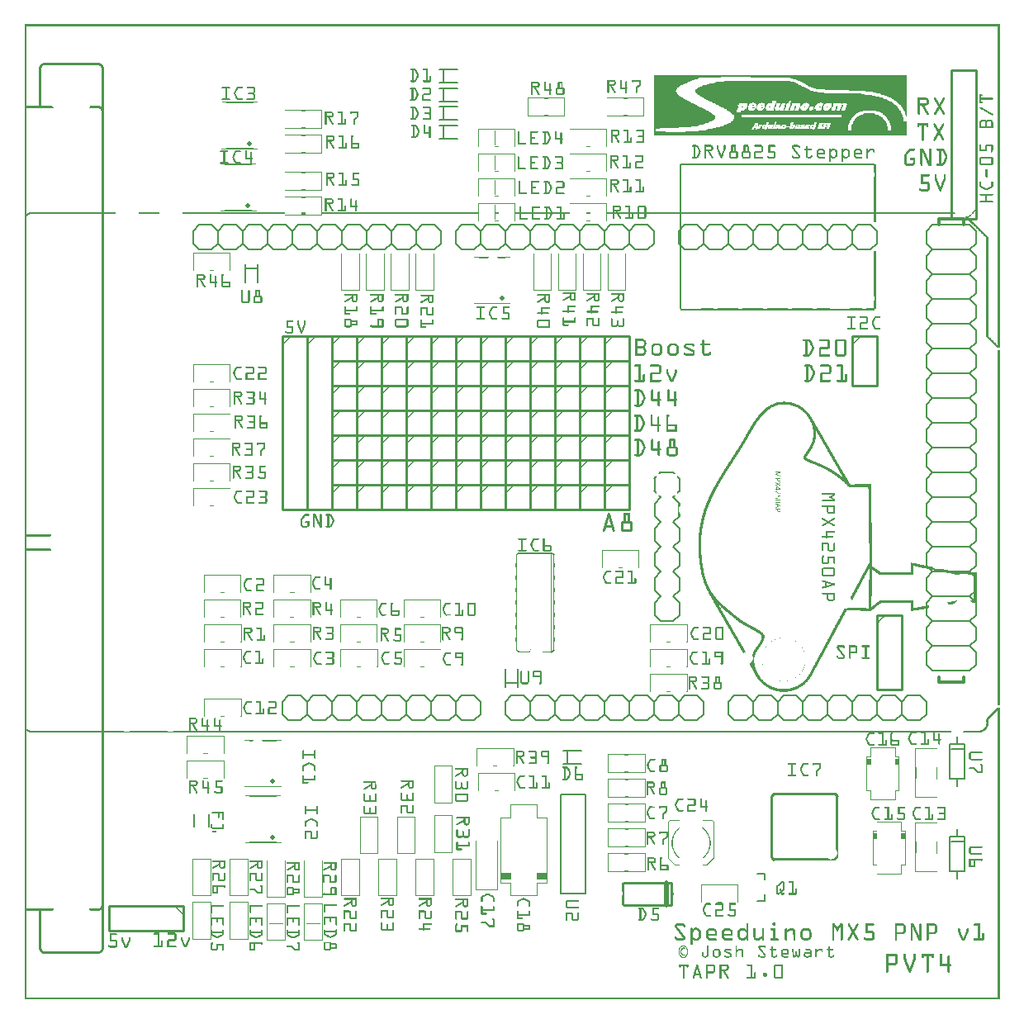
<source format=gto>
G04 MADE WITH FRITZING*
G04 WWW.FRITZING.ORG*
G04 DOUBLE SIDED*
G04 HOLES PLATED*
G04 CONTOUR ON CENTER OF CONTOUR VECTOR*
%ASAXBY*%
%FSLAX23Y23*%
%MOIN*%
%OFA0B0*%
%SFA1.0B1.0*%
%ADD10C,0.019307X0.00330708*%
%ADD11C,0.176224X0.176224*%
%ADD12C,0.010000*%
%ADD13C,0.008000*%
%ADD14C,0.012000*%
%ADD15C,0.006000*%
%ADD16C,0.020000*%
%ADD17C,0.005000*%
%ADD18C,0.002000*%
%ADD19R,0.001000X0.001000*%
%LNSILK1*%
G90*
G70*
G54D10*
X1002Y882D03*
X1002Y657D03*
G54D11*
X3065Y2283D03*
G54D10*
X1927Y2832D03*
X908Y3457D03*
X902Y3207D03*
G54D12*
X3015Y821D02*
X3025Y832D01*
D02*
X3025Y832D02*
X3270Y832D01*
D02*
X3270Y832D02*
X3280Y821D01*
D02*
X3025Y566D02*
X3015Y577D01*
D02*
X3015Y577D02*
X3015Y821D01*
G54D13*
D02*
X2988Y487D02*
X2988Y510D01*
D02*
X2988Y510D02*
X2957Y510D01*
D02*
X2988Y424D02*
X2988Y400D01*
D02*
X2988Y400D02*
X2957Y400D01*
D02*
X686Y698D02*
X686Y748D01*
D02*
X746Y748D02*
X746Y698D01*
G54D14*
D02*
X3691Y1303D02*
X3691Y1283D01*
D02*
X3691Y1283D02*
X3791Y1283D01*
D02*
X3791Y1283D02*
X3791Y1303D01*
D02*
X3691Y3128D02*
X3691Y3153D01*
D02*
X3691Y3153D02*
X3791Y3153D01*
D02*
X3791Y3153D02*
X3791Y3128D01*
G54D15*
D02*
X3466Y1228D02*
X3516Y1228D01*
D02*
X3516Y1228D02*
X3541Y1203D01*
D02*
X3541Y1203D02*
X3541Y1153D01*
D02*
X3541Y1153D02*
X3516Y1128D01*
D02*
X3341Y1203D02*
X3366Y1228D01*
D02*
X3366Y1228D02*
X3416Y1228D01*
D02*
X3416Y1228D02*
X3441Y1203D01*
D02*
X3441Y1203D02*
X3441Y1153D01*
D02*
X3441Y1153D02*
X3416Y1128D01*
D02*
X3416Y1128D02*
X3366Y1128D01*
D02*
X3366Y1128D02*
X3341Y1153D01*
D02*
X3466Y1228D02*
X3441Y1203D01*
D02*
X3441Y1153D02*
X3466Y1128D01*
D02*
X3516Y1128D02*
X3466Y1128D01*
D02*
X3166Y1228D02*
X3216Y1228D01*
D02*
X3216Y1228D02*
X3241Y1203D01*
D02*
X3241Y1203D02*
X3241Y1153D01*
D02*
X3241Y1153D02*
X3216Y1128D01*
D02*
X3241Y1203D02*
X3266Y1228D01*
D02*
X3266Y1228D02*
X3316Y1228D01*
D02*
X3316Y1228D02*
X3341Y1203D01*
D02*
X3341Y1203D02*
X3341Y1153D01*
D02*
X3341Y1153D02*
X3316Y1128D01*
D02*
X3316Y1128D02*
X3266Y1128D01*
D02*
X3266Y1128D02*
X3241Y1153D01*
D02*
X3041Y1203D02*
X3066Y1228D01*
D02*
X3066Y1228D02*
X3116Y1228D01*
D02*
X3116Y1228D02*
X3141Y1203D01*
D02*
X3141Y1203D02*
X3141Y1153D01*
D02*
X3141Y1153D02*
X3116Y1128D01*
D02*
X3116Y1128D02*
X3066Y1128D01*
D02*
X3066Y1128D02*
X3041Y1153D01*
D02*
X3166Y1228D02*
X3141Y1203D01*
D02*
X3141Y1153D02*
X3166Y1128D01*
D02*
X3216Y1128D02*
X3166Y1128D01*
D02*
X2866Y1228D02*
X2916Y1228D01*
D02*
X2916Y1228D02*
X2941Y1203D01*
D02*
X2941Y1203D02*
X2941Y1153D01*
D02*
X2941Y1153D02*
X2916Y1128D01*
D02*
X2941Y1203D02*
X2966Y1228D01*
D02*
X2966Y1228D02*
X3016Y1228D01*
D02*
X3016Y1228D02*
X3041Y1203D01*
D02*
X3041Y1203D02*
X3041Y1153D01*
D02*
X3041Y1153D02*
X3016Y1128D01*
D02*
X3016Y1128D02*
X2966Y1128D01*
D02*
X2966Y1128D02*
X2941Y1153D01*
D02*
X2841Y1203D02*
X2841Y1153D01*
D02*
X2866Y1228D02*
X2841Y1203D01*
D02*
X2841Y1153D02*
X2866Y1128D01*
D02*
X2916Y1128D02*
X2866Y1128D01*
D02*
X3566Y1228D02*
X3616Y1228D01*
D02*
X3616Y1228D02*
X3641Y1203D01*
D02*
X3641Y1203D02*
X3641Y1153D01*
D02*
X3641Y1153D02*
X3616Y1128D01*
D02*
X3566Y1228D02*
X3541Y1203D01*
D02*
X3541Y1153D02*
X3566Y1128D01*
D02*
X3616Y1128D02*
X3566Y1128D01*
D02*
X2566Y1228D02*
X2616Y1228D01*
D02*
X2616Y1228D02*
X2641Y1203D01*
D02*
X2641Y1203D02*
X2641Y1153D01*
D02*
X2641Y1153D02*
X2616Y1128D01*
D02*
X2441Y1203D02*
X2466Y1228D01*
D02*
X2466Y1228D02*
X2516Y1228D01*
D02*
X2516Y1228D02*
X2541Y1203D01*
D02*
X2541Y1203D02*
X2541Y1153D01*
D02*
X2541Y1153D02*
X2516Y1128D01*
D02*
X2516Y1128D02*
X2466Y1128D01*
D02*
X2466Y1128D02*
X2441Y1153D01*
D02*
X2566Y1228D02*
X2541Y1203D01*
D02*
X2541Y1153D02*
X2566Y1128D01*
D02*
X2616Y1128D02*
X2566Y1128D01*
D02*
X2266Y1228D02*
X2316Y1228D01*
D02*
X2316Y1228D02*
X2341Y1203D01*
D02*
X2341Y1203D02*
X2341Y1153D01*
D02*
X2341Y1153D02*
X2316Y1128D01*
D02*
X2341Y1203D02*
X2366Y1228D01*
D02*
X2366Y1228D02*
X2416Y1228D01*
D02*
X2416Y1228D02*
X2441Y1203D01*
D02*
X2441Y1203D02*
X2441Y1153D01*
D02*
X2441Y1153D02*
X2416Y1128D01*
D02*
X2416Y1128D02*
X2366Y1128D01*
D02*
X2366Y1128D02*
X2341Y1153D01*
D02*
X2141Y1203D02*
X2166Y1228D01*
D02*
X2166Y1228D02*
X2216Y1228D01*
D02*
X2216Y1228D02*
X2241Y1203D01*
D02*
X2241Y1203D02*
X2241Y1153D01*
D02*
X2241Y1153D02*
X2216Y1128D01*
D02*
X2216Y1128D02*
X2166Y1128D01*
D02*
X2166Y1128D02*
X2141Y1153D01*
D02*
X2266Y1228D02*
X2241Y1203D01*
D02*
X2241Y1153D02*
X2266Y1128D01*
D02*
X2316Y1128D02*
X2266Y1128D01*
D02*
X1966Y1228D02*
X2016Y1228D01*
D02*
X2016Y1228D02*
X2041Y1203D01*
D02*
X2041Y1203D02*
X2041Y1153D01*
D02*
X2041Y1153D02*
X2016Y1128D01*
D02*
X2041Y1203D02*
X2066Y1228D01*
D02*
X2066Y1228D02*
X2116Y1228D01*
D02*
X2116Y1228D02*
X2141Y1203D01*
D02*
X2141Y1203D02*
X2141Y1153D01*
D02*
X2141Y1153D02*
X2116Y1128D01*
D02*
X2116Y1128D02*
X2066Y1128D01*
D02*
X2066Y1128D02*
X2041Y1153D01*
D02*
X1941Y1203D02*
X1941Y1153D01*
D02*
X1966Y1228D02*
X1941Y1203D01*
D02*
X1941Y1153D02*
X1966Y1128D01*
D02*
X2016Y1128D02*
X1966Y1128D01*
D02*
X2666Y1228D02*
X2716Y1228D01*
D02*
X2716Y1228D02*
X2741Y1203D01*
D02*
X2741Y1203D02*
X2741Y1153D01*
D02*
X2741Y1153D02*
X2716Y1128D01*
D02*
X2666Y1228D02*
X2641Y1203D01*
D02*
X2641Y1153D02*
X2666Y1128D01*
D02*
X2716Y1128D02*
X2666Y1128D01*
D02*
X2816Y3028D02*
X2766Y3028D01*
D02*
X2766Y3028D02*
X2741Y3053D01*
D02*
X2741Y3053D02*
X2741Y3103D01*
D02*
X2741Y3103D02*
X2766Y3128D01*
D02*
X2941Y3053D02*
X2916Y3028D01*
D02*
X2916Y3028D02*
X2866Y3028D01*
D02*
X2866Y3028D02*
X2841Y3053D01*
D02*
X2841Y3053D02*
X2841Y3103D01*
D02*
X2841Y3103D02*
X2866Y3128D01*
D02*
X2866Y3128D02*
X2916Y3128D01*
D02*
X2916Y3128D02*
X2941Y3103D01*
D02*
X2816Y3028D02*
X2841Y3053D01*
D02*
X2841Y3103D02*
X2816Y3128D01*
D02*
X2766Y3128D02*
X2816Y3128D01*
D02*
X3116Y3028D02*
X3066Y3028D01*
D02*
X3066Y3028D02*
X3041Y3053D01*
D02*
X3041Y3053D02*
X3041Y3103D01*
D02*
X3041Y3103D02*
X3066Y3128D01*
D02*
X3041Y3053D02*
X3016Y3028D01*
D02*
X3016Y3028D02*
X2966Y3028D01*
D02*
X2966Y3028D02*
X2941Y3053D01*
D02*
X2941Y3053D02*
X2941Y3103D01*
D02*
X2941Y3103D02*
X2966Y3128D01*
D02*
X2966Y3128D02*
X3016Y3128D01*
D02*
X3016Y3128D02*
X3041Y3103D01*
D02*
X3241Y3053D02*
X3216Y3028D01*
D02*
X3216Y3028D02*
X3166Y3028D01*
D02*
X3166Y3028D02*
X3141Y3053D01*
D02*
X3141Y3053D02*
X3141Y3103D01*
D02*
X3141Y3103D02*
X3166Y3128D01*
D02*
X3166Y3128D02*
X3216Y3128D01*
D02*
X3216Y3128D02*
X3241Y3103D01*
D02*
X3116Y3028D02*
X3141Y3053D01*
D02*
X3141Y3103D02*
X3116Y3128D01*
D02*
X3066Y3128D02*
X3116Y3128D01*
D02*
X3416Y3028D02*
X3366Y3028D01*
D02*
X3366Y3028D02*
X3341Y3053D01*
D02*
X3341Y3053D02*
X3341Y3103D01*
D02*
X3341Y3103D02*
X3366Y3128D01*
D02*
X3341Y3053D02*
X3316Y3028D01*
D02*
X3316Y3028D02*
X3266Y3028D01*
D02*
X3266Y3028D02*
X3241Y3053D01*
D02*
X3241Y3053D02*
X3241Y3103D01*
D02*
X3241Y3103D02*
X3266Y3128D01*
D02*
X3266Y3128D02*
X3316Y3128D01*
D02*
X3316Y3128D02*
X3341Y3103D01*
D02*
X3441Y3053D02*
X3441Y3103D01*
D02*
X3416Y3028D02*
X3441Y3053D01*
D02*
X3441Y3103D02*
X3416Y3128D01*
D02*
X3366Y3128D02*
X3416Y3128D01*
D02*
X2716Y3028D02*
X2666Y3028D01*
D02*
X2666Y3028D02*
X2641Y3053D01*
D02*
X2641Y3053D02*
X2641Y3103D01*
D02*
X2641Y3103D02*
X2666Y3128D01*
D02*
X2716Y3028D02*
X2741Y3053D01*
D02*
X2741Y3103D02*
X2716Y3128D01*
D02*
X2666Y3128D02*
X2716Y3128D01*
D02*
X1481Y3103D02*
X1506Y3128D01*
D02*
X1506Y3128D02*
X1556Y3128D01*
D02*
X1556Y3128D02*
X1581Y3103D01*
D02*
X1581Y3103D02*
X1581Y3053D01*
D02*
X1581Y3053D02*
X1556Y3028D01*
D02*
X1556Y3028D02*
X1506Y3028D01*
D02*
X1506Y3028D02*
X1481Y3053D01*
D02*
X1306Y3128D02*
X1356Y3128D01*
D02*
X1356Y3128D02*
X1381Y3103D01*
D02*
X1381Y3103D02*
X1381Y3053D01*
D02*
X1381Y3053D02*
X1356Y3028D01*
D02*
X1381Y3103D02*
X1406Y3128D01*
D02*
X1406Y3128D02*
X1456Y3128D01*
D02*
X1456Y3128D02*
X1481Y3103D01*
D02*
X1481Y3103D02*
X1481Y3053D01*
D02*
X1481Y3053D02*
X1456Y3028D01*
D02*
X1456Y3028D02*
X1406Y3028D01*
D02*
X1406Y3028D02*
X1381Y3053D01*
D02*
X1181Y3103D02*
X1206Y3128D01*
D02*
X1206Y3128D02*
X1256Y3128D01*
D02*
X1256Y3128D02*
X1281Y3103D01*
D02*
X1281Y3103D02*
X1281Y3053D01*
D02*
X1281Y3053D02*
X1256Y3028D01*
D02*
X1256Y3028D02*
X1206Y3028D01*
D02*
X1206Y3028D02*
X1181Y3053D01*
D02*
X1306Y3128D02*
X1281Y3103D01*
D02*
X1281Y3053D02*
X1306Y3028D01*
D02*
X1356Y3028D02*
X1306Y3028D01*
D02*
X1006Y3128D02*
X1056Y3128D01*
D02*
X1056Y3128D02*
X1081Y3103D01*
D02*
X1081Y3103D02*
X1081Y3053D01*
D02*
X1081Y3053D02*
X1056Y3028D01*
D02*
X1081Y3103D02*
X1106Y3128D01*
D02*
X1106Y3128D02*
X1156Y3128D01*
D02*
X1156Y3128D02*
X1181Y3103D01*
D02*
X1181Y3103D02*
X1181Y3053D01*
D02*
X1181Y3053D02*
X1156Y3028D01*
D02*
X1156Y3028D02*
X1106Y3028D01*
D02*
X1106Y3028D02*
X1081Y3053D01*
D02*
X881Y3103D02*
X906Y3128D01*
D02*
X906Y3128D02*
X956Y3128D01*
D02*
X956Y3128D02*
X981Y3103D01*
D02*
X981Y3103D02*
X981Y3053D01*
D02*
X981Y3053D02*
X956Y3028D01*
D02*
X956Y3028D02*
X906Y3028D01*
D02*
X906Y3028D02*
X881Y3053D01*
D02*
X1006Y3128D02*
X981Y3103D01*
D02*
X981Y3053D02*
X1006Y3028D01*
D02*
X1056Y3028D02*
X1006Y3028D01*
D02*
X706Y3128D02*
X756Y3128D01*
D02*
X756Y3128D02*
X781Y3103D01*
D02*
X781Y3103D02*
X781Y3053D01*
D02*
X781Y3053D02*
X756Y3028D01*
D02*
X781Y3103D02*
X806Y3128D01*
D02*
X806Y3128D02*
X856Y3128D01*
D02*
X856Y3128D02*
X881Y3103D01*
D02*
X881Y3103D02*
X881Y3053D01*
D02*
X881Y3053D02*
X856Y3028D01*
D02*
X856Y3028D02*
X806Y3028D01*
D02*
X806Y3028D02*
X781Y3053D01*
D02*
X681Y3103D02*
X681Y3053D01*
D02*
X706Y3128D02*
X681Y3103D01*
D02*
X681Y3053D02*
X706Y3028D01*
D02*
X756Y3028D02*
X706Y3028D01*
D02*
X1606Y3128D02*
X1656Y3128D01*
D02*
X1656Y3128D02*
X1681Y3103D01*
D02*
X1681Y3103D02*
X1681Y3053D01*
D02*
X1681Y3053D02*
X1656Y3028D01*
D02*
X1606Y3128D02*
X1581Y3103D01*
D02*
X1581Y3053D02*
X1606Y3028D01*
D02*
X1656Y3028D02*
X1606Y3028D01*
D02*
X1666Y1228D02*
X1716Y1228D01*
D02*
X1716Y1228D02*
X1741Y1203D01*
D02*
X1741Y1203D02*
X1741Y1153D01*
D02*
X1741Y1153D02*
X1716Y1128D01*
D02*
X1541Y1203D02*
X1566Y1228D01*
D02*
X1566Y1228D02*
X1616Y1228D01*
D02*
X1616Y1228D02*
X1641Y1203D01*
D02*
X1641Y1203D02*
X1641Y1153D01*
D02*
X1641Y1153D02*
X1616Y1128D01*
D02*
X1616Y1128D02*
X1566Y1128D01*
D02*
X1566Y1128D02*
X1541Y1153D01*
D02*
X1666Y1228D02*
X1641Y1203D01*
D02*
X1641Y1153D02*
X1666Y1128D01*
D02*
X1716Y1128D02*
X1666Y1128D01*
D02*
X1366Y1228D02*
X1416Y1228D01*
D02*
X1416Y1228D02*
X1441Y1203D01*
D02*
X1441Y1203D02*
X1441Y1153D01*
D02*
X1441Y1153D02*
X1416Y1128D01*
D02*
X1441Y1203D02*
X1466Y1228D01*
D02*
X1466Y1228D02*
X1516Y1228D01*
D02*
X1516Y1228D02*
X1541Y1203D01*
D02*
X1541Y1203D02*
X1541Y1153D01*
D02*
X1541Y1153D02*
X1516Y1128D01*
D02*
X1516Y1128D02*
X1466Y1128D01*
D02*
X1466Y1128D02*
X1441Y1153D01*
D02*
X1241Y1203D02*
X1266Y1228D01*
D02*
X1266Y1228D02*
X1316Y1228D01*
D02*
X1316Y1228D02*
X1341Y1203D01*
D02*
X1341Y1203D02*
X1341Y1153D01*
D02*
X1341Y1153D02*
X1316Y1128D01*
D02*
X1316Y1128D02*
X1266Y1128D01*
D02*
X1266Y1128D02*
X1241Y1153D01*
D02*
X1366Y1228D02*
X1341Y1203D01*
D02*
X1341Y1153D02*
X1366Y1128D01*
D02*
X1416Y1128D02*
X1366Y1128D01*
D02*
X1066Y1228D02*
X1116Y1228D01*
D02*
X1116Y1228D02*
X1141Y1203D01*
D02*
X1141Y1203D02*
X1141Y1153D01*
D02*
X1141Y1153D02*
X1116Y1128D01*
D02*
X1141Y1203D02*
X1166Y1228D01*
D02*
X1166Y1228D02*
X1216Y1228D01*
D02*
X1216Y1228D02*
X1241Y1203D01*
D02*
X1241Y1203D02*
X1241Y1153D01*
D02*
X1241Y1153D02*
X1216Y1128D01*
D02*
X1216Y1128D02*
X1166Y1128D01*
D02*
X1166Y1128D02*
X1141Y1153D01*
D02*
X1041Y1203D02*
X1041Y1153D01*
D02*
X1066Y1228D02*
X1041Y1203D01*
D02*
X1041Y1153D02*
X1066Y1128D01*
D02*
X1116Y1128D02*
X1066Y1128D01*
D02*
X1766Y1228D02*
X1816Y1228D01*
D02*
X1816Y1228D02*
X1841Y1203D01*
D02*
X1841Y1203D02*
X1841Y1153D01*
D02*
X1841Y1153D02*
X1816Y1128D01*
D02*
X1766Y1228D02*
X1741Y1203D01*
D02*
X1741Y1153D02*
X1766Y1128D01*
D02*
X1816Y1128D02*
X1766Y1128D01*
D02*
X1916Y3028D02*
X1866Y3028D01*
D02*
X1866Y3028D02*
X1841Y3053D01*
D02*
X1841Y3053D02*
X1841Y3103D01*
D02*
X1841Y3103D02*
X1866Y3128D01*
D02*
X2041Y3053D02*
X2016Y3028D01*
D02*
X2016Y3028D02*
X1966Y3028D01*
D02*
X1966Y3028D02*
X1941Y3053D01*
D02*
X1941Y3053D02*
X1941Y3103D01*
D02*
X1941Y3103D02*
X1966Y3128D01*
D02*
X1966Y3128D02*
X2016Y3128D01*
D02*
X2016Y3128D02*
X2041Y3103D01*
D02*
X1916Y3028D02*
X1941Y3053D01*
D02*
X1941Y3103D02*
X1916Y3128D01*
D02*
X1866Y3128D02*
X1916Y3128D01*
D02*
X2216Y3028D02*
X2166Y3028D01*
D02*
X2166Y3028D02*
X2141Y3053D01*
D02*
X2141Y3053D02*
X2141Y3103D01*
D02*
X2141Y3103D02*
X2166Y3128D01*
D02*
X2141Y3053D02*
X2116Y3028D01*
D02*
X2116Y3028D02*
X2066Y3028D01*
D02*
X2066Y3028D02*
X2041Y3053D01*
D02*
X2041Y3053D02*
X2041Y3103D01*
D02*
X2041Y3103D02*
X2066Y3128D01*
D02*
X2066Y3128D02*
X2116Y3128D01*
D02*
X2116Y3128D02*
X2141Y3103D01*
D02*
X2341Y3053D02*
X2316Y3028D01*
D02*
X2316Y3028D02*
X2266Y3028D01*
D02*
X2266Y3028D02*
X2241Y3053D01*
D02*
X2241Y3053D02*
X2241Y3103D01*
D02*
X2241Y3103D02*
X2266Y3128D01*
D02*
X2266Y3128D02*
X2316Y3128D01*
D02*
X2316Y3128D02*
X2341Y3103D01*
D02*
X2216Y3028D02*
X2241Y3053D01*
D02*
X2241Y3103D02*
X2216Y3128D01*
D02*
X2166Y3128D02*
X2216Y3128D01*
D02*
X2516Y3028D02*
X2466Y3028D01*
D02*
X2466Y3028D02*
X2441Y3053D01*
D02*
X2441Y3053D02*
X2441Y3103D01*
D02*
X2441Y3103D02*
X2466Y3128D01*
D02*
X2441Y3053D02*
X2416Y3028D01*
D02*
X2416Y3028D02*
X2366Y3028D01*
D02*
X2366Y3028D02*
X2341Y3053D01*
D02*
X2341Y3053D02*
X2341Y3103D01*
D02*
X2341Y3103D02*
X2366Y3128D01*
D02*
X2366Y3128D02*
X2416Y3128D01*
D02*
X2416Y3128D02*
X2441Y3103D01*
D02*
X2541Y3053D02*
X2541Y3103D01*
D02*
X2516Y3028D02*
X2541Y3053D01*
D02*
X2541Y3103D02*
X2516Y3128D01*
D02*
X2466Y3128D02*
X2516Y3128D01*
D02*
X1816Y3028D02*
X1766Y3028D01*
D02*
X1766Y3028D02*
X1741Y3053D01*
D02*
X1741Y3053D02*
X1741Y3103D01*
D02*
X1741Y3103D02*
X1766Y3128D01*
D02*
X1816Y3028D02*
X1841Y3053D01*
D02*
X1841Y3103D02*
X1816Y3128D01*
D02*
X1766Y3128D02*
X1816Y3128D01*
D02*
X3666Y3128D02*
X3641Y3103D01*
D02*
X3641Y3103D02*
X3641Y3053D01*
D02*
X3641Y3053D02*
X3666Y3028D01*
D02*
X3666Y3028D02*
X3641Y3003D01*
D02*
X3641Y3003D02*
X3641Y2953D01*
D02*
X3641Y2953D02*
X3666Y2928D01*
D02*
X3666Y2928D02*
X3641Y2903D01*
D02*
X3641Y2903D02*
X3641Y2853D01*
D02*
X3641Y2853D02*
X3666Y2828D01*
D02*
X3666Y2828D02*
X3641Y2803D01*
D02*
X3641Y2803D02*
X3641Y2753D01*
D02*
X3641Y2753D02*
X3666Y2728D01*
D02*
X3666Y2728D02*
X3641Y2703D01*
D02*
X3641Y2703D02*
X3641Y2653D01*
D02*
X3641Y2653D02*
X3666Y2628D01*
D02*
X3666Y2628D02*
X3641Y2603D01*
D02*
X3641Y2603D02*
X3641Y2553D01*
D02*
X3641Y2553D02*
X3666Y2528D01*
D02*
X3666Y3128D02*
X3816Y3128D01*
D02*
X3816Y3128D02*
X3841Y3103D01*
D02*
X3841Y3103D02*
X3841Y3053D01*
D02*
X3841Y3053D02*
X3816Y3028D01*
D02*
X3816Y3028D02*
X3841Y3003D01*
D02*
X3841Y3003D02*
X3841Y2953D01*
D02*
X3841Y2953D02*
X3816Y2928D01*
D02*
X3816Y2928D02*
X3841Y2903D01*
D02*
X3841Y2903D02*
X3841Y2853D01*
D02*
X3841Y2853D02*
X3816Y2828D01*
D02*
X3816Y2828D02*
X3841Y2803D01*
D02*
X3841Y2803D02*
X3841Y2753D01*
D02*
X3841Y2753D02*
X3816Y2728D01*
D02*
X3816Y2728D02*
X3841Y2703D01*
D02*
X3841Y2703D02*
X3841Y2653D01*
D02*
X3841Y2653D02*
X3816Y2628D01*
D02*
X3816Y2628D02*
X3841Y2603D01*
D02*
X3841Y2603D02*
X3841Y2553D01*
D02*
X3841Y2553D02*
X3816Y2528D01*
D02*
X3816Y2528D02*
X3841Y2503D01*
D02*
X3841Y2503D02*
X3841Y2453D01*
D02*
X3841Y2453D02*
X3816Y2428D01*
D02*
X3816Y2428D02*
X3841Y2403D01*
D02*
X3841Y2403D02*
X3841Y2353D01*
D02*
X3841Y2353D02*
X3816Y2328D01*
D02*
X3816Y2328D02*
X3841Y2303D01*
D02*
X3841Y2303D02*
X3841Y2253D01*
D02*
X3841Y2253D02*
X3816Y2228D01*
D02*
X3816Y2228D02*
X3841Y2203D01*
D02*
X3841Y2203D02*
X3841Y2153D01*
D02*
X3841Y2153D02*
X3816Y2128D01*
D02*
X3816Y2128D02*
X3841Y2103D01*
D02*
X3841Y2103D02*
X3841Y2053D01*
D02*
X3841Y2053D02*
X3816Y2028D01*
D02*
X3816Y2028D02*
X3841Y2003D01*
D02*
X3841Y2003D02*
X3841Y1953D01*
D02*
X3816Y1928D02*
X3841Y1953D01*
D02*
X3816Y1928D02*
X3841Y1903D01*
D02*
X3841Y1853D02*
X3841Y1903D01*
D02*
X3841Y1853D02*
X3816Y1828D01*
D02*
X3816Y1828D02*
X3841Y1803D01*
D02*
X3841Y1753D02*
X3841Y1803D01*
D02*
X3841Y1753D02*
X3816Y1728D01*
D02*
X3816Y1728D02*
X3841Y1703D01*
D02*
X3841Y1653D02*
X3841Y1703D01*
D02*
X3841Y1653D02*
X3816Y1628D01*
D02*
X3816Y1628D02*
X3841Y1603D01*
D02*
X3841Y1553D02*
X3841Y1603D01*
D02*
X3841Y1553D02*
X3816Y1528D01*
D02*
X3816Y1528D02*
X3841Y1503D01*
D02*
X3841Y1453D02*
X3841Y1503D01*
D02*
X3841Y1453D02*
X3816Y1428D01*
D02*
X3816Y1428D02*
X3841Y1403D01*
D02*
X3841Y1353D02*
X3841Y1403D01*
D02*
X3841Y1353D02*
X3816Y1328D01*
D02*
X3666Y1328D02*
X3641Y1353D01*
D02*
X3641Y1353D02*
X3641Y1403D01*
D02*
X3666Y1428D02*
X3641Y1403D01*
D02*
X3666Y1428D02*
X3641Y1453D01*
D02*
X3641Y1453D02*
X3641Y1503D01*
D02*
X3666Y1528D02*
X3641Y1503D01*
D02*
X3666Y1528D02*
X3641Y1553D01*
D02*
X3641Y1603D02*
X3641Y1553D01*
D02*
X3641Y1603D02*
X3666Y1628D01*
D02*
X3666Y1628D02*
X3641Y1653D01*
D02*
X3641Y1703D02*
X3641Y1653D01*
D02*
X3641Y1703D02*
X3666Y1728D01*
D02*
X3666Y1728D02*
X3641Y1753D01*
D02*
X3641Y1753D02*
X3641Y1803D01*
D02*
X3666Y1828D02*
X3641Y1803D01*
D02*
X3666Y1828D02*
X3641Y1853D01*
D02*
X3641Y1853D02*
X3641Y1903D01*
D02*
X3666Y1928D02*
X3641Y1903D01*
D02*
X3666Y1928D02*
X3641Y1953D01*
D02*
X3641Y1953D02*
X3641Y2003D01*
D02*
X3666Y2028D02*
X3641Y2003D01*
D02*
X3666Y2028D02*
X3641Y2053D01*
D02*
X3641Y2053D02*
X3641Y2103D01*
D02*
X3666Y2128D02*
X3641Y2103D01*
D02*
X3666Y2128D02*
X3641Y2153D01*
D02*
X3641Y2153D02*
X3641Y2203D01*
D02*
X3666Y2228D02*
X3641Y2203D01*
D02*
X3666Y2228D02*
X3641Y2253D01*
D02*
X3641Y2253D02*
X3641Y2303D01*
D02*
X3666Y2328D02*
X3641Y2303D01*
D02*
X3666Y2328D02*
X3641Y2353D01*
D02*
X3641Y2353D02*
X3641Y2403D01*
D02*
X3666Y2428D02*
X3641Y2403D01*
D02*
X3666Y2428D02*
X3641Y2453D01*
D02*
X3641Y2453D02*
X3641Y2503D01*
D02*
X3666Y2528D02*
X3641Y2503D01*
D02*
X3816Y3028D02*
X3666Y3028D01*
D02*
X3816Y2928D02*
X3666Y2928D01*
D02*
X3816Y2828D02*
X3666Y2828D01*
D02*
X3816Y2728D02*
X3666Y2728D01*
D02*
X3816Y2628D02*
X3666Y2628D01*
D02*
X3816Y2528D02*
X3666Y2528D01*
D02*
X3816Y2428D02*
X3666Y2428D01*
D02*
X3816Y2328D02*
X3666Y2328D01*
D02*
X3816Y2228D02*
X3666Y2228D01*
D02*
X3816Y2128D02*
X3666Y2128D01*
D02*
X3816Y2028D02*
X3666Y2028D01*
D02*
X3816Y1928D02*
X3666Y1928D01*
D02*
X3816Y1828D02*
X3666Y1828D01*
D02*
X3816Y1728D02*
X3666Y1728D01*
D02*
X3816Y1628D02*
X3666Y1628D01*
D02*
X3816Y1528D02*
X3666Y1528D01*
D02*
X3816Y1428D02*
X3666Y1428D01*
D02*
X3816Y1328D02*
X3666Y1328D01*
G54D12*
D02*
X1241Y2478D02*
X1241Y2378D01*
D02*
X1241Y2378D02*
X1341Y2378D01*
D02*
X1341Y2378D02*
X1341Y2478D01*
D02*
X1341Y2478D02*
X1241Y2478D01*
D02*
X2041Y2078D02*
X2041Y1978D01*
D02*
X2041Y1978D02*
X2141Y1978D01*
D02*
X2141Y1978D02*
X2141Y2078D01*
D02*
X2141Y2078D02*
X2041Y2078D01*
D02*
X2041Y2478D02*
X2041Y2378D01*
D02*
X2041Y2378D02*
X2141Y2378D01*
D02*
X2141Y2378D02*
X2141Y2478D01*
D02*
X2141Y2478D02*
X2041Y2478D01*
D02*
X1941Y2578D02*
X1941Y2478D01*
D02*
X1941Y2478D02*
X2041Y2478D01*
D02*
X2041Y2478D02*
X2041Y2578D01*
D02*
X2041Y2578D02*
X1941Y2578D01*
D02*
X1841Y2578D02*
X1841Y2478D01*
D02*
X1841Y2478D02*
X1941Y2478D01*
D02*
X1941Y2478D02*
X1941Y2578D01*
D02*
X1941Y2578D02*
X1841Y2578D01*
D02*
X1941Y2078D02*
X1941Y1978D01*
D02*
X1941Y1978D02*
X2041Y1978D01*
D02*
X2041Y1978D02*
X2041Y2078D01*
D02*
X2041Y2078D02*
X1941Y2078D01*
D02*
X1841Y2078D02*
X1841Y1978D01*
D02*
X1841Y1978D02*
X1941Y1978D01*
D02*
X1941Y1978D02*
X1941Y2078D01*
D02*
X1941Y2078D02*
X1841Y2078D01*
D02*
X1941Y2478D02*
X1941Y2378D01*
D02*
X1941Y2378D02*
X2041Y2378D01*
D02*
X2041Y2378D02*
X2041Y2478D01*
D02*
X2041Y2478D02*
X1941Y2478D01*
D02*
X2041Y2578D02*
X2041Y2478D01*
D02*
X2041Y2478D02*
X2141Y2478D01*
D02*
X2141Y2478D02*
X2141Y2578D01*
D02*
X2141Y2578D02*
X2041Y2578D01*
D02*
X2141Y2078D02*
X2141Y1978D01*
D02*
X2141Y1978D02*
X2241Y1978D01*
D02*
X2241Y1978D02*
X2241Y2078D01*
D02*
X2241Y2078D02*
X2141Y2078D01*
D02*
X2341Y2578D02*
X2341Y2478D01*
D02*
X2341Y2478D02*
X2441Y2478D01*
D02*
X2441Y2478D02*
X2441Y2578D01*
D02*
X2441Y2578D02*
X2341Y2578D01*
D02*
X2341Y2078D02*
X2341Y1978D01*
D02*
X2341Y1978D02*
X2441Y1978D01*
D02*
X2441Y1978D02*
X2441Y2078D01*
D02*
X2441Y2078D02*
X2341Y2078D01*
D02*
X2141Y2478D02*
X2141Y2378D01*
D02*
X2141Y2378D02*
X2241Y2378D01*
D02*
X2241Y2378D02*
X2241Y2478D01*
D02*
X2241Y2478D02*
X2141Y2478D01*
D02*
X2341Y2478D02*
X2341Y2378D01*
D02*
X2341Y2378D02*
X2441Y2378D01*
D02*
X2441Y2378D02*
X2441Y2478D01*
D02*
X2441Y2478D02*
X2341Y2478D01*
D02*
X2241Y2578D02*
X2241Y2478D01*
D02*
X2241Y2478D02*
X2341Y2478D01*
D02*
X2341Y2478D02*
X2341Y2578D01*
D02*
X2341Y2578D02*
X2241Y2578D01*
D02*
X1841Y2478D02*
X1841Y2378D01*
D02*
X1841Y2378D02*
X1941Y2378D01*
D02*
X1941Y2378D02*
X1941Y2478D01*
D02*
X1941Y2478D02*
X1841Y2478D01*
D02*
X2241Y2078D02*
X2241Y1978D01*
D02*
X2241Y1978D02*
X2341Y1978D01*
D02*
X2341Y1978D02*
X2341Y2078D01*
D02*
X2341Y2078D02*
X2241Y2078D01*
D02*
X2141Y2578D02*
X2141Y2478D01*
D02*
X2141Y2478D02*
X2241Y2478D01*
D02*
X2241Y2478D02*
X2241Y2578D01*
D02*
X2241Y2578D02*
X2141Y2578D01*
D02*
X2241Y2478D02*
X2241Y2378D01*
D02*
X2241Y2378D02*
X2341Y2378D01*
D02*
X2341Y2378D02*
X2341Y2478D01*
D02*
X2341Y2478D02*
X2241Y2478D01*
D02*
X1441Y2078D02*
X1441Y1978D01*
D02*
X1441Y1978D02*
X1541Y1978D01*
D02*
X1541Y1978D02*
X1541Y2078D01*
D02*
X1541Y2078D02*
X1441Y2078D01*
D02*
X1441Y2478D02*
X1441Y2378D01*
D02*
X1441Y2378D02*
X1541Y2378D01*
D02*
X1541Y2378D02*
X1541Y2478D01*
D02*
X1541Y2478D02*
X1441Y2478D01*
D02*
X1441Y2578D02*
X1441Y2478D01*
D02*
X1441Y2478D02*
X1541Y2478D01*
D02*
X1541Y2478D02*
X1541Y2578D01*
D02*
X1541Y2578D02*
X1441Y2578D01*
D02*
X1341Y2578D02*
X1341Y2478D01*
D02*
X1341Y2478D02*
X1441Y2478D01*
D02*
X1441Y2478D02*
X1441Y2578D01*
D02*
X1441Y2578D02*
X1341Y2578D01*
D02*
X1341Y2078D02*
X1341Y1978D01*
D02*
X1341Y1978D02*
X1441Y1978D01*
D02*
X1441Y1978D02*
X1441Y2078D01*
D02*
X1441Y2078D02*
X1341Y2078D01*
D02*
X1241Y2578D02*
X1241Y2478D01*
D02*
X1241Y2478D02*
X1341Y2478D01*
D02*
X1341Y2478D02*
X1341Y2578D01*
D02*
X1341Y2578D02*
X1241Y2578D01*
D02*
X1341Y2478D02*
X1341Y2378D01*
D02*
X1341Y2378D02*
X1441Y2378D01*
D02*
X1441Y2378D02*
X1441Y2478D01*
D02*
X1441Y2478D02*
X1341Y2478D01*
D02*
X1241Y2078D02*
X1241Y1978D01*
D02*
X1241Y1978D02*
X1341Y1978D01*
D02*
X1341Y1978D02*
X1341Y2078D01*
D02*
X1341Y2078D02*
X1241Y2078D01*
D02*
X1741Y2578D02*
X1741Y2478D01*
D02*
X1741Y2478D02*
X1841Y2478D01*
D02*
X1841Y2478D02*
X1841Y2578D01*
D02*
X1841Y2578D02*
X1741Y2578D01*
D02*
X1641Y2078D02*
X1641Y1978D01*
D02*
X1641Y1978D02*
X1741Y1978D01*
D02*
X1741Y1978D02*
X1741Y2078D01*
D02*
X1741Y2078D02*
X1641Y2078D01*
D02*
X1641Y2578D02*
X1641Y2478D01*
D02*
X1641Y2478D02*
X1741Y2478D01*
D02*
X1741Y2478D02*
X1741Y2578D01*
D02*
X1741Y2578D02*
X1641Y2578D01*
D02*
X1741Y2078D02*
X1741Y1978D01*
D02*
X1741Y1978D02*
X1841Y1978D01*
D02*
X1841Y1978D02*
X1841Y2078D01*
D02*
X1841Y2078D02*
X1741Y2078D01*
D02*
X1741Y2478D02*
X1741Y2378D01*
D02*
X1741Y2378D02*
X1841Y2378D01*
D02*
X1841Y2378D02*
X1841Y2478D01*
D02*
X1841Y2478D02*
X1741Y2478D01*
D02*
X1541Y2478D02*
X1541Y2378D01*
D02*
X1541Y2378D02*
X1641Y2378D01*
D02*
X1641Y2378D02*
X1641Y2478D01*
D02*
X1641Y2478D02*
X1541Y2478D01*
D02*
X1641Y2478D02*
X1641Y2378D01*
D02*
X1641Y2378D02*
X1741Y2378D01*
D02*
X1741Y2378D02*
X1741Y2478D01*
D02*
X1741Y2478D02*
X1641Y2478D01*
D02*
X1541Y2578D02*
X1541Y2478D01*
D02*
X1541Y2478D02*
X1641Y2478D01*
D02*
X1641Y2478D02*
X1641Y2578D01*
D02*
X1641Y2578D02*
X1541Y2578D01*
D02*
X1541Y2078D02*
X1541Y1978D01*
D02*
X1541Y1978D02*
X1641Y1978D01*
D02*
X1641Y1978D02*
X1641Y2078D01*
D02*
X1641Y2078D02*
X1541Y2078D01*
D02*
X641Y378D02*
X341Y378D01*
D02*
X341Y378D02*
X341Y278D01*
D02*
X341Y278D02*
X641Y278D01*
D02*
X641Y278D02*
X641Y378D01*
D02*
X1241Y2178D02*
X1241Y2078D01*
D02*
X1241Y2078D02*
X1341Y2078D01*
D02*
X1341Y2078D02*
X1341Y2178D01*
D02*
X1341Y2178D02*
X1241Y2178D01*
D02*
X2041Y2178D02*
X2041Y2078D01*
D02*
X2041Y2078D02*
X2141Y2078D01*
D02*
X2141Y2078D02*
X2141Y2178D01*
D02*
X2141Y2178D02*
X2041Y2178D01*
D02*
X2141Y2178D02*
X2141Y2078D01*
D02*
X2141Y2078D02*
X2241Y2078D01*
D02*
X2241Y2078D02*
X2241Y2178D01*
D02*
X2241Y2178D02*
X2141Y2178D01*
D02*
X2341Y2178D02*
X2341Y2078D01*
D02*
X2341Y2078D02*
X2441Y2078D01*
D02*
X2441Y2078D02*
X2441Y2178D01*
D02*
X2441Y2178D02*
X2341Y2178D01*
D02*
X1841Y2178D02*
X1841Y2078D01*
D02*
X1841Y2078D02*
X1941Y2078D01*
D02*
X1941Y2078D02*
X1941Y2178D01*
D02*
X1941Y2178D02*
X1841Y2178D01*
D02*
X2241Y2178D02*
X2241Y2078D01*
D02*
X2241Y2078D02*
X2341Y2078D01*
D02*
X2341Y2078D02*
X2341Y2178D01*
D02*
X2341Y2178D02*
X2241Y2178D01*
D02*
X1941Y2178D02*
X1941Y2078D01*
D02*
X1941Y2078D02*
X2041Y2078D01*
D02*
X2041Y2078D02*
X2041Y2178D01*
D02*
X2041Y2178D02*
X1941Y2178D01*
D02*
X1441Y2178D02*
X1441Y2078D01*
D02*
X1441Y2078D02*
X1541Y2078D01*
D02*
X1541Y2078D02*
X1541Y2178D01*
D02*
X1541Y2178D02*
X1441Y2178D01*
D02*
X1341Y2178D02*
X1341Y2078D01*
D02*
X1341Y2078D02*
X1441Y2078D01*
D02*
X1441Y2078D02*
X1441Y2178D01*
D02*
X1441Y2178D02*
X1341Y2178D01*
D02*
X1541Y2178D02*
X1541Y2078D01*
D02*
X1541Y2078D02*
X1641Y2078D01*
D02*
X1641Y2078D02*
X1641Y2178D01*
D02*
X1641Y2178D02*
X1541Y2178D01*
D02*
X1741Y2178D02*
X1741Y2078D01*
D02*
X1741Y2078D02*
X1841Y2078D01*
D02*
X1841Y2078D02*
X1841Y2178D01*
D02*
X1841Y2178D02*
X1741Y2178D01*
D02*
X1641Y2178D02*
X1641Y2078D01*
D02*
X1641Y2078D02*
X1741Y2078D01*
D02*
X1741Y2078D02*
X1741Y2178D01*
D02*
X1741Y2178D02*
X1641Y2178D01*
D02*
X1241Y2278D02*
X1241Y2178D01*
D02*
X1241Y2178D02*
X1341Y2178D01*
D02*
X1341Y2178D02*
X1341Y2278D01*
D02*
X1341Y2278D02*
X1241Y2278D01*
D02*
X1941Y2278D02*
X1941Y2178D01*
D02*
X1941Y2178D02*
X2041Y2178D01*
D02*
X2041Y2178D02*
X2041Y2278D01*
D02*
X2041Y2278D02*
X1941Y2278D01*
D02*
X1841Y2278D02*
X1841Y2178D01*
D02*
X1841Y2178D02*
X1941Y2178D01*
D02*
X1941Y2178D02*
X1941Y2278D01*
D02*
X1941Y2278D02*
X1841Y2278D01*
D02*
X2041Y2278D02*
X2041Y2178D01*
D02*
X2041Y2178D02*
X2141Y2178D01*
D02*
X2141Y2178D02*
X2141Y2278D01*
D02*
X2141Y2278D02*
X2041Y2278D01*
D02*
X2241Y2278D02*
X2241Y2178D01*
D02*
X2241Y2178D02*
X2341Y2178D01*
D02*
X2341Y2178D02*
X2341Y2278D01*
D02*
X2341Y2278D02*
X2241Y2278D01*
D02*
X2141Y2278D02*
X2141Y2178D01*
D02*
X2141Y2178D02*
X2241Y2178D01*
D02*
X2241Y2178D02*
X2241Y2278D01*
D02*
X2241Y2278D02*
X2141Y2278D01*
D02*
X2341Y2278D02*
X2341Y2178D01*
D02*
X2341Y2178D02*
X2441Y2178D01*
D02*
X2441Y2178D02*
X2441Y2278D01*
D02*
X2441Y2278D02*
X2341Y2278D01*
D02*
X1341Y2278D02*
X1341Y2178D01*
D02*
X1341Y2178D02*
X1441Y2178D01*
D02*
X1441Y2178D02*
X1441Y2278D01*
D02*
X1441Y2278D02*
X1341Y2278D01*
D02*
X1441Y2278D02*
X1441Y2178D01*
D02*
X1441Y2178D02*
X1541Y2178D01*
D02*
X1541Y2178D02*
X1541Y2278D01*
D02*
X1541Y2278D02*
X1441Y2278D01*
D02*
X1741Y2278D02*
X1741Y2178D01*
D02*
X1741Y2178D02*
X1841Y2178D01*
D02*
X1841Y2178D02*
X1841Y2278D01*
D02*
X1841Y2278D02*
X1741Y2278D01*
D02*
X1541Y2278D02*
X1541Y2178D01*
D02*
X1541Y2178D02*
X1641Y2178D01*
D02*
X1641Y2178D02*
X1641Y2278D01*
D02*
X1641Y2278D02*
X1541Y2278D01*
D02*
X1641Y2278D02*
X1641Y2178D01*
D02*
X1641Y2178D02*
X1741Y2178D01*
D02*
X1741Y2178D02*
X1741Y2278D01*
D02*
X1741Y2278D02*
X1641Y2278D01*
D02*
X1241Y2378D02*
X1241Y2278D01*
D02*
X1241Y2278D02*
X1341Y2278D01*
D02*
X1341Y2278D02*
X1341Y2378D01*
D02*
X1341Y2378D02*
X1241Y2378D01*
D02*
X2041Y2378D02*
X2041Y2278D01*
D02*
X2041Y2278D02*
X2141Y2278D01*
D02*
X2141Y2278D02*
X2141Y2378D01*
D02*
X2141Y2378D02*
X2041Y2378D01*
D02*
X2141Y2378D02*
X2141Y2278D01*
D02*
X2141Y2278D02*
X2241Y2278D01*
D02*
X2241Y2278D02*
X2241Y2378D01*
D02*
X2241Y2378D02*
X2141Y2378D01*
D02*
X2241Y2378D02*
X2241Y2278D01*
D02*
X2241Y2278D02*
X2341Y2278D01*
D02*
X2341Y2278D02*
X2341Y2378D01*
D02*
X2341Y2378D02*
X2241Y2378D01*
G54D13*
D02*
X1941Y1263D02*
X1941Y1279D01*
D02*
X1941Y1279D02*
X1941Y1334D01*
D02*
X1992Y1263D02*
X1992Y1279D01*
D02*
X1992Y1279D02*
X1992Y1334D01*
D02*
X1941Y1279D02*
X1992Y1279D01*
G54D12*
D02*
X2341Y2378D02*
X2341Y2278D01*
D02*
X2341Y2278D02*
X2441Y2278D01*
D02*
X2441Y2278D02*
X2441Y2378D01*
D02*
X2441Y2378D02*
X2341Y2378D01*
D02*
X1941Y2378D02*
X1941Y2278D01*
D02*
X1941Y2278D02*
X2041Y2278D01*
D02*
X2041Y2278D02*
X2041Y2378D01*
D02*
X2041Y2378D02*
X1941Y2378D01*
D02*
X1841Y2378D02*
X1841Y2278D01*
D02*
X1841Y2278D02*
X1941Y2278D01*
D02*
X1941Y2278D02*
X1941Y2378D01*
D02*
X1941Y2378D02*
X1841Y2378D01*
D02*
X1341Y2378D02*
X1341Y2278D01*
D02*
X1341Y2278D02*
X1441Y2278D01*
D02*
X1441Y2278D02*
X1441Y2378D01*
D02*
X1441Y2378D02*
X1341Y2378D01*
G54D13*
D02*
X942Y2968D02*
X942Y2952D01*
D02*
X942Y2952D02*
X942Y2897D01*
D02*
X891Y2968D02*
X891Y2952D01*
D02*
X891Y2952D02*
X891Y2897D01*
D02*
X942Y2952D02*
X891Y2952D01*
G54D12*
D02*
X1541Y2378D02*
X1541Y2278D01*
D02*
X1541Y2278D02*
X1641Y2278D01*
D02*
X1641Y2278D02*
X1641Y2378D01*
D02*
X1641Y2378D02*
X1541Y2378D01*
D02*
X1441Y2378D02*
X1441Y2278D01*
D02*
X1441Y2278D02*
X1541Y2278D01*
D02*
X1541Y2278D02*
X1541Y2378D01*
D02*
X1541Y2378D02*
X1441Y2378D01*
D02*
X1641Y2378D02*
X1641Y2278D01*
D02*
X1641Y2278D02*
X1741Y2278D01*
D02*
X1741Y2278D02*
X1741Y2378D01*
D02*
X1741Y2378D02*
X1641Y2378D01*
D02*
X1741Y2378D02*
X1741Y2278D01*
D02*
X1741Y2278D02*
X1841Y2278D01*
D02*
X1841Y2278D02*
X1841Y2378D01*
D02*
X1841Y2378D02*
X1741Y2378D01*
G54D13*
D02*
X3796Y1033D02*
X3796Y893D01*
D02*
X3766Y893D02*
X3736Y893D01*
D02*
X3736Y893D02*
X3736Y1033D01*
D02*
X3736Y1033D02*
X3766Y1033D01*
D02*
X3766Y1033D02*
X3796Y1033D01*
D02*
X3766Y893D02*
X3766Y863D01*
D02*
X3766Y1033D02*
X3766Y1063D01*
D02*
X3796Y893D02*
X3766Y893D01*
D02*
X3791Y1013D02*
X3741Y1013D01*
D02*
X3796Y658D02*
X3796Y518D01*
D02*
X3766Y518D02*
X3736Y518D01*
D02*
X3736Y518D02*
X3736Y658D01*
D02*
X3736Y658D02*
X3766Y658D01*
D02*
X3766Y658D02*
X3796Y658D01*
D02*
X3766Y518D02*
X3766Y488D01*
D02*
X3766Y658D02*
X3766Y688D01*
D02*
X3796Y518D02*
X3766Y518D01*
D02*
X3791Y638D02*
X3741Y638D01*
D02*
X2543Y1703D02*
X2543Y1653D01*
D02*
X2543Y1653D02*
X2568Y1628D01*
D02*
X2618Y1628D02*
X2643Y1653D01*
D02*
X2568Y1828D02*
X2543Y1803D01*
D02*
X2543Y1803D02*
X2543Y1753D01*
D02*
X2543Y1753D02*
X2568Y1728D01*
D02*
X2618Y1728D02*
X2643Y1753D01*
D02*
X2643Y1753D02*
X2643Y1803D01*
D02*
X2643Y1803D02*
X2618Y1828D01*
D02*
X2543Y1703D02*
X2568Y1728D01*
D02*
X2618Y1728D02*
X2643Y1703D01*
D02*
X2643Y1653D02*
X2643Y1703D01*
D02*
X2543Y2003D02*
X2543Y1953D01*
D02*
X2543Y1953D02*
X2568Y1928D01*
D02*
X2618Y1928D02*
X2643Y1953D01*
D02*
X2568Y1928D02*
X2543Y1903D01*
D02*
X2543Y1903D02*
X2543Y1853D01*
D02*
X2543Y1853D02*
X2568Y1828D01*
D02*
X2618Y1828D02*
X2643Y1853D01*
D02*
X2643Y1853D02*
X2643Y1903D01*
D02*
X2643Y1903D02*
X2618Y1928D01*
D02*
X2543Y2003D02*
X2568Y2028D01*
D02*
X2618Y2028D02*
X2643Y2003D01*
D02*
X2543Y2103D02*
X2543Y2053D01*
D02*
X2568Y2128D02*
X2618Y2128D01*
D02*
X2643Y2053D02*
X2643Y2103D01*
D02*
X2543Y1603D02*
X2543Y1553D01*
D02*
X2543Y1553D02*
X2568Y1528D01*
D02*
X2618Y1528D02*
X2643Y1553D01*
D02*
X2543Y1603D02*
X2568Y1628D01*
D02*
X2618Y1628D02*
X2643Y1603D01*
D02*
X2643Y1553D02*
X2643Y1603D01*
D02*
X2568Y1528D02*
X2618Y1528D01*
G54D12*
D02*
X2612Y383D02*
X2417Y383D01*
D02*
X2417Y473D02*
X2612Y473D01*
D02*
X2612Y473D02*
X2612Y383D01*
G54D16*
D02*
X2592Y473D02*
X2592Y383D01*
G54D17*
D02*
X2166Y428D02*
X2266Y428D01*
D02*
X2266Y428D02*
X2266Y828D01*
D02*
X2266Y828D02*
X2166Y828D01*
D02*
X2166Y828D02*
X2166Y428D01*
G54D12*
D02*
X3841Y3153D02*
X3841Y3753D01*
D02*
X3841Y3753D02*
X3741Y3753D01*
D02*
X3741Y3753D02*
X3741Y3153D01*
D02*
X3741Y3153D02*
X3841Y3153D01*
D02*
X3341Y2678D02*
X3341Y2478D01*
D02*
X3341Y2478D02*
X3441Y2478D01*
D02*
X3441Y2478D02*
X3441Y2678D01*
D02*
X3441Y2678D02*
X3341Y2678D01*
D02*
X3441Y1553D02*
X3441Y1253D01*
D02*
X3441Y1253D02*
X3541Y1253D01*
D02*
X3541Y1253D02*
X3541Y1553D01*
D02*
X3541Y1553D02*
X3441Y1553D01*
D02*
X1041Y2678D02*
X1041Y1978D01*
D02*
X1041Y1978D02*
X1141Y1978D01*
D02*
X1141Y1978D02*
X1141Y2678D01*
D02*
X1141Y2678D02*
X1041Y2678D01*
D02*
X1141Y2678D02*
X1141Y1978D01*
D02*
X1141Y1978D02*
X1241Y1978D01*
D02*
X1241Y1978D02*
X1241Y2678D01*
D02*
X1241Y2678D02*
X1141Y2678D01*
D02*
X2341Y2678D02*
X2341Y2578D01*
D02*
X2341Y2578D02*
X2441Y2578D01*
D02*
X2441Y2578D02*
X2441Y2678D01*
D02*
X2441Y2678D02*
X2341Y2678D01*
D02*
X1841Y2678D02*
X1841Y2578D01*
D02*
X1841Y2578D02*
X1941Y2578D01*
D02*
X1941Y2578D02*
X1941Y2678D01*
D02*
X1941Y2678D02*
X1841Y2678D01*
D02*
X2041Y2678D02*
X2041Y2578D01*
D02*
X2041Y2578D02*
X2141Y2578D01*
D02*
X2141Y2578D02*
X2141Y2678D01*
D02*
X2141Y2678D02*
X2041Y2678D01*
D02*
X1941Y2678D02*
X1941Y2578D01*
D02*
X1941Y2578D02*
X2041Y2578D01*
D02*
X2041Y2578D02*
X2041Y2678D01*
D02*
X2041Y2678D02*
X1941Y2678D01*
D02*
X2241Y2678D02*
X2241Y2578D01*
D02*
X2241Y2578D02*
X2341Y2578D01*
D02*
X2341Y2578D02*
X2341Y2678D01*
D02*
X2341Y2678D02*
X2241Y2678D01*
D02*
X2141Y2678D02*
X2141Y2578D01*
D02*
X2141Y2578D02*
X2241Y2578D01*
D02*
X2241Y2578D02*
X2241Y2678D01*
D02*
X2241Y2678D02*
X2141Y2678D01*
D02*
X1441Y2678D02*
X1441Y2578D01*
D02*
X1441Y2578D02*
X1541Y2578D01*
D02*
X1541Y2578D02*
X1541Y2678D01*
D02*
X1541Y2678D02*
X1441Y2678D01*
D02*
X1341Y2678D02*
X1341Y2578D01*
D02*
X1341Y2578D02*
X1441Y2578D01*
D02*
X1441Y2578D02*
X1441Y2678D01*
D02*
X1441Y2678D02*
X1341Y2678D01*
G54D13*
D02*
X2176Y1004D02*
X2192Y1004D01*
D02*
X2192Y1004D02*
X2247Y1004D01*
D02*
X2176Y952D02*
X2192Y952D01*
D02*
X2192Y952D02*
X2247Y952D01*
D02*
X2192Y1004D02*
X2192Y952D01*
G54D12*
D02*
X1241Y2678D02*
X1241Y2578D01*
D02*
X1241Y2578D02*
X1341Y2578D01*
D02*
X1341Y2578D02*
X1341Y2678D01*
D02*
X1341Y2678D02*
X1241Y2678D01*
D02*
X1741Y2678D02*
X1741Y2578D01*
D02*
X1741Y2578D02*
X1841Y2578D01*
D02*
X1841Y2578D02*
X1841Y2678D01*
D02*
X1841Y2678D02*
X1741Y2678D01*
D02*
X1641Y2678D02*
X1641Y2578D01*
D02*
X1641Y2578D02*
X1741Y2578D01*
D02*
X1741Y2578D02*
X1741Y2678D01*
D02*
X1741Y2678D02*
X1641Y2678D01*
D02*
X1541Y2678D02*
X1541Y2578D01*
D02*
X1541Y2578D02*
X1641Y2578D01*
D02*
X1641Y2578D02*
X1641Y2678D01*
D02*
X1641Y2678D02*
X1541Y2678D01*
G54D13*
D02*
X1676Y3679D02*
X1692Y3679D01*
D02*
X1692Y3679D02*
X1747Y3679D01*
D02*
X1676Y3627D02*
X1692Y3627D01*
D02*
X1692Y3627D02*
X1747Y3627D01*
D02*
X1692Y3679D02*
X1692Y3627D01*
D02*
X1676Y3754D02*
X1692Y3754D01*
D02*
X1692Y3754D02*
X1747Y3754D01*
D02*
X1676Y3702D02*
X1692Y3702D01*
D02*
X1692Y3702D02*
X1747Y3702D01*
D02*
X1692Y3754D02*
X1692Y3702D01*
D02*
X1676Y3529D02*
X1692Y3529D01*
D02*
X1692Y3529D02*
X1747Y3529D01*
D02*
X1676Y3477D02*
X1692Y3477D01*
D02*
X1692Y3477D02*
X1747Y3477D01*
D02*
X1692Y3529D02*
X1692Y3477D01*
D02*
X1676Y3604D02*
X1692Y3604D01*
D02*
X1692Y3604D02*
X1747Y3604D01*
D02*
X1676Y3552D02*
X1692Y3552D01*
D02*
X1692Y3552D02*
X1747Y3552D01*
D02*
X1692Y3604D02*
X1692Y3552D01*
G54D15*
D02*
X2124Y1803D02*
X2000Y1803D01*
G54D18*
D02*
X2125Y1403D02*
X2125Y1803D01*
G36*
X2541Y3731D02*
X2541Y3725D01*
X2930Y3725D01*
X2930Y3723D01*
X3059Y3723D01*
X3059Y3721D01*
X3090Y3721D01*
X3090Y3719D01*
X3101Y3719D01*
X3101Y3717D01*
X3109Y3717D01*
X3109Y3714D01*
X3115Y3714D01*
X3115Y3712D01*
X3122Y3712D01*
X3122Y3710D01*
X3126Y3710D01*
X3126Y3708D01*
X3130Y3708D01*
X3130Y3706D01*
X3134Y3706D01*
X3134Y3704D01*
X3139Y3704D01*
X3139Y3702D01*
X3143Y3702D01*
X3143Y3700D01*
X3147Y3700D01*
X3147Y3698D01*
X3151Y3698D01*
X3151Y3695D01*
X3156Y3695D01*
X3156Y3693D01*
X3158Y3693D01*
X3158Y3691D01*
X3162Y3691D01*
X3162Y3689D01*
X3166Y3689D01*
X3166Y3687D01*
X3172Y3687D01*
X3172Y3685D01*
X3174Y3685D01*
X3174Y3683D01*
X3183Y3683D01*
X3183Y3681D01*
X3185Y3681D01*
X3185Y3679D01*
X3196Y3679D01*
X3196Y3677D01*
X3202Y3677D01*
X3202Y3674D01*
X3231Y3674D01*
X3231Y3672D01*
X3328Y3672D01*
X3328Y3670D01*
X3381Y3670D01*
X3381Y3668D01*
X3393Y3668D01*
X3393Y3666D01*
X3415Y3666D01*
X3415Y3664D01*
X3423Y3664D01*
X3423Y3662D01*
X3438Y3662D01*
X3438Y3660D01*
X3444Y3660D01*
X3444Y3658D01*
X3455Y3658D01*
X3455Y3655D01*
X3459Y3655D01*
X3459Y3653D01*
X3467Y3653D01*
X3467Y3651D01*
X3471Y3651D01*
X3471Y3649D01*
X3480Y3649D01*
X3480Y3647D01*
X3482Y3647D01*
X3482Y3645D01*
X3488Y3645D01*
X3488Y3643D01*
X3492Y3643D01*
X3492Y3641D01*
X3497Y3641D01*
X3497Y3639D01*
X3501Y3639D01*
X3501Y3637D01*
X3505Y3637D01*
X3505Y3634D01*
X3507Y3634D01*
X3507Y3632D01*
X3511Y3632D01*
X3511Y3630D01*
X3514Y3630D01*
X3514Y3628D01*
X3518Y3628D01*
X3518Y3626D01*
X3520Y3626D01*
X3520Y3624D01*
X3522Y3624D01*
X3522Y3622D01*
X3524Y3622D01*
X3524Y3620D01*
X3528Y3620D01*
X3528Y3615D01*
X3532Y3615D01*
X3532Y3611D01*
X3537Y3611D01*
X3537Y3607D01*
X3539Y3607D01*
X3539Y3605D01*
X3541Y3605D01*
X3541Y3601D01*
X3543Y3601D01*
X3543Y3599D01*
X3545Y3599D01*
X3545Y3594D01*
X3547Y3594D01*
X3547Y3592D01*
X3549Y3592D01*
X3549Y3588D01*
X3551Y3588D01*
X3551Y3584D01*
X3554Y3584D01*
X3554Y3578D01*
X3556Y3578D01*
X3556Y3573D01*
X3558Y3573D01*
X3558Y3565D01*
X3560Y3565D01*
X3560Y3731D01*
X2541Y3731D01*
G37*
D02*
G36*
X2541Y3725D02*
X2541Y3502D01*
X2589Y3502D01*
X2589Y3504D01*
X2568Y3504D01*
X2568Y3506D01*
X2547Y3506D01*
X2547Y3514D01*
X2551Y3514D01*
X2551Y3516D01*
X2566Y3516D01*
X2566Y3519D01*
X2642Y3519D01*
X2642Y3521D01*
X2663Y3521D01*
X2663Y3523D01*
X2690Y3523D01*
X2690Y3525D01*
X2701Y3525D01*
X2701Y3527D01*
X2717Y3527D01*
X2717Y3529D01*
X2724Y3529D01*
X2724Y3531D01*
X2734Y3531D01*
X2734Y3533D01*
X2741Y3533D01*
X2741Y3535D01*
X2749Y3535D01*
X2749Y3538D01*
X2753Y3538D01*
X2753Y3540D01*
X2762Y3540D01*
X2762Y3542D01*
X2766Y3542D01*
X2766Y3544D01*
X2772Y3544D01*
X2772Y3546D01*
X2774Y3546D01*
X2774Y3548D01*
X2779Y3548D01*
X2779Y3550D01*
X2781Y3550D01*
X2781Y3552D01*
X2785Y3552D01*
X2785Y3554D01*
X2787Y3554D01*
X2787Y3559D01*
X2789Y3559D01*
X2789Y3565D01*
X2787Y3565D01*
X2787Y3569D01*
X2783Y3569D01*
X2783Y3573D01*
X2779Y3573D01*
X2779Y3575D01*
X2776Y3575D01*
X2776Y3578D01*
X2772Y3578D01*
X2772Y3580D01*
X2770Y3580D01*
X2770Y3582D01*
X2766Y3582D01*
X2766Y3584D01*
X2764Y3584D01*
X2764Y3586D01*
X2760Y3586D01*
X2760Y3588D01*
X2755Y3588D01*
X2755Y3590D01*
X2751Y3590D01*
X2751Y3592D01*
X2749Y3592D01*
X2749Y3594D01*
X2743Y3594D01*
X2743Y3597D01*
X2741Y3597D01*
X2741Y3599D01*
X2734Y3599D01*
X2734Y3601D01*
X2732Y3601D01*
X2732Y3603D01*
X2726Y3603D01*
X2726Y3605D01*
X2724Y3605D01*
X2724Y3607D01*
X2717Y3607D01*
X2717Y3609D01*
X2715Y3609D01*
X2715Y3611D01*
X2709Y3611D01*
X2709Y3613D01*
X2707Y3613D01*
X2707Y3615D01*
X2701Y3615D01*
X2701Y3618D01*
X2699Y3618D01*
X2699Y3620D01*
X2692Y3620D01*
X2692Y3622D01*
X2688Y3622D01*
X2688Y3624D01*
X2684Y3624D01*
X2684Y3626D01*
X2682Y3626D01*
X2682Y3628D01*
X2675Y3628D01*
X2675Y3630D01*
X2673Y3630D01*
X2673Y3632D01*
X2669Y3632D01*
X2669Y3634D01*
X2665Y3634D01*
X2665Y3637D01*
X2661Y3637D01*
X2661Y3639D01*
X2659Y3639D01*
X2659Y3641D01*
X2654Y3641D01*
X2654Y3643D01*
X2652Y3643D01*
X2652Y3645D01*
X2648Y3645D01*
X2648Y3647D01*
X2646Y3647D01*
X2646Y3649D01*
X2642Y3649D01*
X2642Y3651D01*
X2640Y3651D01*
X2640Y3653D01*
X2637Y3653D01*
X2637Y3655D01*
X2635Y3655D01*
X2635Y3658D01*
X2633Y3658D01*
X2633Y3662D01*
X2631Y3662D01*
X2631Y3666D01*
X2629Y3666D01*
X2629Y3670D01*
X2631Y3670D01*
X2631Y3677D01*
X2633Y3677D01*
X2633Y3679D01*
X2635Y3679D01*
X2635Y3681D01*
X2637Y3681D01*
X2637Y3683D01*
X2640Y3683D01*
X2640Y3685D01*
X2642Y3685D01*
X2642Y3687D01*
X2646Y3687D01*
X2646Y3689D01*
X2648Y3689D01*
X2648Y3691D01*
X2654Y3691D01*
X2654Y3693D01*
X2659Y3693D01*
X2659Y3695D01*
X2665Y3695D01*
X2665Y3698D01*
X2667Y3698D01*
X2667Y3700D01*
X2673Y3700D01*
X2673Y3702D01*
X2677Y3702D01*
X2677Y3704D01*
X2684Y3704D01*
X2684Y3706D01*
X2688Y3706D01*
X2688Y3710D01*
X2694Y3710D01*
X2694Y3712D01*
X2703Y3712D01*
X2703Y3714D01*
X2711Y3714D01*
X2711Y3717D01*
X2717Y3717D01*
X2717Y3719D01*
X2722Y3719D01*
X2722Y3721D01*
X2736Y3721D01*
X2736Y3723D01*
X2810Y3723D01*
X2810Y3725D01*
X2541Y3725D01*
G37*
D02*
G36*
X2901Y3710D02*
X2901Y3708D01*
X2825Y3708D01*
X2825Y3706D01*
X2812Y3706D01*
X2812Y3704D01*
X2791Y3704D01*
X2791Y3702D01*
X2783Y3702D01*
X2783Y3700D01*
X2768Y3700D01*
X2768Y3698D01*
X2764Y3698D01*
X2764Y3695D01*
X2753Y3695D01*
X2753Y3693D01*
X2747Y3693D01*
X2747Y3691D01*
X2739Y3691D01*
X2739Y3689D01*
X2734Y3689D01*
X2734Y3687D01*
X2728Y3687D01*
X2728Y3685D01*
X2726Y3685D01*
X2726Y3683D01*
X2720Y3683D01*
X2720Y3681D01*
X2717Y3681D01*
X2717Y3679D01*
X2713Y3679D01*
X2713Y3677D01*
X2711Y3677D01*
X2711Y3674D01*
X2709Y3674D01*
X2709Y3672D01*
X2707Y3672D01*
X2707Y3664D01*
X2709Y3664D01*
X2709Y3662D01*
X2711Y3662D01*
X2711Y3658D01*
X2715Y3658D01*
X2715Y3655D01*
X2717Y3655D01*
X2717Y3653D01*
X2720Y3653D01*
X2720Y3651D01*
X2724Y3651D01*
X2724Y3649D01*
X2728Y3649D01*
X2728Y3647D01*
X2730Y3647D01*
X2730Y3645D01*
X2734Y3645D01*
X2734Y3643D01*
X2736Y3643D01*
X2736Y3641D01*
X2741Y3641D01*
X2741Y3639D01*
X2745Y3639D01*
X2745Y3637D01*
X2749Y3637D01*
X2749Y3634D01*
X2751Y3634D01*
X2751Y3632D01*
X2758Y3632D01*
X2758Y3630D01*
X2760Y3630D01*
X2760Y3628D01*
X3094Y3628D01*
X3094Y3626D01*
X3097Y3626D01*
X3097Y3624D01*
X3094Y3624D01*
X3094Y3622D01*
X3246Y3622D01*
X3246Y3620D01*
X3318Y3620D01*
X3318Y3615D01*
X3320Y3615D01*
X3320Y3611D01*
X3318Y3611D01*
X3318Y3603D01*
X3316Y3603D01*
X3316Y3599D01*
X3313Y3599D01*
X3313Y3592D01*
X3311Y3592D01*
X3311Y3590D01*
X3433Y3590D01*
X3433Y3588D01*
X3438Y3588D01*
X3438Y3586D01*
X3446Y3586D01*
X3446Y3584D01*
X3450Y3584D01*
X3450Y3582D01*
X3457Y3582D01*
X3457Y3580D01*
X3459Y3580D01*
X3459Y3578D01*
X3463Y3578D01*
X3463Y3575D01*
X3465Y3575D01*
X3465Y3573D01*
X3469Y3573D01*
X3469Y3571D01*
X3471Y3571D01*
X3471Y3569D01*
X3473Y3569D01*
X3473Y3567D01*
X3476Y3567D01*
X3476Y3565D01*
X3478Y3565D01*
X3478Y3563D01*
X3480Y3563D01*
X3480Y3561D01*
X3482Y3561D01*
X3482Y3556D01*
X3486Y3556D01*
X3486Y3550D01*
X3488Y3550D01*
X3488Y3548D01*
X3490Y3548D01*
X3490Y3542D01*
X3492Y3542D01*
X3492Y3540D01*
X3495Y3540D01*
X3495Y3529D01*
X3497Y3529D01*
X3497Y3523D01*
X3499Y3523D01*
X3499Y3510D01*
X3560Y3510D01*
X3560Y3544D01*
X3549Y3544D01*
X3549Y3556D01*
X3547Y3556D01*
X3547Y3561D01*
X3545Y3561D01*
X3545Y3571D01*
X3543Y3571D01*
X3543Y3573D01*
X3541Y3573D01*
X3541Y3580D01*
X3539Y3580D01*
X3539Y3584D01*
X3537Y3584D01*
X3537Y3588D01*
X3535Y3588D01*
X3535Y3590D01*
X3532Y3590D01*
X3532Y3594D01*
X3530Y3594D01*
X3530Y3597D01*
X3528Y3597D01*
X3528Y3599D01*
X3526Y3599D01*
X3526Y3603D01*
X3524Y3603D01*
X3524Y3605D01*
X3522Y3605D01*
X3522Y3607D01*
X3520Y3607D01*
X3520Y3609D01*
X3518Y3609D01*
X3518Y3611D01*
X3514Y3611D01*
X3514Y3613D01*
X3511Y3613D01*
X3511Y3615D01*
X3509Y3615D01*
X3509Y3618D01*
X3507Y3618D01*
X3507Y3620D01*
X3503Y3620D01*
X3503Y3622D01*
X3501Y3622D01*
X3501Y3624D01*
X3497Y3624D01*
X3497Y3626D01*
X3492Y3626D01*
X3492Y3628D01*
X3488Y3628D01*
X3488Y3630D01*
X3486Y3630D01*
X3486Y3632D01*
X3480Y3632D01*
X3480Y3634D01*
X3476Y3634D01*
X3476Y3637D01*
X3469Y3637D01*
X3469Y3639D01*
X3465Y3639D01*
X3465Y3641D01*
X3457Y3641D01*
X3457Y3643D01*
X3450Y3643D01*
X3450Y3645D01*
X3440Y3645D01*
X3440Y3647D01*
X3436Y3647D01*
X3436Y3649D01*
X3421Y3649D01*
X3421Y3651D01*
X3412Y3651D01*
X3412Y3653D01*
X3391Y3653D01*
X3391Y3655D01*
X3379Y3655D01*
X3379Y3658D01*
X3324Y3658D01*
X3324Y3660D01*
X3229Y3660D01*
X3229Y3662D01*
X3200Y3662D01*
X3200Y3664D01*
X3193Y3664D01*
X3193Y3666D01*
X3183Y3666D01*
X3183Y3668D01*
X3179Y3668D01*
X3179Y3670D01*
X3172Y3670D01*
X3172Y3672D01*
X3168Y3672D01*
X3168Y3674D01*
X3162Y3674D01*
X3162Y3677D01*
X3160Y3677D01*
X3160Y3679D01*
X3153Y3679D01*
X3153Y3681D01*
X3151Y3681D01*
X3151Y3683D01*
X3147Y3683D01*
X3147Y3685D01*
X3143Y3685D01*
X3143Y3687D01*
X3139Y3687D01*
X3139Y3689D01*
X3134Y3689D01*
X3134Y3691D01*
X3130Y3691D01*
X3130Y3693D01*
X3126Y3693D01*
X3126Y3695D01*
X3122Y3695D01*
X3122Y3698D01*
X3118Y3698D01*
X3118Y3700D01*
X3113Y3700D01*
X3113Y3702D01*
X3107Y3702D01*
X3107Y3704D01*
X3101Y3704D01*
X3101Y3706D01*
X3090Y3706D01*
X3090Y3708D01*
X3069Y3708D01*
X3069Y3710D01*
X2901Y3710D01*
G37*
D02*
G36*
X2766Y3628D02*
X2766Y3626D01*
X2768Y3626D01*
X2768Y3624D01*
X2774Y3624D01*
X2774Y3622D01*
X2979Y3622D01*
X2979Y3620D01*
X2985Y3620D01*
X2985Y3618D01*
X2987Y3618D01*
X2987Y3615D01*
X2989Y3615D01*
X2989Y3605D01*
X2987Y3605D01*
X2987Y3603D01*
X2972Y3603D01*
X2972Y3601D01*
X2987Y3601D01*
X2987Y3599D01*
X2985Y3599D01*
X2985Y3594D01*
X2981Y3594D01*
X2981Y3592D01*
X2977Y3592D01*
X2977Y3590D01*
X2995Y3590D01*
X2995Y3592D01*
X2993Y3592D01*
X2993Y3594D01*
X2991Y3594D01*
X2991Y3607D01*
X2993Y3607D01*
X2993Y3611D01*
X2995Y3611D01*
X2995Y3613D01*
X2998Y3613D01*
X2998Y3615D01*
X3000Y3615D01*
X3000Y3618D01*
X3004Y3618D01*
X3004Y3620D01*
X3017Y3620D01*
X3017Y3624D01*
X3019Y3624D01*
X3019Y3628D01*
X2766Y3628D01*
G37*
D02*
G36*
X3035Y3628D02*
X3035Y3624D01*
X3033Y3624D01*
X3033Y3620D01*
X3073Y3620D01*
X3073Y3618D01*
X3071Y3618D01*
X3071Y3611D01*
X3069Y3611D01*
X3069Y3605D01*
X3067Y3605D01*
X3067Y3599D01*
X3065Y3599D01*
X3065Y3592D01*
X3063Y3592D01*
X3063Y3590D01*
X3069Y3590D01*
X3069Y3597D01*
X3071Y3597D01*
X3071Y3603D01*
X3073Y3603D01*
X3073Y3609D01*
X3075Y3609D01*
X3075Y3615D01*
X3078Y3615D01*
X3078Y3620D01*
X3086Y3620D01*
X3086Y3626D01*
X3088Y3626D01*
X3088Y3628D01*
X3035Y3628D01*
G37*
D02*
G36*
X2779Y3622D02*
X2779Y3620D01*
X2915Y3620D01*
X2915Y3618D01*
X2918Y3618D01*
X2918Y3603D01*
X2915Y3603D01*
X2915Y3599D01*
X2913Y3599D01*
X2913Y3597D01*
X2911Y3597D01*
X2911Y3594D01*
X2909Y3594D01*
X2909Y3592D01*
X2905Y3592D01*
X2905Y3590D01*
X2924Y3590D01*
X2924Y3592D01*
X2922Y3592D01*
X2922Y3594D01*
X2920Y3594D01*
X2920Y3607D01*
X2922Y3607D01*
X2922Y3609D01*
X2924Y3609D01*
X2924Y3613D01*
X2926Y3613D01*
X2926Y3615D01*
X2928Y3615D01*
X2928Y3618D01*
X2932Y3618D01*
X2932Y3620D01*
X2939Y3620D01*
X2939Y3622D01*
X2779Y3622D01*
G37*
D02*
G36*
X2943Y3622D02*
X2943Y3620D01*
X2949Y3620D01*
X2949Y3618D01*
X2951Y3618D01*
X2951Y3615D01*
X2953Y3615D01*
X2953Y3603D01*
X2937Y3603D01*
X2937Y3601D01*
X2951Y3601D01*
X2951Y3597D01*
X2949Y3597D01*
X2949Y3594D01*
X2947Y3594D01*
X2947Y3592D01*
X2943Y3592D01*
X2943Y3590D01*
X2960Y3590D01*
X2960Y3592D01*
X2958Y3592D01*
X2958Y3594D01*
X2955Y3594D01*
X2955Y3607D01*
X2958Y3607D01*
X2958Y3611D01*
X2960Y3611D01*
X2960Y3613D01*
X2962Y3613D01*
X2962Y3615D01*
X2964Y3615D01*
X2964Y3618D01*
X2968Y3618D01*
X2968Y3620D01*
X2974Y3620D01*
X2974Y3622D01*
X2943Y3622D01*
G37*
D02*
G36*
X3092Y3622D02*
X3092Y3620D01*
X3130Y3620D01*
X3130Y3618D01*
X3132Y3618D01*
X3132Y3609D01*
X3130Y3609D01*
X3130Y3603D01*
X3128Y3603D01*
X3128Y3597D01*
X3126Y3597D01*
X3126Y3590D01*
X3137Y3590D01*
X3137Y3592D01*
X3134Y3592D01*
X3134Y3597D01*
X3132Y3597D01*
X3132Y3605D01*
X3134Y3605D01*
X3134Y3609D01*
X3137Y3609D01*
X3137Y3611D01*
X3139Y3611D01*
X3139Y3613D01*
X3141Y3613D01*
X3141Y3615D01*
X3143Y3615D01*
X3143Y3618D01*
X3145Y3618D01*
X3145Y3620D01*
X3153Y3620D01*
X3153Y3622D01*
X3092Y3622D01*
G37*
D02*
G36*
X3158Y3622D02*
X3158Y3620D01*
X3164Y3620D01*
X3164Y3618D01*
X3166Y3618D01*
X3166Y3615D01*
X3168Y3615D01*
X3168Y3605D01*
X3183Y3605D01*
X3183Y3603D01*
X3185Y3603D01*
X3185Y3597D01*
X3183Y3597D01*
X3183Y3592D01*
X3179Y3592D01*
X3179Y3590D01*
X3196Y3590D01*
X3196Y3592D01*
X3193Y3592D01*
X3193Y3594D01*
X3191Y3594D01*
X3191Y3597D01*
X3189Y3597D01*
X3189Y3603D01*
X3191Y3603D01*
X3191Y3609D01*
X3193Y3609D01*
X3193Y3611D01*
X3196Y3611D01*
X3196Y3613D01*
X3198Y3613D01*
X3198Y3615D01*
X3200Y3615D01*
X3200Y3618D01*
X3204Y3618D01*
X3204Y3620D01*
X3210Y3620D01*
X3210Y3622D01*
X3158Y3622D01*
G37*
D02*
G36*
X3217Y3622D02*
X3217Y3620D01*
X3225Y3620D01*
X3225Y3618D01*
X3223Y3618D01*
X3223Y3611D01*
X3221Y3611D01*
X3221Y3605D01*
X3219Y3605D01*
X3219Y3599D01*
X3217Y3599D01*
X3217Y3592D01*
X3214Y3592D01*
X3214Y3590D01*
X3227Y3590D01*
X3227Y3592D01*
X3225Y3592D01*
X3225Y3594D01*
X3223Y3594D01*
X3223Y3605D01*
X3225Y3605D01*
X3225Y3609D01*
X3227Y3609D01*
X3227Y3613D01*
X3229Y3613D01*
X3229Y3615D01*
X3233Y3615D01*
X3233Y3618D01*
X3236Y3618D01*
X3236Y3620D01*
X3244Y3620D01*
X3244Y3622D01*
X3217Y3622D01*
G37*
D02*
G36*
X2783Y3620D02*
X2783Y3618D01*
X2787Y3618D01*
X2787Y3615D01*
X2791Y3615D01*
X2791Y3613D01*
X2880Y3613D01*
X2880Y3609D01*
X2882Y3609D01*
X2882Y3611D01*
X2884Y3611D01*
X2884Y3618D01*
X2886Y3618D01*
X2886Y3620D01*
X2783Y3620D01*
G37*
D02*
G36*
X3031Y3620D02*
X3031Y3613D01*
X3029Y3613D01*
X3029Y3607D01*
X3027Y3607D01*
X3027Y3601D01*
X3025Y3601D01*
X3025Y3594D01*
X3023Y3594D01*
X3023Y3590D01*
X3031Y3590D01*
X3031Y3594D01*
X3029Y3594D01*
X3029Y3601D01*
X3031Y3601D01*
X3031Y3607D01*
X3033Y3607D01*
X3033Y3613D01*
X3035Y3613D01*
X3035Y3620D01*
X3031Y3620D01*
G37*
D02*
G36*
X3052Y3620D02*
X3052Y3618D01*
X3050Y3618D01*
X3050Y3611D01*
X3048Y3611D01*
X3048Y3605D01*
X3046Y3605D01*
X3046Y3601D01*
X3050Y3601D01*
X3050Y3603D01*
X3052Y3603D01*
X3052Y3609D01*
X3054Y3609D01*
X3054Y3615D01*
X3057Y3615D01*
X3057Y3620D01*
X3052Y3620D01*
G37*
D02*
G36*
X3094Y3620D02*
X3094Y3618D01*
X3092Y3618D01*
X3092Y3611D01*
X3090Y3611D01*
X3090Y3605D01*
X3088Y3605D01*
X3088Y3599D01*
X3086Y3599D01*
X3086Y3592D01*
X3084Y3592D01*
X3084Y3590D01*
X3088Y3590D01*
X3088Y3592D01*
X3090Y3592D01*
X3090Y3597D01*
X3092Y3597D01*
X3092Y3603D01*
X3094Y3603D01*
X3094Y3609D01*
X3097Y3609D01*
X3097Y3615D01*
X3099Y3615D01*
X3099Y3620D01*
X3094Y3620D01*
G37*
D02*
G36*
X3115Y3620D02*
X3115Y3618D01*
X3118Y3618D01*
X3118Y3620D01*
X3115Y3620D01*
G37*
D02*
G36*
X3252Y3620D02*
X3252Y3618D01*
X3257Y3618D01*
X3257Y3613D01*
X3259Y3613D01*
X3259Y3609D01*
X3257Y3609D01*
X3257Y3603D01*
X3254Y3603D01*
X3254Y3599D01*
X3252Y3599D01*
X3252Y3597D01*
X3250Y3597D01*
X3250Y3594D01*
X3248Y3594D01*
X3248Y3592D01*
X3244Y3592D01*
X3244Y3590D01*
X3257Y3590D01*
X3257Y3597D01*
X3259Y3597D01*
X3259Y3603D01*
X3261Y3603D01*
X3261Y3607D01*
X3263Y3607D01*
X3263Y3613D01*
X3265Y3613D01*
X3265Y3620D01*
X3252Y3620D01*
G37*
D02*
G36*
X3282Y3620D02*
X3282Y3618D01*
X3284Y3618D01*
X3284Y3620D01*
X3282Y3620D01*
G37*
D02*
G36*
X3297Y3620D02*
X3297Y3618D01*
X3299Y3618D01*
X3299Y3615D01*
X3301Y3615D01*
X3301Y3618D01*
X3303Y3618D01*
X3303Y3620D01*
X3297Y3620D01*
G37*
D02*
G36*
X2795Y3613D02*
X2795Y3611D01*
X2802Y3611D01*
X2802Y3609D01*
X2878Y3609D01*
X2878Y3613D01*
X2795Y3613D01*
G37*
D02*
G36*
X3113Y3611D02*
X3113Y3609D01*
X3111Y3609D01*
X3111Y3605D01*
X3109Y3605D01*
X3109Y3599D01*
X3107Y3599D01*
X3107Y3592D01*
X3105Y3592D01*
X3105Y3590D01*
X3109Y3590D01*
X3109Y3592D01*
X3111Y3592D01*
X3111Y3599D01*
X3113Y3599D01*
X3113Y3605D01*
X3115Y3605D01*
X3115Y3611D01*
X3113Y3611D01*
G37*
D02*
G36*
X3280Y3611D02*
X3280Y3609D01*
X3278Y3609D01*
X3278Y3605D01*
X3276Y3605D01*
X3276Y3599D01*
X3273Y3599D01*
X3273Y3592D01*
X3271Y3592D01*
X3271Y3590D01*
X3278Y3590D01*
X3278Y3597D01*
X3280Y3597D01*
X3280Y3603D01*
X3282Y3603D01*
X3282Y3611D01*
X3280Y3611D01*
G37*
D02*
G36*
X3299Y3611D02*
X3299Y3607D01*
X3297Y3607D01*
X3297Y3601D01*
X3294Y3601D01*
X3294Y3594D01*
X3292Y3594D01*
X3292Y3590D01*
X3297Y3590D01*
X3297Y3594D01*
X3299Y3594D01*
X3299Y3599D01*
X3301Y3599D01*
X3301Y3605D01*
X3303Y3605D01*
X3303Y3611D01*
X3299Y3611D01*
G37*
D02*
G36*
X2804Y3609D02*
X2804Y3607D01*
X2882Y3607D01*
X2882Y3609D01*
X2804Y3609D01*
G37*
D02*
G36*
X2804Y3609D02*
X2804Y3607D01*
X2882Y3607D01*
X2882Y3609D01*
X2804Y3609D01*
G37*
D02*
G36*
X2810Y3607D02*
X2810Y3605D01*
X2812Y3605D01*
X2812Y3603D01*
X2816Y3603D01*
X2816Y3601D01*
X2821Y3601D01*
X2821Y3599D01*
X2825Y3599D01*
X2825Y3597D01*
X2829Y3597D01*
X2829Y3594D01*
X2833Y3594D01*
X2833Y3592D01*
X2835Y3592D01*
X2835Y3590D01*
X2840Y3590D01*
X2840Y3588D01*
X2842Y3588D01*
X2842Y3586D01*
X2846Y3586D01*
X2846Y3584D01*
X2848Y3584D01*
X2848Y3582D01*
X2873Y3582D01*
X2873Y3586D01*
X2875Y3586D01*
X2875Y3592D01*
X2878Y3592D01*
X2878Y3599D01*
X2880Y3599D01*
X2880Y3605D01*
X2882Y3605D01*
X2882Y3607D01*
X2810Y3607D01*
G37*
D02*
G36*
X3166Y3605D02*
X3166Y3601D01*
X3164Y3601D01*
X3164Y3599D01*
X3162Y3599D01*
X3162Y3597D01*
X3160Y3597D01*
X3160Y3594D01*
X3158Y3594D01*
X3158Y3592D01*
X3153Y3592D01*
X3153Y3590D01*
X3168Y3590D01*
X3168Y3601D01*
X3170Y3601D01*
X3170Y3603D01*
X3172Y3603D01*
X3172Y3605D01*
X3166Y3605D01*
G37*
D02*
G36*
X2939Y3601D02*
X2939Y3599D01*
X2947Y3599D01*
X2947Y3601D01*
X2939Y3601D01*
G37*
D02*
G36*
X2974Y3601D02*
X2974Y3599D01*
X2981Y3599D01*
X2981Y3601D01*
X2974Y3601D01*
G37*
D02*
G36*
X3044Y3592D02*
X3044Y3590D01*
X3048Y3590D01*
X3048Y3592D01*
X3044Y3592D01*
G37*
D02*
G36*
X2892Y3590D02*
X2892Y3588D01*
X3172Y3588D01*
X3172Y3590D01*
X2892Y3590D01*
G37*
D02*
G36*
X2892Y3590D02*
X2892Y3588D01*
X3172Y3588D01*
X3172Y3590D01*
X2892Y3590D01*
G37*
D02*
G36*
X2892Y3590D02*
X2892Y3588D01*
X3172Y3588D01*
X3172Y3590D01*
X2892Y3590D01*
G37*
D02*
G36*
X2892Y3590D02*
X2892Y3588D01*
X3172Y3588D01*
X3172Y3590D01*
X2892Y3590D01*
G37*
D02*
G36*
X2892Y3590D02*
X2892Y3588D01*
X3172Y3588D01*
X3172Y3590D01*
X2892Y3590D01*
G37*
D02*
G36*
X2892Y3590D02*
X2892Y3588D01*
X3172Y3588D01*
X3172Y3590D01*
X2892Y3590D01*
G37*
D02*
G36*
X2892Y3590D02*
X2892Y3588D01*
X3172Y3588D01*
X3172Y3590D01*
X2892Y3590D01*
G37*
D02*
G36*
X2892Y3590D02*
X2892Y3588D01*
X3172Y3588D01*
X3172Y3590D01*
X2892Y3590D01*
G37*
D02*
G36*
X2892Y3590D02*
X2892Y3588D01*
X3172Y3588D01*
X3172Y3590D01*
X2892Y3590D01*
G37*
D02*
G36*
X2892Y3590D02*
X2892Y3588D01*
X3172Y3588D01*
X3172Y3590D01*
X2892Y3590D01*
G37*
D02*
G36*
X3174Y3590D02*
X3174Y3588D01*
X3387Y3588D01*
X3387Y3590D01*
X3174Y3590D01*
G37*
D02*
G36*
X3174Y3590D02*
X3174Y3588D01*
X3387Y3588D01*
X3387Y3590D01*
X3174Y3590D01*
G37*
D02*
G36*
X3174Y3590D02*
X3174Y3588D01*
X3387Y3588D01*
X3387Y3590D01*
X3174Y3590D01*
G37*
D02*
G36*
X3174Y3590D02*
X3174Y3588D01*
X3387Y3588D01*
X3387Y3590D01*
X3174Y3590D01*
G37*
D02*
G36*
X3174Y3590D02*
X3174Y3588D01*
X3387Y3588D01*
X3387Y3590D01*
X3174Y3590D01*
G37*
D02*
G36*
X3174Y3590D02*
X3174Y3588D01*
X3387Y3588D01*
X3387Y3590D01*
X3174Y3590D01*
G37*
D02*
G36*
X2890Y3588D02*
X2890Y3586D01*
X3383Y3586D01*
X3383Y3588D01*
X2890Y3588D01*
G37*
D02*
G36*
X2890Y3588D02*
X2890Y3586D01*
X3383Y3586D01*
X3383Y3588D01*
X2890Y3588D01*
G37*
D02*
G36*
X2890Y3586D02*
X2890Y3582D01*
X3370Y3582D01*
X3370Y3584D01*
X3375Y3584D01*
X3375Y3586D01*
X2890Y3586D01*
G37*
D02*
G36*
X2852Y3582D02*
X2852Y3580D01*
X3366Y3580D01*
X3366Y3582D01*
X2852Y3582D01*
G37*
D02*
G36*
X2852Y3582D02*
X2852Y3580D01*
X3366Y3580D01*
X3366Y3582D01*
X2852Y3582D01*
G37*
D02*
G36*
X2854Y3580D02*
X2854Y3578D01*
X2856Y3578D01*
X2856Y3575D01*
X2859Y3575D01*
X2859Y3573D01*
X3297Y3573D01*
X3297Y3561D01*
X3343Y3561D01*
X3343Y3565D01*
X3345Y3565D01*
X3345Y3567D01*
X3347Y3567D01*
X3347Y3569D01*
X3351Y3569D01*
X3351Y3573D01*
X3356Y3573D01*
X3356Y3575D01*
X3358Y3575D01*
X3358Y3578D01*
X3362Y3578D01*
X3362Y3580D01*
X2854Y3580D01*
G37*
D02*
G36*
X3389Y3578D02*
X3389Y3575D01*
X3385Y3575D01*
X3385Y3573D01*
X3377Y3573D01*
X3377Y3571D01*
X3375Y3571D01*
X3375Y3569D01*
X3368Y3569D01*
X3368Y3567D01*
X3366Y3567D01*
X3366Y3565D01*
X3362Y3565D01*
X3362Y3563D01*
X3360Y3563D01*
X3360Y3561D01*
X3358Y3561D01*
X3358Y3559D01*
X3356Y3559D01*
X3356Y3556D01*
X3353Y3556D01*
X3353Y3554D01*
X3351Y3554D01*
X3351Y3550D01*
X3349Y3550D01*
X3349Y3548D01*
X3347Y3548D01*
X3347Y3544D01*
X3345Y3544D01*
X3345Y3542D01*
X3343Y3542D01*
X3343Y3535D01*
X3341Y3535D01*
X3341Y3531D01*
X3339Y3531D01*
X3339Y3512D01*
X3337Y3512D01*
X3337Y3510D01*
X3486Y3510D01*
X3486Y3516D01*
X3484Y3516D01*
X3484Y3527D01*
X3482Y3527D01*
X3482Y3535D01*
X3480Y3535D01*
X3480Y3540D01*
X3478Y3540D01*
X3478Y3544D01*
X3476Y3544D01*
X3476Y3546D01*
X3473Y3546D01*
X3473Y3550D01*
X3471Y3550D01*
X3471Y3552D01*
X3469Y3552D01*
X3469Y3554D01*
X3467Y3554D01*
X3467Y3556D01*
X3465Y3556D01*
X3465Y3559D01*
X3463Y3559D01*
X3463Y3561D01*
X3461Y3561D01*
X3461Y3563D01*
X3459Y3563D01*
X3459Y3565D01*
X3455Y3565D01*
X3455Y3567D01*
X3452Y3567D01*
X3452Y3569D01*
X3448Y3569D01*
X3448Y3571D01*
X3444Y3571D01*
X3444Y3573D01*
X3436Y3573D01*
X3436Y3575D01*
X3431Y3575D01*
X3431Y3578D01*
X3389Y3578D01*
G37*
D02*
G36*
X2861Y3573D02*
X2861Y3571D01*
X2863Y3571D01*
X2863Y3561D01*
X2896Y3561D01*
X2896Y3573D01*
X2861Y3573D01*
G37*
D02*
G36*
X2863Y3561D02*
X2863Y3559D01*
X3341Y3559D01*
X3341Y3561D01*
X2863Y3561D01*
G37*
D02*
G36*
X2863Y3561D02*
X2863Y3559D01*
X3341Y3559D01*
X3341Y3561D01*
X2863Y3561D01*
G37*
D02*
G36*
X2863Y3559D02*
X2863Y3554D01*
X2861Y3554D01*
X2861Y3548D01*
X2859Y3548D01*
X2859Y3546D01*
X2856Y3546D01*
X2856Y3544D01*
X3035Y3544D01*
X3035Y3542D01*
X3198Y3542D01*
X3198Y3540D01*
X3254Y3540D01*
X3254Y3533D01*
X3252Y3533D01*
X3252Y3527D01*
X3250Y3527D01*
X3250Y3523D01*
X3248Y3523D01*
X3248Y3516D01*
X3246Y3516D01*
X3246Y3514D01*
X3326Y3514D01*
X3326Y3533D01*
X3328Y3533D01*
X3328Y3538D01*
X3330Y3538D01*
X3330Y3546D01*
X3332Y3546D01*
X3332Y3548D01*
X3335Y3548D01*
X3335Y3552D01*
X3337Y3552D01*
X3337Y3556D01*
X3339Y3556D01*
X3339Y3559D01*
X2863Y3559D01*
G37*
D02*
G36*
X2852Y3544D02*
X2852Y3542D01*
X3004Y3542D01*
X3004Y3535D01*
X3002Y3535D01*
X3002Y3533D01*
X3023Y3533D01*
X3023Y3531D01*
X3025Y3531D01*
X3025Y3533D01*
X3029Y3533D01*
X3029Y3535D01*
X3027Y3535D01*
X3027Y3542D01*
X3031Y3542D01*
X3031Y3544D01*
X2852Y3544D01*
G37*
D02*
G36*
X2850Y3542D02*
X2850Y3540D01*
X2962Y3540D01*
X2962Y3533D01*
X2981Y3533D01*
X2981Y3531D01*
X2983Y3531D01*
X2983Y3533D01*
X2993Y3533D01*
X2993Y3540D01*
X2995Y3540D01*
X2995Y3542D01*
X2850Y3542D01*
G37*
D02*
G36*
X3035Y3542D02*
X3035Y3538D01*
X3033Y3538D01*
X3033Y3535D01*
X3031Y3535D01*
X3031Y3533D01*
X3073Y3533D01*
X3073Y3531D01*
X3075Y3531D01*
X3075Y3527D01*
X3090Y3527D01*
X3090Y3533D01*
X3092Y3533D01*
X3092Y3538D01*
X3094Y3538D01*
X3094Y3542D01*
X3035Y3542D01*
G37*
D02*
G36*
X3103Y3542D02*
X3103Y3535D01*
X3101Y3535D01*
X3101Y3533D01*
X3168Y3533D01*
X3168Y3531D01*
X3170Y3531D01*
X3170Y3529D01*
X3174Y3529D01*
X3174Y3531D01*
X3177Y3531D01*
X3177Y3533D01*
X3187Y3533D01*
X3187Y3540D01*
X3189Y3540D01*
X3189Y3542D01*
X3103Y3542D01*
G37*
D02*
G36*
X2844Y3540D02*
X2844Y3538D01*
X2842Y3538D01*
X2842Y3535D01*
X2835Y3535D01*
X2835Y3533D01*
X2831Y3533D01*
X2831Y3531D01*
X2825Y3531D01*
X2825Y3529D01*
X2821Y3529D01*
X2821Y3527D01*
X2812Y3527D01*
X2812Y3525D01*
X2808Y3525D01*
X2808Y3523D01*
X2798Y3523D01*
X2798Y3521D01*
X2791Y3521D01*
X2791Y3519D01*
X2779Y3519D01*
X2779Y3516D01*
X2772Y3516D01*
X2772Y3514D01*
X2758Y3514D01*
X2758Y3512D01*
X2934Y3512D01*
X2934Y3516D01*
X2937Y3516D01*
X2937Y3521D01*
X2939Y3521D01*
X2939Y3523D01*
X2941Y3523D01*
X2941Y3527D01*
X2943Y3527D01*
X2943Y3529D01*
X2945Y3529D01*
X2945Y3533D01*
X2947Y3533D01*
X2947Y3535D01*
X2949Y3535D01*
X2949Y3540D01*
X2844Y3540D01*
G37*
D02*
G36*
X3198Y3540D02*
X3198Y3535D01*
X3196Y3535D01*
X3196Y3529D01*
X3193Y3529D01*
X3193Y3523D01*
X3191Y3523D01*
X3191Y3516D01*
X3189Y3516D01*
X3189Y3514D01*
X3202Y3514D01*
X3202Y3521D01*
X3204Y3521D01*
X3204Y3527D01*
X3206Y3527D01*
X3206Y3533D01*
X3208Y3533D01*
X3208Y3540D01*
X3198Y3540D01*
G37*
D02*
G36*
X2962Y3533D02*
X2962Y3527D01*
X2964Y3527D01*
X2964Y3533D01*
X2962Y3533D01*
G37*
D02*
G36*
X3012Y3533D02*
X3012Y3531D01*
X3014Y3531D01*
X3014Y3533D01*
X3012Y3533D01*
G37*
D02*
G36*
X3052Y3533D02*
X3052Y3525D01*
X3054Y3525D01*
X3054Y3529D01*
X3057Y3529D01*
X3057Y3531D01*
X3061Y3531D01*
X3061Y3533D01*
X3052Y3533D01*
G37*
D02*
G36*
X3109Y3533D02*
X3109Y3531D01*
X3111Y3531D01*
X3111Y3525D01*
X3115Y3525D01*
X3115Y3531D01*
X3118Y3531D01*
X3118Y3533D01*
X3109Y3533D01*
G37*
D02*
G36*
X3132Y3533D02*
X3132Y3529D01*
X3134Y3529D01*
X3134Y3531D01*
X3139Y3531D01*
X3139Y3533D01*
X3132Y3533D01*
G37*
D02*
G36*
X3151Y3533D02*
X3151Y3529D01*
X3153Y3529D01*
X3153Y3531D01*
X3158Y3531D01*
X3158Y3533D01*
X3151Y3533D01*
G37*
D02*
G36*
X2977Y3529D02*
X2977Y3527D01*
X2972Y3527D01*
X2972Y3523D01*
X2970Y3523D01*
X2970Y3519D01*
X2968Y3519D01*
X2968Y3514D01*
X2958Y3514D01*
X2958Y3512D01*
X2987Y3512D01*
X2987Y3514D01*
X2979Y3514D01*
X2979Y3516D01*
X2977Y3516D01*
X2977Y3525D01*
X2979Y3525D01*
X2979Y3529D01*
X2977Y3529D01*
G37*
D02*
G36*
X3238Y3527D02*
X3238Y3523D01*
X3231Y3523D01*
X3231Y3516D01*
X3229Y3516D01*
X3229Y3514D01*
X3238Y3514D01*
X3238Y3521D01*
X3240Y3521D01*
X3240Y3527D01*
X3238Y3527D01*
G37*
D02*
G36*
X3166Y3525D02*
X3166Y3523D01*
X3162Y3523D01*
X3162Y3521D01*
X3168Y3521D01*
X3168Y3516D01*
X3164Y3516D01*
X3164Y3514D01*
X3172Y3514D01*
X3172Y3516D01*
X3170Y3516D01*
X3170Y3525D01*
X3166Y3525D01*
G37*
D02*
G36*
X2998Y3523D02*
X2998Y3516D01*
X2995Y3516D01*
X2995Y3514D01*
X3000Y3514D01*
X3000Y3523D01*
X2998Y3523D01*
G37*
D02*
G36*
X3050Y3523D02*
X3050Y3516D01*
X3048Y3516D01*
X3048Y3514D01*
X3054Y3514D01*
X3054Y3516D01*
X3052Y3516D01*
X3052Y3523D01*
X3050Y3523D01*
G37*
D02*
G36*
X3073Y3523D02*
X3073Y3519D01*
X3071Y3519D01*
X3071Y3516D01*
X3067Y3516D01*
X3067Y3514D01*
X3090Y3514D01*
X3090Y3516D01*
X3088Y3516D01*
X3088Y3523D01*
X3073Y3523D01*
G37*
D02*
G36*
X3147Y3521D02*
X3147Y3516D01*
X3143Y3516D01*
X3143Y3514D01*
X3153Y3514D01*
X3153Y3516D01*
X3149Y3516D01*
X3149Y3521D01*
X3147Y3521D01*
G37*
D02*
G36*
X2945Y3519D02*
X2945Y3514D01*
X2943Y3514D01*
X2943Y3512D01*
X2951Y3512D01*
X2951Y3519D01*
X2945Y3519D01*
G37*
D02*
G36*
X3038Y3519D02*
X3038Y3514D01*
X3040Y3514D01*
X3040Y3519D01*
X3038Y3519D01*
G37*
D02*
G36*
X3105Y3519D02*
X3105Y3516D01*
X3103Y3516D01*
X3103Y3514D01*
X3111Y3514D01*
X3111Y3516D01*
X3109Y3516D01*
X3109Y3519D01*
X3105Y3519D01*
G37*
D02*
G36*
X3017Y3516D02*
X3017Y3514D01*
X3019Y3514D01*
X3019Y3516D01*
X3017Y3516D01*
G37*
D02*
G36*
X3027Y3516D02*
X3027Y3514D01*
X3029Y3514D01*
X3029Y3516D01*
X3027Y3516D01*
G37*
D02*
G36*
X3219Y3516D02*
X3219Y3514D01*
X3221Y3514D01*
X3221Y3516D01*
X3219Y3516D01*
G37*
D02*
G36*
X2995Y3514D02*
X2995Y3512D01*
X3181Y3512D01*
X3181Y3514D01*
X2995Y3514D01*
G37*
D02*
G36*
X2995Y3514D02*
X2995Y3512D01*
X3181Y3512D01*
X3181Y3514D01*
X2995Y3514D01*
G37*
D02*
G36*
X2995Y3514D02*
X2995Y3512D01*
X3181Y3512D01*
X3181Y3514D01*
X2995Y3514D01*
G37*
D02*
G36*
X2995Y3514D02*
X2995Y3512D01*
X3181Y3512D01*
X3181Y3514D01*
X2995Y3514D01*
G37*
D02*
G36*
X2995Y3514D02*
X2995Y3512D01*
X3181Y3512D01*
X3181Y3514D01*
X2995Y3514D01*
G37*
D02*
G36*
X2995Y3514D02*
X2995Y3512D01*
X3181Y3512D01*
X3181Y3514D01*
X2995Y3514D01*
G37*
D02*
G36*
X2995Y3514D02*
X2995Y3512D01*
X3181Y3512D01*
X3181Y3514D01*
X2995Y3514D01*
G37*
D02*
G36*
X2995Y3514D02*
X2995Y3512D01*
X3181Y3512D01*
X3181Y3514D01*
X2995Y3514D01*
G37*
D02*
G36*
X2995Y3514D02*
X2995Y3512D01*
X3181Y3512D01*
X3181Y3514D01*
X2995Y3514D01*
G37*
D02*
G36*
X3189Y3514D02*
X3189Y3512D01*
X3326Y3512D01*
X3326Y3514D01*
X3189Y3514D01*
G37*
D02*
G36*
X3189Y3514D02*
X3189Y3512D01*
X3326Y3512D01*
X3326Y3514D01*
X3189Y3514D01*
G37*
D02*
G36*
X3189Y3514D02*
X3189Y3512D01*
X3326Y3512D01*
X3326Y3514D01*
X3189Y3514D01*
G37*
D02*
G36*
X3189Y3514D02*
X3189Y3512D01*
X3326Y3512D01*
X3326Y3514D01*
X3189Y3514D01*
G37*
D02*
G36*
X2751Y3512D02*
X2751Y3510D01*
X3326Y3510D01*
X3326Y3512D01*
X2751Y3512D01*
G37*
D02*
G36*
X2751Y3512D02*
X2751Y3510D01*
X3326Y3510D01*
X3326Y3512D01*
X2751Y3512D01*
G37*
D02*
G36*
X2751Y3512D02*
X2751Y3510D01*
X3326Y3510D01*
X3326Y3512D01*
X2751Y3512D01*
G37*
D02*
G36*
X2751Y3512D02*
X2751Y3510D01*
X3326Y3510D01*
X3326Y3512D01*
X2751Y3512D01*
G37*
D02*
G36*
X2751Y3512D02*
X2751Y3510D01*
X3326Y3510D01*
X3326Y3512D01*
X2751Y3512D01*
G37*
D02*
G36*
X2732Y3510D02*
X2732Y3508D01*
X3560Y3508D01*
X3560Y3510D01*
X2732Y3510D01*
G37*
D02*
G36*
X2732Y3510D02*
X2732Y3508D01*
X3560Y3508D01*
X3560Y3510D01*
X2732Y3510D01*
G37*
D02*
G36*
X2732Y3510D02*
X2732Y3508D01*
X3560Y3508D01*
X3560Y3510D01*
X2732Y3510D01*
G37*
D02*
G36*
X2720Y3508D02*
X2720Y3506D01*
X2690Y3506D01*
X2690Y3504D01*
X2667Y3504D01*
X2667Y3502D01*
X3560Y3502D01*
X3560Y3508D01*
X2720Y3508D01*
G37*
D02*
G36*
X2541Y3502D02*
X2541Y3500D01*
X3560Y3500D01*
X3560Y3502D01*
X2541Y3502D01*
G37*
D02*
G36*
X2541Y3502D02*
X2541Y3500D01*
X3560Y3500D01*
X3560Y3502D01*
X2541Y3502D01*
G37*
D02*
G36*
X2541Y3500D02*
X2541Y3489D01*
X3560Y3489D01*
X3560Y3500D01*
X2541Y3500D01*
G37*
D02*
G36*
X2939Y3611D02*
X2939Y3609D01*
X2943Y3609D01*
X2943Y3611D01*
X2939Y3611D01*
G37*
D02*
G36*
X2974Y3611D02*
X2974Y3609D01*
X2979Y3609D01*
X2979Y3611D01*
X2974Y3611D01*
G37*
D02*
G36*
X2899Y3607D02*
X2899Y3605D01*
X2896Y3605D01*
X2896Y3603D01*
X2901Y3603D01*
X2901Y3607D01*
X2899Y3607D01*
G37*
D02*
G36*
X3008Y3607D02*
X3008Y3605D01*
X3006Y3605D01*
X3006Y3603D01*
X3010Y3603D01*
X3010Y3607D01*
X3008Y3607D01*
G37*
D02*
G36*
X3149Y3607D02*
X3149Y3605D01*
X3147Y3605D01*
X3147Y3603D01*
X3151Y3603D01*
X3151Y3605D01*
X3153Y3605D01*
X3153Y3607D01*
X3149Y3607D01*
G37*
D02*
G36*
X3208Y3607D02*
X3208Y3603D01*
X3214Y3603D01*
X3214Y3605D01*
X3217Y3605D01*
X3217Y3607D01*
X3208Y3607D01*
G37*
D02*
G36*
X3240Y3607D02*
X3240Y3605D01*
X3238Y3605D01*
X3238Y3603D01*
X3242Y3603D01*
X3242Y3607D01*
X3240Y3607D01*
G37*
D02*
G36*
X3225Y3535D02*
X3225Y3533D01*
X3227Y3533D01*
X3227Y3535D01*
X3225Y3535D01*
G37*
D02*
G36*
X3217Y3533D02*
X3217Y3529D01*
X3221Y3529D01*
X3221Y3523D01*
X3212Y3523D01*
X3212Y3521D01*
X3223Y3521D01*
X3223Y3527D01*
X3225Y3527D01*
X3225Y3533D01*
X3217Y3533D01*
G37*
D02*
G36*
X3236Y3533D02*
X3236Y3529D01*
X3240Y3529D01*
X3240Y3527D01*
X3242Y3527D01*
X3242Y3533D01*
X3236Y3533D01*
G37*
D02*
G36*
X2979Y3531D02*
X2979Y3529D01*
X2981Y3529D01*
X2981Y3531D01*
X2979Y3531D01*
G37*
D02*
G36*
X2951Y3529D02*
X2951Y3525D01*
X2953Y3525D01*
X2953Y3529D01*
X2951Y3529D01*
G37*
D02*
G36*
X3010Y3529D02*
X3010Y3525D01*
X3012Y3525D01*
X3012Y3529D01*
X3010Y3529D01*
G37*
D02*
G36*
X3021Y3529D02*
X3021Y3525D01*
X3023Y3525D01*
X3023Y3529D01*
X3021Y3529D01*
G37*
D02*
G36*
X3031Y3529D02*
X3031Y3527D01*
X3033Y3527D01*
X3033Y3529D01*
X3031Y3529D01*
G37*
D02*
G36*
X3118Y3529D02*
X3118Y3527D01*
X3124Y3527D01*
X3124Y3529D01*
X3118Y3529D01*
G37*
D02*
G36*
X3149Y3529D02*
X3149Y3527D01*
X3143Y3527D01*
X3143Y3525D01*
X3147Y3525D01*
X3147Y3523D01*
X3149Y3523D01*
X3149Y3525D01*
X3151Y3525D01*
X3151Y3529D01*
X3149Y3529D01*
G37*
D02*
G36*
X2987Y3527D02*
X2987Y3525D01*
X2985Y3525D01*
X2985Y3521D01*
X2989Y3521D01*
X2989Y3527D01*
X2987Y3527D01*
G37*
D02*
G36*
X3063Y3527D02*
X3063Y3525D01*
X3061Y3525D01*
X3061Y3521D01*
X3065Y3521D01*
X3065Y3523D01*
X3067Y3523D01*
X3067Y3527D01*
X3063Y3527D01*
G37*
D02*
G36*
X3099Y3527D02*
X3099Y3523D01*
X3097Y3523D01*
X3097Y3521D01*
X3101Y3521D01*
X3101Y3527D01*
X3099Y3527D01*
G37*
D02*
G36*
X3132Y3527D02*
X3132Y3521D01*
X3139Y3521D01*
X3139Y3523D01*
X3134Y3523D01*
X3134Y3527D01*
X3132Y3527D01*
G37*
D02*
G36*
X3160Y3527D02*
X3160Y3525D01*
X3162Y3525D01*
X3162Y3527D01*
X3160Y3527D01*
G37*
D02*
G36*
X3170Y3527D02*
X3170Y3525D01*
X3172Y3525D01*
X3172Y3527D01*
X3170Y3527D01*
G37*
D02*
G36*
X3181Y3527D02*
X3181Y3525D01*
X3179Y3525D01*
X3179Y3521D01*
X3183Y3521D01*
X3183Y3527D01*
X3181Y3527D01*
G37*
D02*
G36*
X3008Y3523D02*
X3008Y3521D01*
X3010Y3521D01*
X3010Y3523D01*
X3008Y3523D01*
G37*
D02*
G36*
X3019Y3523D02*
X3019Y3519D01*
X3021Y3519D01*
X3021Y3523D01*
X3019Y3523D01*
G37*
D02*
G36*
X3029Y3523D02*
X3029Y3521D01*
X3031Y3521D01*
X3031Y3523D01*
X3029Y3523D01*
G37*
D02*
G36*
X3040Y3523D02*
X3040Y3521D01*
X3042Y3521D01*
X3042Y3523D01*
X3040Y3523D01*
G37*
D02*
G36*
X3109Y3523D02*
X3109Y3519D01*
X3111Y3519D01*
X3111Y3523D01*
X3109Y3523D01*
G37*
D02*
G36*
X3120Y3523D02*
X3120Y3519D01*
X3122Y3519D01*
X3122Y3523D01*
X3120Y3523D01*
G37*
D02*
G36*
X3130Y3521D02*
X3130Y3519D01*
X3132Y3519D01*
X3132Y3521D01*
X3130Y3521D01*
G37*
D02*
G54D19*
X0Y3937D02*
X3936Y3937D01*
X0Y3936D02*
X3936Y3936D01*
X0Y3935D02*
X3936Y3935D01*
X0Y3934D02*
X3936Y3934D01*
X0Y3933D02*
X3936Y3933D01*
X0Y3932D02*
X3936Y3932D01*
X0Y3931D02*
X3936Y3931D01*
X0Y3930D02*
X3936Y3930D01*
X0Y3929D02*
X7Y3929D01*
X3929Y3929D02*
X3936Y3929D01*
X0Y3928D02*
X7Y3928D01*
X3929Y3928D02*
X3936Y3928D01*
X0Y3927D02*
X7Y3927D01*
X3929Y3927D02*
X3936Y3927D01*
X0Y3926D02*
X7Y3926D01*
X3929Y3926D02*
X3936Y3926D01*
X0Y3925D02*
X7Y3925D01*
X3929Y3925D02*
X3936Y3925D01*
X0Y3924D02*
X7Y3924D01*
X3929Y3924D02*
X3936Y3924D01*
X0Y3923D02*
X7Y3923D01*
X3929Y3923D02*
X3936Y3923D01*
X0Y3922D02*
X7Y3922D01*
X3929Y3922D02*
X3936Y3922D01*
X0Y3921D02*
X7Y3921D01*
X3929Y3921D02*
X3936Y3921D01*
X0Y3920D02*
X7Y3920D01*
X3929Y3920D02*
X3936Y3920D01*
X0Y3919D02*
X7Y3919D01*
X3929Y3919D02*
X3936Y3919D01*
X0Y3918D02*
X7Y3918D01*
X3929Y3918D02*
X3936Y3918D01*
X0Y3917D02*
X7Y3917D01*
X3929Y3917D02*
X3936Y3917D01*
X0Y3916D02*
X7Y3916D01*
X3929Y3916D02*
X3936Y3916D01*
X0Y3915D02*
X7Y3915D01*
X3929Y3915D02*
X3936Y3915D01*
X0Y3914D02*
X7Y3914D01*
X3929Y3914D02*
X3936Y3914D01*
X0Y3913D02*
X7Y3913D01*
X3929Y3913D02*
X3936Y3913D01*
X0Y3912D02*
X7Y3912D01*
X3929Y3912D02*
X3936Y3912D01*
X0Y3911D02*
X7Y3911D01*
X3929Y3911D02*
X3936Y3911D01*
X0Y3910D02*
X7Y3910D01*
X3929Y3910D02*
X3936Y3910D01*
X0Y3909D02*
X7Y3909D01*
X3929Y3909D02*
X3936Y3909D01*
X0Y3908D02*
X7Y3908D01*
X3929Y3908D02*
X3936Y3908D01*
X0Y3907D02*
X7Y3907D01*
X3929Y3907D02*
X3936Y3907D01*
X0Y3906D02*
X7Y3906D01*
X3929Y3906D02*
X3936Y3906D01*
X0Y3905D02*
X7Y3905D01*
X3929Y3905D02*
X3936Y3905D01*
X0Y3904D02*
X7Y3904D01*
X3929Y3904D02*
X3936Y3904D01*
X0Y3903D02*
X7Y3903D01*
X3929Y3903D02*
X3936Y3903D01*
X0Y3902D02*
X7Y3902D01*
X3929Y3902D02*
X3936Y3902D01*
X0Y3901D02*
X7Y3901D01*
X3929Y3901D02*
X3936Y3901D01*
X0Y3900D02*
X7Y3900D01*
X3929Y3900D02*
X3936Y3900D01*
X0Y3899D02*
X7Y3899D01*
X3929Y3899D02*
X3936Y3899D01*
X0Y3898D02*
X7Y3898D01*
X3929Y3898D02*
X3936Y3898D01*
X0Y3897D02*
X7Y3897D01*
X3929Y3897D02*
X3936Y3897D01*
X0Y3896D02*
X7Y3896D01*
X3929Y3896D02*
X3936Y3896D01*
X0Y3895D02*
X7Y3895D01*
X3929Y3895D02*
X3936Y3895D01*
X0Y3894D02*
X7Y3894D01*
X3929Y3894D02*
X3936Y3894D01*
X0Y3893D02*
X7Y3893D01*
X3929Y3893D02*
X3936Y3893D01*
X0Y3892D02*
X7Y3892D01*
X3929Y3892D02*
X3936Y3892D01*
X0Y3891D02*
X7Y3891D01*
X3929Y3891D02*
X3936Y3891D01*
X0Y3890D02*
X7Y3890D01*
X3929Y3890D02*
X3936Y3890D01*
X0Y3889D02*
X7Y3889D01*
X3929Y3889D02*
X3936Y3889D01*
X0Y3888D02*
X7Y3888D01*
X3929Y3888D02*
X3936Y3888D01*
X0Y3887D02*
X7Y3887D01*
X3929Y3887D02*
X3936Y3887D01*
X0Y3886D02*
X7Y3886D01*
X3929Y3886D02*
X3936Y3886D01*
X0Y3885D02*
X7Y3885D01*
X3929Y3885D02*
X3936Y3885D01*
X0Y3884D02*
X7Y3884D01*
X3929Y3884D02*
X3936Y3884D01*
X0Y3883D02*
X7Y3883D01*
X3929Y3883D02*
X3936Y3883D01*
X0Y3882D02*
X7Y3882D01*
X3929Y3882D02*
X3936Y3882D01*
X0Y3881D02*
X7Y3881D01*
X3929Y3881D02*
X3936Y3881D01*
X0Y3880D02*
X7Y3880D01*
X3929Y3880D02*
X3936Y3880D01*
X0Y3879D02*
X7Y3879D01*
X3929Y3879D02*
X3936Y3879D01*
X0Y3878D02*
X7Y3878D01*
X3929Y3878D02*
X3936Y3878D01*
X0Y3877D02*
X7Y3877D01*
X3929Y3877D02*
X3936Y3877D01*
X0Y3876D02*
X7Y3876D01*
X3929Y3876D02*
X3936Y3876D01*
X0Y3875D02*
X7Y3875D01*
X3929Y3875D02*
X3936Y3875D01*
X0Y3874D02*
X7Y3874D01*
X3929Y3874D02*
X3936Y3874D01*
X0Y3873D02*
X7Y3873D01*
X3929Y3873D02*
X3936Y3873D01*
X0Y3872D02*
X7Y3872D01*
X3929Y3872D02*
X3936Y3872D01*
X0Y3871D02*
X7Y3871D01*
X3929Y3871D02*
X3936Y3871D01*
X0Y3870D02*
X7Y3870D01*
X3929Y3870D02*
X3936Y3870D01*
X0Y3869D02*
X7Y3869D01*
X3929Y3869D02*
X3936Y3869D01*
X0Y3868D02*
X7Y3868D01*
X3929Y3868D02*
X3936Y3868D01*
X0Y3867D02*
X7Y3867D01*
X3929Y3867D02*
X3936Y3867D01*
X0Y3866D02*
X7Y3866D01*
X3929Y3866D02*
X3936Y3866D01*
X0Y3865D02*
X7Y3865D01*
X3929Y3865D02*
X3936Y3865D01*
X0Y3864D02*
X7Y3864D01*
X3929Y3864D02*
X3936Y3864D01*
X0Y3863D02*
X7Y3863D01*
X3929Y3863D02*
X3936Y3863D01*
X0Y3862D02*
X7Y3862D01*
X3929Y3862D02*
X3936Y3862D01*
X0Y3861D02*
X7Y3861D01*
X3929Y3861D02*
X3936Y3861D01*
X0Y3860D02*
X7Y3860D01*
X3929Y3860D02*
X3936Y3860D01*
X0Y3859D02*
X7Y3859D01*
X3929Y3859D02*
X3936Y3859D01*
X0Y3858D02*
X7Y3858D01*
X3929Y3858D02*
X3936Y3858D01*
X0Y3857D02*
X7Y3857D01*
X3929Y3857D02*
X3936Y3857D01*
X0Y3856D02*
X7Y3856D01*
X3929Y3856D02*
X3936Y3856D01*
X0Y3855D02*
X7Y3855D01*
X3929Y3855D02*
X3936Y3855D01*
X0Y3854D02*
X7Y3854D01*
X3929Y3854D02*
X3936Y3854D01*
X0Y3853D02*
X7Y3853D01*
X3929Y3853D02*
X3936Y3853D01*
X0Y3852D02*
X7Y3852D01*
X3929Y3852D02*
X3936Y3852D01*
X0Y3851D02*
X7Y3851D01*
X3929Y3851D02*
X3936Y3851D01*
X0Y3850D02*
X7Y3850D01*
X3929Y3850D02*
X3936Y3850D01*
X0Y3849D02*
X7Y3849D01*
X3929Y3849D02*
X3936Y3849D01*
X0Y3848D02*
X7Y3848D01*
X3929Y3848D02*
X3936Y3848D01*
X0Y3847D02*
X7Y3847D01*
X3929Y3847D02*
X3936Y3847D01*
X0Y3846D02*
X7Y3846D01*
X3929Y3846D02*
X3936Y3846D01*
X0Y3845D02*
X7Y3845D01*
X3929Y3845D02*
X3936Y3845D01*
X0Y3844D02*
X7Y3844D01*
X3929Y3844D02*
X3936Y3844D01*
X0Y3843D02*
X7Y3843D01*
X3929Y3843D02*
X3936Y3843D01*
X0Y3842D02*
X7Y3842D01*
X3929Y3842D02*
X3936Y3842D01*
X0Y3841D02*
X7Y3841D01*
X3929Y3841D02*
X3936Y3841D01*
X0Y3840D02*
X7Y3840D01*
X3929Y3840D02*
X3936Y3840D01*
X0Y3839D02*
X7Y3839D01*
X3929Y3839D02*
X3936Y3839D01*
X0Y3838D02*
X7Y3838D01*
X3929Y3838D02*
X3936Y3838D01*
X0Y3837D02*
X7Y3837D01*
X3929Y3837D02*
X3936Y3837D01*
X0Y3836D02*
X7Y3836D01*
X3929Y3836D02*
X3936Y3836D01*
X0Y3835D02*
X7Y3835D01*
X3929Y3835D02*
X3936Y3835D01*
X0Y3834D02*
X7Y3834D01*
X3929Y3834D02*
X3936Y3834D01*
X0Y3833D02*
X7Y3833D01*
X3929Y3833D02*
X3936Y3833D01*
X0Y3832D02*
X7Y3832D01*
X3929Y3832D02*
X3936Y3832D01*
X0Y3831D02*
X7Y3831D01*
X3929Y3831D02*
X3936Y3831D01*
X0Y3830D02*
X7Y3830D01*
X3929Y3830D02*
X3936Y3830D01*
X0Y3829D02*
X7Y3829D01*
X3929Y3829D02*
X3936Y3829D01*
X0Y3828D02*
X7Y3828D01*
X3929Y3828D02*
X3936Y3828D01*
X0Y3827D02*
X7Y3827D01*
X3929Y3827D02*
X3936Y3827D01*
X0Y3826D02*
X7Y3826D01*
X3929Y3826D02*
X3936Y3826D01*
X0Y3825D02*
X7Y3825D01*
X3929Y3825D02*
X3936Y3825D01*
X0Y3824D02*
X7Y3824D01*
X3929Y3824D02*
X3936Y3824D01*
X0Y3823D02*
X7Y3823D01*
X3929Y3823D02*
X3936Y3823D01*
X0Y3822D02*
X7Y3822D01*
X3929Y3822D02*
X3936Y3822D01*
X0Y3821D02*
X7Y3821D01*
X3929Y3821D02*
X3936Y3821D01*
X0Y3820D02*
X7Y3820D01*
X3929Y3820D02*
X3936Y3820D01*
X0Y3819D02*
X7Y3819D01*
X3929Y3819D02*
X3936Y3819D01*
X0Y3818D02*
X7Y3818D01*
X3929Y3818D02*
X3936Y3818D01*
X0Y3817D02*
X7Y3817D01*
X3929Y3817D02*
X3936Y3817D01*
X0Y3816D02*
X7Y3816D01*
X3929Y3816D02*
X3936Y3816D01*
X0Y3815D02*
X7Y3815D01*
X3929Y3815D02*
X3936Y3815D01*
X0Y3814D02*
X7Y3814D01*
X3929Y3814D02*
X3936Y3814D01*
X0Y3813D02*
X7Y3813D01*
X3929Y3813D02*
X3936Y3813D01*
X0Y3812D02*
X7Y3812D01*
X3929Y3812D02*
X3936Y3812D01*
X0Y3811D02*
X7Y3811D01*
X3929Y3811D02*
X3936Y3811D01*
X0Y3810D02*
X7Y3810D01*
X3929Y3810D02*
X3936Y3810D01*
X0Y3809D02*
X7Y3809D01*
X3929Y3809D02*
X3936Y3809D01*
X0Y3808D02*
X7Y3808D01*
X3929Y3808D02*
X3936Y3808D01*
X0Y3807D02*
X7Y3807D01*
X3929Y3807D02*
X3936Y3807D01*
X0Y3806D02*
X7Y3806D01*
X3929Y3806D02*
X3936Y3806D01*
X0Y3805D02*
X7Y3805D01*
X3929Y3805D02*
X3936Y3805D01*
X0Y3804D02*
X7Y3804D01*
X3929Y3804D02*
X3936Y3804D01*
X0Y3803D02*
X7Y3803D01*
X3929Y3803D02*
X3936Y3803D01*
X0Y3802D02*
X7Y3802D01*
X3929Y3802D02*
X3936Y3802D01*
X0Y3801D02*
X7Y3801D01*
X3929Y3801D02*
X3936Y3801D01*
X0Y3800D02*
X7Y3800D01*
X3929Y3800D02*
X3936Y3800D01*
X0Y3799D02*
X7Y3799D01*
X3929Y3799D02*
X3936Y3799D01*
X0Y3798D02*
X7Y3798D01*
X3929Y3798D02*
X3936Y3798D01*
X0Y3797D02*
X7Y3797D01*
X3929Y3797D02*
X3936Y3797D01*
X0Y3796D02*
X7Y3796D01*
X3929Y3796D02*
X3936Y3796D01*
X0Y3795D02*
X7Y3795D01*
X3929Y3795D02*
X3936Y3795D01*
X0Y3794D02*
X7Y3794D01*
X3929Y3794D02*
X3936Y3794D01*
X0Y3793D02*
X7Y3793D01*
X3929Y3793D02*
X3936Y3793D01*
X0Y3792D02*
X7Y3792D01*
X3929Y3792D02*
X3936Y3792D01*
X0Y3791D02*
X7Y3791D01*
X3929Y3791D02*
X3936Y3791D01*
X0Y3790D02*
X7Y3790D01*
X3929Y3790D02*
X3936Y3790D01*
X0Y3789D02*
X7Y3789D01*
X3929Y3789D02*
X3936Y3789D01*
X0Y3788D02*
X7Y3788D01*
X3929Y3788D02*
X3936Y3788D01*
X0Y3787D02*
X7Y3787D01*
X3929Y3787D02*
X3936Y3787D01*
X0Y3786D02*
X7Y3786D01*
X3929Y3786D02*
X3936Y3786D01*
X0Y3785D02*
X7Y3785D01*
X3929Y3785D02*
X3936Y3785D01*
X0Y3784D02*
X7Y3784D01*
X3929Y3784D02*
X3936Y3784D01*
X0Y3783D02*
X7Y3783D01*
X3929Y3783D02*
X3936Y3783D01*
X0Y3782D02*
X7Y3782D01*
X3929Y3782D02*
X3936Y3782D01*
X0Y3781D02*
X7Y3781D01*
X78Y3781D02*
X298Y3781D01*
X3929Y3781D02*
X3936Y3781D01*
X0Y3780D02*
X7Y3780D01*
X75Y3780D02*
X303Y3780D01*
X3929Y3780D02*
X3936Y3780D01*
X0Y3779D02*
X7Y3779D01*
X72Y3779D02*
X306Y3779D01*
X3929Y3779D02*
X3936Y3779D01*
X0Y3778D02*
X7Y3778D01*
X70Y3778D02*
X308Y3778D01*
X3929Y3778D02*
X3936Y3778D01*
X0Y3777D02*
X7Y3777D01*
X69Y3777D02*
X310Y3777D01*
X3929Y3777D02*
X3936Y3777D01*
X0Y3776D02*
X7Y3776D01*
X68Y3776D02*
X311Y3776D01*
X3929Y3776D02*
X3936Y3776D01*
X0Y3775D02*
X7Y3775D01*
X67Y3775D02*
X312Y3775D01*
X3929Y3775D02*
X3936Y3775D01*
X0Y3774D02*
X7Y3774D01*
X66Y3774D02*
X313Y3774D01*
X3929Y3774D02*
X3936Y3774D01*
X0Y3773D02*
X7Y3773D01*
X65Y3773D02*
X314Y3773D01*
X3929Y3773D02*
X3936Y3773D01*
X0Y3772D02*
X7Y3772D01*
X64Y3772D02*
X315Y3772D01*
X3929Y3772D02*
X3936Y3772D01*
X0Y3771D02*
X7Y3771D01*
X63Y3771D02*
X78Y3771D01*
X299Y3771D02*
X315Y3771D01*
X3929Y3771D02*
X3936Y3771D01*
X0Y3770D02*
X7Y3770D01*
X63Y3770D02*
X75Y3770D01*
X302Y3770D02*
X316Y3770D01*
X3929Y3770D02*
X3936Y3770D01*
X0Y3769D02*
X7Y3769D01*
X62Y3769D02*
X74Y3769D01*
X304Y3769D02*
X316Y3769D01*
X3929Y3769D02*
X3936Y3769D01*
X0Y3768D02*
X7Y3768D01*
X61Y3768D02*
X73Y3768D01*
X306Y3768D02*
X317Y3768D01*
X3929Y3768D02*
X3936Y3768D01*
X0Y3767D02*
X7Y3767D01*
X61Y3767D02*
X72Y3767D01*
X307Y3767D02*
X317Y3767D01*
X3929Y3767D02*
X3936Y3767D01*
X0Y3766D02*
X7Y3766D01*
X60Y3766D02*
X71Y3766D01*
X307Y3766D02*
X318Y3766D01*
X3929Y3766D02*
X3936Y3766D01*
X0Y3765D02*
X7Y3765D01*
X60Y3765D02*
X70Y3765D01*
X308Y3765D02*
X319Y3765D01*
X3929Y3765D02*
X3936Y3765D01*
X0Y3764D02*
X7Y3764D01*
X59Y3764D02*
X70Y3764D01*
X309Y3764D02*
X319Y3764D01*
X3929Y3764D02*
X3936Y3764D01*
X0Y3763D02*
X7Y3763D01*
X59Y3763D02*
X69Y3763D01*
X309Y3763D02*
X319Y3763D01*
X3929Y3763D02*
X3936Y3763D01*
X0Y3762D02*
X7Y3762D01*
X59Y3762D02*
X69Y3762D01*
X310Y3762D02*
X319Y3762D01*
X3929Y3762D02*
X3936Y3762D01*
X0Y3761D02*
X7Y3761D01*
X59Y3761D02*
X68Y3761D01*
X310Y3761D02*
X319Y3761D01*
X3929Y3761D02*
X3936Y3761D01*
X0Y3760D02*
X7Y3760D01*
X59Y3760D02*
X68Y3760D01*
X310Y3760D02*
X319Y3760D01*
X3929Y3760D02*
X3936Y3760D01*
X0Y3759D02*
X7Y3759D01*
X59Y3759D02*
X68Y3759D01*
X310Y3759D02*
X320Y3759D01*
X3929Y3759D02*
X3936Y3759D01*
X0Y3758D02*
X7Y3758D01*
X59Y3758D02*
X68Y3758D01*
X311Y3758D02*
X320Y3758D01*
X1560Y3758D02*
X1574Y3758D01*
X1610Y3758D02*
X1626Y3758D01*
X3929Y3758D02*
X3936Y3758D01*
X0Y3757D02*
X7Y3757D01*
X59Y3757D02*
X68Y3757D01*
X311Y3757D02*
X320Y3757D01*
X1558Y3757D02*
X1577Y3757D01*
X1608Y3757D02*
X1627Y3757D01*
X3929Y3757D02*
X3936Y3757D01*
X0Y3756D02*
X7Y3756D01*
X59Y3756D02*
X67Y3756D01*
X311Y3756D02*
X320Y3756D01*
X1557Y3756D02*
X1578Y3756D01*
X1607Y3756D02*
X1627Y3756D01*
X3929Y3756D02*
X3936Y3756D01*
X0Y3755D02*
X7Y3755D01*
X59Y3755D02*
X67Y3755D01*
X311Y3755D02*
X320Y3755D01*
X1557Y3755D02*
X1580Y3755D01*
X1607Y3755D02*
X1627Y3755D01*
X3929Y3755D02*
X3936Y3755D01*
X0Y3754D02*
X7Y3754D01*
X59Y3754D02*
X67Y3754D01*
X311Y3754D02*
X320Y3754D01*
X1557Y3754D02*
X1580Y3754D01*
X1607Y3754D02*
X1627Y3754D01*
X3929Y3754D02*
X3936Y3754D01*
X0Y3753D02*
X7Y3753D01*
X59Y3753D02*
X67Y3753D01*
X311Y3753D02*
X320Y3753D01*
X1557Y3753D02*
X1581Y3753D01*
X1607Y3753D02*
X1627Y3753D01*
X3929Y3753D02*
X3936Y3753D01*
X0Y3752D02*
X7Y3752D01*
X59Y3752D02*
X67Y3752D01*
X311Y3752D02*
X320Y3752D01*
X1558Y3752D02*
X1582Y3752D01*
X1608Y3752D02*
X1627Y3752D01*
X3929Y3752D02*
X3936Y3752D01*
X0Y3751D02*
X7Y3751D01*
X59Y3751D02*
X67Y3751D01*
X311Y3751D02*
X320Y3751D01*
X1563Y3751D02*
X1570Y3751D01*
X1574Y3751D02*
X1582Y3751D01*
X1620Y3751D02*
X1627Y3751D01*
X3929Y3751D02*
X3936Y3751D01*
X0Y3750D02*
X7Y3750D01*
X59Y3750D02*
X67Y3750D01*
X311Y3750D02*
X320Y3750D01*
X1564Y3750D02*
X1570Y3750D01*
X1576Y3750D02*
X1583Y3750D01*
X1621Y3750D02*
X1627Y3750D01*
X3929Y3750D02*
X3936Y3750D01*
X0Y3749D02*
X7Y3749D01*
X59Y3749D02*
X67Y3749D01*
X311Y3749D02*
X320Y3749D01*
X1564Y3749D02*
X1570Y3749D01*
X1576Y3749D02*
X1583Y3749D01*
X1621Y3749D02*
X1627Y3749D01*
X3929Y3749D02*
X3936Y3749D01*
X0Y3748D02*
X7Y3748D01*
X59Y3748D02*
X67Y3748D01*
X311Y3748D02*
X320Y3748D01*
X1564Y3748D02*
X1570Y3748D01*
X1577Y3748D02*
X1584Y3748D01*
X1621Y3748D02*
X1627Y3748D01*
X3929Y3748D02*
X3936Y3748D01*
X0Y3747D02*
X7Y3747D01*
X59Y3747D02*
X67Y3747D01*
X311Y3747D02*
X320Y3747D01*
X1564Y3747D02*
X1570Y3747D01*
X1577Y3747D02*
X1584Y3747D01*
X1621Y3747D02*
X1627Y3747D01*
X3929Y3747D02*
X3936Y3747D01*
X0Y3746D02*
X7Y3746D01*
X59Y3746D02*
X67Y3746D01*
X311Y3746D02*
X320Y3746D01*
X1564Y3746D02*
X1570Y3746D01*
X1578Y3746D02*
X1585Y3746D01*
X1621Y3746D02*
X1627Y3746D01*
X3929Y3746D02*
X3936Y3746D01*
X0Y3745D02*
X7Y3745D01*
X59Y3745D02*
X67Y3745D01*
X311Y3745D02*
X320Y3745D01*
X1564Y3745D02*
X1570Y3745D01*
X1578Y3745D02*
X1585Y3745D01*
X1621Y3745D02*
X1627Y3745D01*
X3929Y3745D02*
X3936Y3745D01*
X0Y3744D02*
X7Y3744D01*
X59Y3744D02*
X67Y3744D01*
X311Y3744D02*
X320Y3744D01*
X1564Y3744D02*
X1570Y3744D01*
X1579Y3744D02*
X1586Y3744D01*
X1621Y3744D02*
X1627Y3744D01*
X3929Y3744D02*
X3936Y3744D01*
X0Y3743D02*
X7Y3743D01*
X59Y3743D02*
X67Y3743D01*
X311Y3743D02*
X320Y3743D01*
X1564Y3743D02*
X1570Y3743D01*
X1579Y3743D02*
X1586Y3743D01*
X1621Y3743D02*
X1627Y3743D01*
X3929Y3743D02*
X3936Y3743D01*
X0Y3742D02*
X7Y3742D01*
X59Y3742D02*
X67Y3742D01*
X311Y3742D02*
X320Y3742D01*
X1564Y3742D02*
X1570Y3742D01*
X1580Y3742D02*
X1587Y3742D01*
X1621Y3742D02*
X1627Y3742D01*
X3929Y3742D02*
X3936Y3742D01*
X0Y3741D02*
X7Y3741D01*
X59Y3741D02*
X67Y3741D01*
X311Y3741D02*
X320Y3741D01*
X1564Y3741D02*
X1570Y3741D01*
X1580Y3741D02*
X1587Y3741D01*
X1621Y3741D02*
X1627Y3741D01*
X3929Y3741D02*
X3936Y3741D01*
X0Y3740D02*
X7Y3740D01*
X59Y3740D02*
X67Y3740D01*
X311Y3740D02*
X320Y3740D01*
X1564Y3740D02*
X1570Y3740D01*
X1581Y3740D02*
X1588Y3740D01*
X1621Y3740D02*
X1627Y3740D01*
X3929Y3740D02*
X3936Y3740D01*
X0Y3739D02*
X7Y3739D01*
X59Y3739D02*
X67Y3739D01*
X311Y3739D02*
X320Y3739D01*
X1564Y3739D02*
X1570Y3739D01*
X1581Y3739D02*
X1588Y3739D01*
X1621Y3739D02*
X1627Y3739D01*
X3929Y3739D02*
X3936Y3739D01*
X0Y3738D02*
X7Y3738D01*
X59Y3738D02*
X67Y3738D01*
X311Y3738D02*
X320Y3738D01*
X1564Y3738D02*
X1570Y3738D01*
X1582Y3738D02*
X1589Y3738D01*
X1621Y3738D02*
X1627Y3738D01*
X3929Y3738D02*
X3936Y3738D01*
X0Y3737D02*
X7Y3737D01*
X59Y3737D02*
X67Y3737D01*
X311Y3737D02*
X320Y3737D01*
X1564Y3737D02*
X1570Y3737D01*
X1582Y3737D02*
X1589Y3737D01*
X1621Y3737D02*
X1627Y3737D01*
X3929Y3737D02*
X3936Y3737D01*
X0Y3736D02*
X7Y3736D01*
X59Y3736D02*
X67Y3736D01*
X311Y3736D02*
X320Y3736D01*
X1564Y3736D02*
X1570Y3736D01*
X1583Y3736D02*
X1589Y3736D01*
X1621Y3736D02*
X1627Y3736D01*
X3929Y3736D02*
X3936Y3736D01*
X0Y3735D02*
X7Y3735D01*
X59Y3735D02*
X67Y3735D01*
X311Y3735D02*
X320Y3735D01*
X1564Y3735D02*
X1570Y3735D01*
X1583Y3735D02*
X1590Y3735D01*
X1621Y3735D02*
X1627Y3735D01*
X3929Y3735D02*
X3936Y3735D01*
X0Y3734D02*
X7Y3734D01*
X59Y3734D02*
X67Y3734D01*
X311Y3734D02*
X320Y3734D01*
X1564Y3734D02*
X1570Y3734D01*
X1584Y3734D02*
X1590Y3734D01*
X1621Y3734D02*
X1627Y3734D01*
X3929Y3734D02*
X3936Y3734D01*
X0Y3733D02*
X7Y3733D01*
X59Y3733D02*
X67Y3733D01*
X311Y3733D02*
X320Y3733D01*
X1564Y3733D02*
X1570Y3733D01*
X1584Y3733D02*
X1590Y3733D01*
X1621Y3733D02*
X1627Y3733D01*
X3929Y3733D02*
X3936Y3733D01*
X0Y3732D02*
X7Y3732D01*
X59Y3732D02*
X67Y3732D01*
X311Y3732D02*
X320Y3732D01*
X1564Y3732D02*
X1570Y3732D01*
X1584Y3732D02*
X1590Y3732D01*
X1621Y3732D02*
X1627Y3732D01*
X3929Y3732D02*
X3936Y3732D01*
X0Y3731D02*
X7Y3731D01*
X59Y3731D02*
X67Y3731D01*
X311Y3731D02*
X320Y3731D01*
X1564Y3731D02*
X1570Y3731D01*
X1584Y3731D02*
X1590Y3731D01*
X1621Y3731D02*
X1627Y3731D01*
X3929Y3731D02*
X3936Y3731D01*
X0Y3730D02*
X7Y3730D01*
X59Y3730D02*
X67Y3730D01*
X311Y3730D02*
X320Y3730D01*
X1564Y3730D02*
X1570Y3730D01*
X1584Y3730D02*
X1590Y3730D01*
X1621Y3730D02*
X1627Y3730D01*
X3929Y3730D02*
X3936Y3730D01*
X0Y3729D02*
X7Y3729D01*
X59Y3729D02*
X67Y3729D01*
X311Y3729D02*
X320Y3729D01*
X1564Y3729D02*
X1570Y3729D01*
X1584Y3729D02*
X1590Y3729D01*
X1621Y3729D02*
X1627Y3729D01*
X3929Y3729D02*
X3936Y3729D01*
X0Y3728D02*
X7Y3728D01*
X59Y3728D02*
X67Y3728D01*
X311Y3728D02*
X320Y3728D01*
X1564Y3728D02*
X1570Y3728D01*
X1584Y3728D02*
X1590Y3728D01*
X1621Y3728D02*
X1627Y3728D01*
X1636Y3728D02*
X1639Y3728D01*
X3929Y3728D02*
X3936Y3728D01*
X0Y3727D02*
X7Y3727D01*
X59Y3727D02*
X67Y3727D01*
X311Y3727D02*
X320Y3727D01*
X1564Y3727D02*
X1570Y3727D01*
X1583Y3727D02*
X1590Y3727D01*
X1621Y3727D02*
X1627Y3727D01*
X1635Y3727D02*
X1640Y3727D01*
X3929Y3727D02*
X3936Y3727D01*
X0Y3726D02*
X7Y3726D01*
X59Y3726D02*
X67Y3726D01*
X311Y3726D02*
X320Y3726D01*
X1564Y3726D02*
X1570Y3726D01*
X1583Y3726D02*
X1589Y3726D01*
X1621Y3726D02*
X1627Y3726D01*
X1635Y3726D02*
X1640Y3726D01*
X3929Y3726D02*
X3936Y3726D01*
X0Y3725D02*
X7Y3725D01*
X59Y3725D02*
X67Y3725D01*
X311Y3725D02*
X320Y3725D01*
X1564Y3725D02*
X1570Y3725D01*
X1582Y3725D02*
X1589Y3725D01*
X1621Y3725D02*
X1627Y3725D01*
X1635Y3725D02*
X1641Y3725D01*
X3929Y3725D02*
X3936Y3725D01*
X0Y3724D02*
X7Y3724D01*
X59Y3724D02*
X67Y3724D01*
X311Y3724D02*
X320Y3724D01*
X1564Y3724D02*
X1570Y3724D01*
X1582Y3724D02*
X1589Y3724D01*
X1621Y3724D02*
X1627Y3724D01*
X1635Y3724D02*
X1641Y3724D01*
X3929Y3724D02*
X3936Y3724D01*
X0Y3723D02*
X7Y3723D01*
X59Y3723D02*
X67Y3723D01*
X311Y3723D02*
X320Y3723D01*
X1564Y3723D02*
X1570Y3723D01*
X1581Y3723D02*
X1588Y3723D01*
X1621Y3723D02*
X1627Y3723D01*
X1635Y3723D02*
X1641Y3723D01*
X3929Y3723D02*
X3936Y3723D01*
X0Y3722D02*
X7Y3722D01*
X59Y3722D02*
X67Y3722D01*
X311Y3722D02*
X320Y3722D01*
X1564Y3722D02*
X1570Y3722D01*
X1581Y3722D02*
X1588Y3722D01*
X1621Y3722D02*
X1627Y3722D01*
X1635Y3722D02*
X1641Y3722D01*
X3929Y3722D02*
X3936Y3722D01*
X0Y3721D02*
X7Y3721D01*
X59Y3721D02*
X67Y3721D01*
X311Y3721D02*
X320Y3721D01*
X1564Y3721D02*
X1570Y3721D01*
X1580Y3721D02*
X1587Y3721D01*
X1621Y3721D02*
X1627Y3721D01*
X1635Y3721D02*
X1641Y3721D01*
X3929Y3721D02*
X3936Y3721D01*
X0Y3720D02*
X7Y3720D01*
X59Y3720D02*
X67Y3720D01*
X311Y3720D02*
X320Y3720D01*
X1564Y3720D02*
X1570Y3720D01*
X1580Y3720D02*
X1587Y3720D01*
X1621Y3720D02*
X1627Y3720D01*
X1635Y3720D02*
X1641Y3720D01*
X3929Y3720D02*
X3936Y3720D01*
X0Y3719D02*
X7Y3719D01*
X59Y3719D02*
X67Y3719D01*
X311Y3719D02*
X320Y3719D01*
X1564Y3719D02*
X1570Y3719D01*
X1579Y3719D02*
X1586Y3719D01*
X1621Y3719D02*
X1627Y3719D01*
X1635Y3719D02*
X1641Y3719D01*
X3929Y3719D02*
X3936Y3719D01*
X0Y3718D02*
X7Y3718D01*
X59Y3718D02*
X67Y3718D01*
X311Y3718D02*
X320Y3718D01*
X1564Y3718D02*
X1570Y3718D01*
X1579Y3718D02*
X1586Y3718D01*
X1621Y3718D02*
X1627Y3718D01*
X1635Y3718D02*
X1641Y3718D01*
X3929Y3718D02*
X3936Y3718D01*
X0Y3717D02*
X7Y3717D01*
X59Y3717D02*
X67Y3717D01*
X311Y3717D02*
X320Y3717D01*
X1564Y3717D02*
X1570Y3717D01*
X1578Y3717D02*
X1585Y3717D01*
X1621Y3717D02*
X1627Y3717D01*
X1635Y3717D02*
X1641Y3717D01*
X3929Y3717D02*
X3936Y3717D01*
X0Y3716D02*
X7Y3716D01*
X59Y3716D02*
X67Y3716D01*
X311Y3716D02*
X320Y3716D01*
X1564Y3716D02*
X1570Y3716D01*
X1578Y3716D02*
X1585Y3716D01*
X1621Y3716D02*
X1627Y3716D01*
X1635Y3716D02*
X1641Y3716D01*
X3929Y3716D02*
X3936Y3716D01*
X0Y3715D02*
X7Y3715D01*
X59Y3715D02*
X67Y3715D01*
X311Y3715D02*
X320Y3715D01*
X1564Y3715D02*
X1570Y3715D01*
X1577Y3715D02*
X1584Y3715D01*
X1621Y3715D02*
X1627Y3715D01*
X1635Y3715D02*
X1641Y3715D01*
X3929Y3715D02*
X3936Y3715D01*
X0Y3714D02*
X7Y3714D01*
X59Y3714D02*
X67Y3714D01*
X311Y3714D02*
X320Y3714D01*
X1564Y3714D02*
X1570Y3714D01*
X1577Y3714D02*
X1584Y3714D01*
X1621Y3714D02*
X1627Y3714D01*
X1635Y3714D02*
X1641Y3714D01*
X3929Y3714D02*
X3936Y3714D01*
X0Y3713D02*
X7Y3713D01*
X59Y3713D02*
X67Y3713D01*
X311Y3713D02*
X320Y3713D01*
X1564Y3713D02*
X1570Y3713D01*
X1576Y3713D02*
X1583Y3713D01*
X1621Y3713D02*
X1627Y3713D01*
X1635Y3713D02*
X1641Y3713D01*
X2353Y3713D02*
X2377Y3713D01*
X2407Y3713D02*
X2408Y3713D01*
X2456Y3713D02*
X2486Y3713D01*
X3929Y3713D02*
X3936Y3713D01*
X0Y3712D02*
X7Y3712D01*
X59Y3712D02*
X67Y3712D01*
X311Y3712D02*
X320Y3712D01*
X1564Y3712D02*
X1570Y3712D01*
X1576Y3712D02*
X1583Y3712D01*
X1621Y3712D02*
X1627Y3712D01*
X1635Y3712D02*
X1641Y3712D01*
X2353Y3712D02*
X2380Y3712D01*
X2405Y3712D02*
X2409Y3712D01*
X2454Y3712D02*
X2487Y3712D01*
X3929Y3712D02*
X3936Y3712D01*
X0Y3711D02*
X7Y3711D01*
X59Y3711D02*
X67Y3711D01*
X311Y3711D02*
X320Y3711D01*
X1563Y3711D02*
X1570Y3711D01*
X1574Y3711D02*
X1582Y3711D01*
X1620Y3711D02*
X1627Y3711D01*
X1634Y3711D02*
X1641Y3711D01*
X2353Y3711D02*
X2382Y3711D01*
X2405Y3711D02*
X2410Y3711D01*
X2453Y3711D02*
X2487Y3711D01*
X3929Y3711D02*
X3936Y3711D01*
X0Y3710D02*
X7Y3710D01*
X59Y3710D02*
X67Y3710D01*
X311Y3710D02*
X320Y3710D01*
X1558Y3710D02*
X1582Y3710D01*
X1608Y3710D02*
X1641Y3710D01*
X2353Y3710D02*
X2383Y3710D01*
X2404Y3710D02*
X2410Y3710D01*
X2453Y3710D02*
X2487Y3710D01*
X3929Y3710D02*
X3936Y3710D01*
X0Y3709D02*
X7Y3709D01*
X59Y3709D02*
X67Y3709D01*
X311Y3709D02*
X320Y3709D01*
X1557Y3709D02*
X1581Y3709D01*
X1607Y3709D02*
X1641Y3709D01*
X2353Y3709D02*
X2384Y3709D01*
X2404Y3709D02*
X2410Y3709D01*
X2453Y3709D02*
X2487Y3709D01*
X3929Y3709D02*
X3936Y3709D01*
X0Y3708D02*
X7Y3708D01*
X59Y3708D02*
X67Y3708D01*
X311Y3708D02*
X320Y3708D01*
X1557Y3708D02*
X1581Y3708D01*
X1607Y3708D02*
X1641Y3708D01*
X2353Y3708D02*
X2385Y3708D01*
X2404Y3708D02*
X2410Y3708D01*
X2453Y3708D02*
X2487Y3708D01*
X3929Y3708D02*
X3936Y3708D01*
X0Y3707D02*
X7Y3707D01*
X59Y3707D02*
X67Y3707D01*
X311Y3707D02*
X320Y3707D01*
X1557Y3707D02*
X1580Y3707D01*
X1607Y3707D02*
X1641Y3707D01*
X2353Y3707D02*
X2385Y3707D01*
X2404Y3707D02*
X2410Y3707D01*
X2427Y3707D02*
X2429Y3707D01*
X2453Y3707D02*
X2487Y3707D01*
X3929Y3707D02*
X3936Y3707D01*
X0Y3706D02*
X7Y3706D01*
X59Y3706D02*
X67Y3706D01*
X311Y3706D02*
X320Y3706D01*
X1557Y3706D02*
X1578Y3706D01*
X1607Y3706D02*
X1640Y3706D01*
X2353Y3706D02*
X2359Y3706D01*
X2377Y3706D02*
X2386Y3706D01*
X2404Y3706D02*
X2410Y3706D01*
X2426Y3706D02*
X2430Y3706D01*
X2453Y3706D02*
X2459Y3706D01*
X2480Y3706D02*
X2487Y3706D01*
X3929Y3706D02*
X3936Y3706D01*
X0Y3705D02*
X7Y3705D01*
X59Y3705D02*
X67Y3705D01*
X311Y3705D02*
X320Y3705D01*
X1558Y3705D02*
X1577Y3705D01*
X1608Y3705D02*
X1640Y3705D01*
X2046Y3705D02*
X2072Y3705D01*
X2099Y3705D02*
X2102Y3705D01*
X2155Y3705D02*
X2171Y3705D01*
X2353Y3705D02*
X2359Y3705D01*
X2379Y3705D02*
X2386Y3705D01*
X2404Y3705D02*
X2410Y3705D01*
X2425Y3705D02*
X2431Y3705D01*
X2453Y3705D02*
X2458Y3705D01*
X2481Y3705D02*
X2487Y3705D01*
X3929Y3705D02*
X3936Y3705D01*
X0Y3704D02*
X7Y3704D01*
X59Y3704D02*
X67Y3704D01*
X311Y3704D02*
X320Y3704D01*
X1560Y3704D02*
X1573Y3704D01*
X1610Y3704D02*
X1638Y3704D01*
X2045Y3704D02*
X2074Y3704D01*
X2098Y3704D02*
X2103Y3704D01*
X2154Y3704D02*
X2172Y3704D01*
X2353Y3704D02*
X2359Y3704D01*
X2380Y3704D02*
X2386Y3704D01*
X2404Y3704D02*
X2410Y3704D01*
X2425Y3704D02*
X2431Y3704D01*
X2454Y3704D02*
X2458Y3704D01*
X2481Y3704D02*
X2487Y3704D01*
X3929Y3704D02*
X3936Y3704D01*
X0Y3703D02*
X7Y3703D01*
X59Y3703D02*
X67Y3703D01*
X311Y3703D02*
X320Y3703D01*
X2045Y3703D02*
X2075Y3703D01*
X2098Y3703D02*
X2103Y3703D01*
X2153Y3703D02*
X2172Y3703D01*
X2353Y3703D02*
X2359Y3703D01*
X2380Y3703D02*
X2386Y3703D01*
X2404Y3703D02*
X2410Y3703D01*
X2425Y3703D02*
X2431Y3703D01*
X2481Y3703D02*
X2487Y3703D01*
X3929Y3703D02*
X3936Y3703D01*
X0Y3702D02*
X7Y3702D01*
X59Y3702D02*
X67Y3702D01*
X311Y3702D02*
X320Y3702D01*
X2045Y3702D02*
X2076Y3702D01*
X2097Y3702D02*
X2103Y3702D01*
X2153Y3702D02*
X2172Y3702D01*
X2353Y3702D02*
X2359Y3702D01*
X2380Y3702D02*
X2386Y3702D01*
X2404Y3702D02*
X2410Y3702D01*
X2425Y3702D02*
X2431Y3702D01*
X2481Y3702D02*
X2487Y3702D01*
X3929Y3702D02*
X3936Y3702D01*
X0Y3701D02*
X7Y3701D01*
X59Y3701D02*
X67Y3701D01*
X311Y3701D02*
X320Y3701D01*
X2045Y3701D02*
X2077Y3701D01*
X2097Y3701D02*
X2103Y3701D01*
X2153Y3701D02*
X2172Y3701D01*
X2353Y3701D02*
X2359Y3701D01*
X2380Y3701D02*
X2386Y3701D01*
X2404Y3701D02*
X2410Y3701D01*
X2425Y3701D02*
X2431Y3701D01*
X2481Y3701D02*
X2487Y3701D01*
X3929Y3701D02*
X3936Y3701D01*
X0Y3700D02*
X7Y3700D01*
X59Y3700D02*
X67Y3700D01*
X311Y3700D02*
X320Y3700D01*
X2045Y3700D02*
X2078Y3700D01*
X2097Y3700D02*
X2103Y3700D01*
X2153Y3700D02*
X2172Y3700D01*
X2353Y3700D02*
X2359Y3700D01*
X2380Y3700D02*
X2386Y3700D01*
X2404Y3700D02*
X2410Y3700D01*
X2425Y3700D02*
X2431Y3700D01*
X2481Y3700D02*
X2487Y3700D01*
X3929Y3700D02*
X3936Y3700D01*
X0Y3699D02*
X7Y3699D01*
X59Y3699D02*
X67Y3699D01*
X311Y3699D02*
X320Y3699D01*
X2045Y3699D02*
X2078Y3699D01*
X2097Y3699D02*
X2103Y3699D01*
X2120Y3699D02*
X2122Y3699D01*
X2153Y3699D02*
X2172Y3699D01*
X2353Y3699D02*
X2359Y3699D01*
X2380Y3699D02*
X2386Y3699D01*
X2404Y3699D02*
X2410Y3699D01*
X2425Y3699D02*
X2431Y3699D01*
X2481Y3699D02*
X2487Y3699D01*
X3929Y3699D02*
X3936Y3699D01*
X0Y3698D02*
X7Y3698D01*
X59Y3698D02*
X67Y3698D01*
X311Y3698D02*
X320Y3698D01*
X2045Y3698D02*
X2052Y3698D01*
X2071Y3698D02*
X2079Y3698D01*
X2097Y3698D02*
X2103Y3698D01*
X2119Y3698D02*
X2123Y3698D01*
X2153Y3698D02*
X2159Y3698D01*
X2167Y3698D02*
X2172Y3698D01*
X2353Y3698D02*
X2359Y3698D01*
X2380Y3698D02*
X2386Y3698D01*
X2404Y3698D02*
X2410Y3698D01*
X2425Y3698D02*
X2431Y3698D01*
X2481Y3698D02*
X2487Y3698D01*
X3929Y3698D02*
X3936Y3698D01*
X0Y3697D02*
X7Y3697D01*
X59Y3697D02*
X67Y3697D01*
X311Y3697D02*
X320Y3697D01*
X2045Y3697D02*
X2052Y3697D01*
X2072Y3697D02*
X2079Y3697D01*
X2097Y3697D02*
X2103Y3697D01*
X2118Y3697D02*
X2124Y3697D01*
X2153Y3697D02*
X2159Y3697D01*
X2167Y3697D02*
X2172Y3697D01*
X2353Y3697D02*
X2359Y3697D01*
X2379Y3697D02*
X2386Y3697D01*
X2404Y3697D02*
X2410Y3697D01*
X2425Y3697D02*
X2431Y3697D01*
X2481Y3697D02*
X2487Y3697D01*
X3929Y3697D02*
X3936Y3697D01*
X0Y3696D02*
X7Y3696D01*
X59Y3696D02*
X67Y3696D01*
X311Y3696D02*
X320Y3696D01*
X2045Y3696D02*
X2052Y3696D01*
X2073Y3696D02*
X2079Y3696D01*
X2097Y3696D02*
X2103Y3696D01*
X2118Y3696D02*
X2124Y3696D01*
X2153Y3696D02*
X2159Y3696D01*
X2167Y3696D02*
X2172Y3696D01*
X2353Y3696D02*
X2359Y3696D01*
X2378Y3696D02*
X2386Y3696D01*
X2404Y3696D02*
X2410Y3696D01*
X2425Y3696D02*
X2431Y3696D01*
X2481Y3696D02*
X2487Y3696D01*
X3929Y3696D02*
X3936Y3696D01*
X0Y3695D02*
X7Y3695D01*
X59Y3695D02*
X67Y3695D01*
X311Y3695D02*
X320Y3695D01*
X2045Y3695D02*
X2052Y3695D01*
X2073Y3695D02*
X2079Y3695D01*
X2097Y3695D02*
X2103Y3695D01*
X2118Y3695D02*
X2124Y3695D01*
X2153Y3695D02*
X2159Y3695D01*
X2167Y3695D02*
X2172Y3695D01*
X2353Y3695D02*
X2385Y3695D01*
X2404Y3695D02*
X2410Y3695D01*
X2425Y3695D02*
X2431Y3695D01*
X2481Y3695D02*
X2487Y3695D01*
X3929Y3695D02*
X3936Y3695D01*
X0Y3694D02*
X7Y3694D01*
X59Y3694D02*
X67Y3694D01*
X311Y3694D02*
X320Y3694D01*
X2045Y3694D02*
X2052Y3694D01*
X2073Y3694D02*
X2079Y3694D01*
X2097Y3694D02*
X2103Y3694D01*
X2118Y3694D02*
X2124Y3694D01*
X2153Y3694D02*
X2159Y3694D01*
X2167Y3694D02*
X2172Y3694D01*
X2353Y3694D02*
X2385Y3694D01*
X2404Y3694D02*
X2410Y3694D01*
X2425Y3694D02*
X2431Y3694D01*
X2481Y3694D02*
X2487Y3694D01*
X3929Y3694D02*
X3936Y3694D01*
X0Y3693D02*
X7Y3693D01*
X59Y3693D02*
X67Y3693D01*
X311Y3693D02*
X320Y3693D01*
X2045Y3693D02*
X2052Y3693D01*
X2073Y3693D02*
X2079Y3693D01*
X2097Y3693D02*
X2103Y3693D01*
X2118Y3693D02*
X2124Y3693D01*
X2153Y3693D02*
X2159Y3693D01*
X2167Y3693D02*
X2172Y3693D01*
X2353Y3693D02*
X2384Y3693D01*
X2404Y3693D02*
X2410Y3693D01*
X2425Y3693D02*
X2431Y3693D01*
X2480Y3693D02*
X2487Y3693D01*
X3929Y3693D02*
X3936Y3693D01*
X0Y3692D02*
X7Y3692D01*
X59Y3692D02*
X67Y3692D01*
X311Y3692D02*
X320Y3692D01*
X2045Y3692D02*
X2052Y3692D01*
X2073Y3692D02*
X2079Y3692D01*
X2097Y3692D02*
X2103Y3692D01*
X2118Y3692D02*
X2124Y3692D01*
X2153Y3692D02*
X2159Y3692D01*
X2167Y3692D02*
X2172Y3692D01*
X2353Y3692D02*
X2383Y3692D01*
X2404Y3692D02*
X2410Y3692D01*
X2425Y3692D02*
X2431Y3692D01*
X2479Y3692D02*
X2487Y3692D01*
X3929Y3692D02*
X3936Y3692D01*
X0Y3691D02*
X7Y3691D01*
X59Y3691D02*
X67Y3691D01*
X311Y3691D02*
X320Y3691D01*
X2045Y3691D02*
X2052Y3691D01*
X2073Y3691D02*
X2079Y3691D01*
X2097Y3691D02*
X2103Y3691D01*
X2118Y3691D02*
X2124Y3691D01*
X2153Y3691D02*
X2159Y3691D01*
X2167Y3691D02*
X2172Y3691D01*
X2353Y3691D02*
X2382Y3691D01*
X2404Y3691D02*
X2410Y3691D01*
X2425Y3691D02*
X2431Y3691D01*
X2478Y3691D02*
X2486Y3691D01*
X3929Y3691D02*
X3936Y3691D01*
X0Y3690D02*
X7Y3690D01*
X59Y3690D02*
X67Y3690D01*
X311Y3690D02*
X320Y3690D01*
X2045Y3690D02*
X2052Y3690D01*
X2073Y3690D02*
X2079Y3690D01*
X2097Y3690D02*
X2103Y3690D01*
X2118Y3690D02*
X2124Y3690D01*
X2153Y3690D02*
X2159Y3690D01*
X2167Y3690D02*
X2172Y3690D01*
X2353Y3690D02*
X2381Y3690D01*
X2404Y3690D02*
X2410Y3690D01*
X2425Y3690D02*
X2431Y3690D01*
X2476Y3690D02*
X2486Y3690D01*
X3929Y3690D02*
X3936Y3690D01*
X0Y3689D02*
X7Y3689D01*
X59Y3689D02*
X67Y3689D01*
X311Y3689D02*
X320Y3689D01*
X2045Y3689D02*
X2052Y3689D01*
X2072Y3689D02*
X2079Y3689D01*
X2097Y3689D02*
X2103Y3689D01*
X2118Y3689D02*
X2124Y3689D01*
X2153Y3689D02*
X2159Y3689D01*
X2167Y3689D02*
X2172Y3689D01*
X2353Y3689D02*
X2379Y3689D01*
X2404Y3689D02*
X2410Y3689D01*
X2425Y3689D02*
X2431Y3689D01*
X2475Y3689D02*
X2485Y3689D01*
X3929Y3689D02*
X3936Y3689D01*
X0Y3688D02*
X7Y3688D01*
X59Y3688D02*
X67Y3688D01*
X311Y3688D02*
X320Y3688D01*
X2045Y3688D02*
X2052Y3688D01*
X2071Y3688D02*
X2079Y3688D01*
X2097Y3688D02*
X2103Y3688D01*
X2118Y3688D02*
X2124Y3688D01*
X2153Y3688D02*
X2159Y3688D01*
X2167Y3688D02*
X2172Y3688D01*
X2353Y3688D02*
X2359Y3688D01*
X2365Y3688D02*
X2372Y3688D01*
X2404Y3688D02*
X2410Y3688D01*
X2425Y3688D02*
X2431Y3688D01*
X2474Y3688D02*
X2484Y3688D01*
X3929Y3688D02*
X3936Y3688D01*
X0Y3687D02*
X7Y3687D01*
X59Y3687D02*
X67Y3687D01*
X311Y3687D02*
X320Y3687D01*
X2045Y3687D02*
X2078Y3687D01*
X2097Y3687D02*
X2103Y3687D01*
X2118Y3687D02*
X2124Y3687D01*
X2153Y3687D02*
X2159Y3687D01*
X2167Y3687D02*
X2172Y3687D01*
X2353Y3687D02*
X2359Y3687D01*
X2365Y3687D02*
X2372Y3687D01*
X2404Y3687D02*
X2410Y3687D01*
X2425Y3687D02*
X2431Y3687D01*
X2473Y3687D02*
X2483Y3687D01*
X3929Y3687D02*
X3936Y3687D01*
X0Y3686D02*
X7Y3686D01*
X59Y3686D02*
X67Y3686D01*
X311Y3686D02*
X320Y3686D01*
X2045Y3686D02*
X2078Y3686D01*
X2097Y3686D02*
X2103Y3686D01*
X2118Y3686D02*
X2124Y3686D01*
X2153Y3686D02*
X2159Y3686D01*
X2167Y3686D02*
X2172Y3686D01*
X2353Y3686D02*
X2359Y3686D01*
X2366Y3686D02*
X2373Y3686D01*
X2404Y3686D02*
X2410Y3686D01*
X2425Y3686D02*
X2431Y3686D01*
X2472Y3686D02*
X2481Y3686D01*
X3929Y3686D02*
X3936Y3686D01*
X0Y3685D02*
X7Y3685D01*
X59Y3685D02*
X67Y3685D01*
X311Y3685D02*
X320Y3685D01*
X798Y3685D02*
X827Y3685D01*
X863Y3685D02*
X877Y3685D01*
X899Y3685D02*
X924Y3685D01*
X2045Y3685D02*
X2077Y3685D01*
X2097Y3685D02*
X2103Y3685D01*
X2118Y3685D02*
X2124Y3685D01*
X2153Y3685D02*
X2159Y3685D01*
X2167Y3685D02*
X2172Y3685D01*
X2353Y3685D02*
X2359Y3685D01*
X2366Y3685D02*
X2374Y3685D01*
X2404Y3685D02*
X2410Y3685D01*
X2425Y3685D02*
X2431Y3685D01*
X2470Y3685D02*
X2480Y3685D01*
X3929Y3685D02*
X3936Y3685D01*
X0Y3684D02*
X7Y3684D01*
X59Y3684D02*
X67Y3684D01*
X311Y3684D02*
X320Y3684D01*
X797Y3684D02*
X828Y3684D01*
X859Y3684D02*
X879Y3684D01*
X897Y3684D02*
X927Y3684D01*
X2045Y3684D02*
X2076Y3684D01*
X2097Y3684D02*
X2103Y3684D01*
X2118Y3684D02*
X2124Y3684D01*
X2153Y3684D02*
X2159Y3684D01*
X2167Y3684D02*
X2172Y3684D01*
X2353Y3684D02*
X2359Y3684D01*
X2367Y3684D02*
X2374Y3684D01*
X2404Y3684D02*
X2411Y3684D01*
X2425Y3684D02*
X2431Y3684D01*
X2469Y3684D02*
X2479Y3684D01*
X3929Y3684D02*
X3936Y3684D01*
X0Y3683D02*
X7Y3683D01*
X59Y3683D02*
X67Y3683D01*
X311Y3683D02*
X320Y3683D01*
X796Y3683D02*
X829Y3683D01*
X858Y3683D02*
X879Y3683D01*
X897Y3683D02*
X928Y3683D01*
X2045Y3683D02*
X2075Y3683D01*
X2097Y3683D02*
X2103Y3683D01*
X2118Y3683D02*
X2124Y3683D01*
X2153Y3683D02*
X2159Y3683D01*
X2167Y3683D02*
X2172Y3683D01*
X2353Y3683D02*
X2359Y3683D01*
X2368Y3683D02*
X2375Y3683D01*
X2404Y3683D02*
X2433Y3683D01*
X2468Y3683D02*
X2478Y3683D01*
X3929Y3683D02*
X3936Y3683D01*
X0Y3682D02*
X7Y3682D01*
X59Y3682D02*
X67Y3682D01*
X311Y3682D02*
X320Y3682D01*
X796Y3682D02*
X829Y3682D01*
X857Y3682D02*
X880Y3682D01*
X896Y3682D02*
X929Y3682D01*
X2045Y3682D02*
X2073Y3682D01*
X2097Y3682D02*
X2103Y3682D01*
X2118Y3682D02*
X2124Y3682D01*
X2153Y3682D02*
X2159Y3682D01*
X2166Y3682D02*
X2173Y3682D01*
X2353Y3682D02*
X2359Y3682D01*
X2368Y3682D02*
X2375Y3682D01*
X2404Y3682D02*
X2434Y3682D01*
X2467Y3682D02*
X2477Y3682D01*
X3929Y3682D02*
X3936Y3682D01*
X0Y3681D02*
X7Y3681D01*
X59Y3681D02*
X67Y3681D01*
X311Y3681D02*
X320Y3681D01*
X796Y3681D02*
X829Y3681D01*
X856Y3681D02*
X879Y3681D01*
X896Y3681D02*
X929Y3681D01*
X1558Y3681D02*
X1575Y3681D01*
X1608Y3681D02*
X1635Y3681D01*
X2045Y3681D02*
X2071Y3681D01*
X2097Y3681D02*
X2103Y3681D01*
X2118Y3681D02*
X2124Y3681D01*
X2149Y3681D02*
X2176Y3681D01*
X2353Y3681D02*
X2359Y3681D01*
X2369Y3681D02*
X2376Y3681D01*
X2404Y3681D02*
X2434Y3681D01*
X2467Y3681D02*
X2476Y3681D01*
X3929Y3681D02*
X3936Y3681D01*
X0Y3680D02*
X7Y3680D01*
X59Y3680D02*
X67Y3680D01*
X311Y3680D02*
X320Y3680D01*
X796Y3680D02*
X829Y3680D01*
X855Y3680D02*
X879Y3680D01*
X897Y3680D02*
X930Y3680D01*
X1557Y3680D02*
X1577Y3680D01*
X1607Y3680D02*
X1637Y3680D01*
X2045Y3680D02*
X2052Y3680D01*
X2058Y3680D02*
X2065Y3680D01*
X2097Y3680D02*
X2103Y3680D01*
X2118Y3680D02*
X2124Y3680D01*
X2148Y3680D02*
X2177Y3680D01*
X2353Y3680D02*
X2359Y3680D01*
X2369Y3680D02*
X2376Y3680D01*
X2404Y3680D02*
X2435Y3680D01*
X2467Y3680D02*
X2474Y3680D01*
X3929Y3680D02*
X3936Y3680D01*
X0Y3679D02*
X7Y3679D01*
X59Y3679D02*
X67Y3679D01*
X311Y3679D02*
X320Y3679D01*
X797Y3679D02*
X828Y3679D01*
X855Y3679D02*
X878Y3679D01*
X898Y3679D02*
X930Y3679D01*
X1556Y3679D02*
X1578Y3679D01*
X1606Y3679D02*
X1638Y3679D01*
X2045Y3679D02*
X2052Y3679D01*
X2058Y3679D02*
X2066Y3679D01*
X2097Y3679D02*
X2103Y3679D01*
X2118Y3679D02*
X2124Y3679D01*
X2147Y3679D02*
X2178Y3679D01*
X2353Y3679D02*
X2359Y3679D01*
X2370Y3679D02*
X2377Y3679D01*
X2404Y3679D02*
X2434Y3679D01*
X2467Y3679D02*
X2473Y3679D01*
X3929Y3679D02*
X3936Y3679D01*
X0Y3678D02*
X7Y3678D01*
X59Y3678D02*
X67Y3678D01*
X311Y3678D02*
X320Y3678D01*
X809Y3678D02*
X816Y3678D01*
X854Y3678D02*
X862Y3678D01*
X924Y3678D02*
X930Y3678D01*
X1556Y3678D02*
X1579Y3678D01*
X1606Y3678D02*
X1639Y3678D01*
X2045Y3678D02*
X2052Y3678D01*
X2059Y3678D02*
X2066Y3678D01*
X2097Y3678D02*
X2103Y3678D01*
X2118Y3678D02*
X2124Y3678D01*
X2147Y3678D02*
X2179Y3678D01*
X2353Y3678D02*
X2359Y3678D01*
X2370Y3678D02*
X2378Y3678D01*
X2404Y3678D02*
X2434Y3678D01*
X2467Y3678D02*
X2473Y3678D01*
X3929Y3678D02*
X3936Y3678D01*
X0Y3677D02*
X7Y3677D01*
X59Y3677D02*
X67Y3677D01*
X311Y3677D02*
X320Y3677D01*
X810Y3677D02*
X816Y3677D01*
X854Y3677D02*
X861Y3677D01*
X924Y3677D02*
X930Y3677D01*
X1556Y3677D02*
X1580Y3677D01*
X1606Y3677D02*
X1639Y3677D01*
X2045Y3677D02*
X2052Y3677D01*
X2059Y3677D02*
X2067Y3677D01*
X2097Y3677D02*
X2103Y3677D01*
X2118Y3677D02*
X2124Y3677D01*
X2146Y3677D02*
X2179Y3677D01*
X2353Y3677D02*
X2359Y3677D01*
X2371Y3677D02*
X2378Y3677D01*
X2405Y3677D02*
X2432Y3677D01*
X2467Y3677D02*
X2473Y3677D01*
X3929Y3677D02*
X3936Y3677D01*
X0Y3676D02*
X7Y3676D01*
X59Y3676D02*
X67Y3676D01*
X311Y3676D02*
X320Y3676D01*
X810Y3676D02*
X816Y3676D01*
X853Y3676D02*
X860Y3676D01*
X924Y3676D02*
X930Y3676D01*
X1557Y3676D02*
X1581Y3676D01*
X1607Y3676D02*
X1640Y3676D01*
X2045Y3676D02*
X2052Y3676D01*
X2060Y3676D02*
X2067Y3676D01*
X2097Y3676D02*
X2124Y3676D01*
X2146Y3676D02*
X2179Y3676D01*
X2353Y3676D02*
X2359Y3676D01*
X2372Y3676D02*
X2379Y3676D01*
X2425Y3676D02*
X2431Y3676D01*
X2467Y3676D02*
X2473Y3676D01*
X3929Y3676D02*
X3936Y3676D01*
X0Y3675D02*
X7Y3675D01*
X59Y3675D02*
X67Y3675D01*
X311Y3675D02*
X320Y3675D01*
X810Y3675D02*
X816Y3675D01*
X853Y3675D02*
X859Y3675D01*
X924Y3675D02*
X930Y3675D01*
X1558Y3675D02*
X1581Y3675D01*
X1608Y3675D02*
X1640Y3675D01*
X2045Y3675D02*
X2052Y3675D01*
X2061Y3675D02*
X2068Y3675D01*
X2097Y3675D02*
X2126Y3675D01*
X2146Y3675D02*
X2179Y3675D01*
X2353Y3675D02*
X2359Y3675D01*
X2372Y3675D02*
X2379Y3675D01*
X2425Y3675D02*
X2431Y3675D01*
X2467Y3675D02*
X2473Y3675D01*
X3929Y3675D02*
X3936Y3675D01*
X0Y3674D02*
X7Y3674D01*
X59Y3674D02*
X67Y3674D01*
X311Y3674D02*
X320Y3674D01*
X810Y3674D02*
X816Y3674D01*
X852Y3674D02*
X859Y3674D01*
X924Y3674D02*
X930Y3674D01*
X1563Y3674D02*
X1569Y3674D01*
X1574Y3674D02*
X1582Y3674D01*
X1634Y3674D02*
X1640Y3674D01*
X2045Y3674D02*
X2052Y3674D01*
X2061Y3674D02*
X2068Y3674D01*
X2097Y3674D02*
X2127Y3674D01*
X2146Y3674D02*
X2152Y3674D01*
X2173Y3674D02*
X2180Y3674D01*
X2353Y3674D02*
X2359Y3674D01*
X2373Y3674D02*
X2380Y3674D01*
X2425Y3674D02*
X2431Y3674D01*
X2467Y3674D02*
X2473Y3674D01*
X3929Y3674D02*
X3936Y3674D01*
X0Y3673D02*
X7Y3673D01*
X59Y3673D02*
X67Y3673D01*
X311Y3673D02*
X320Y3673D01*
X810Y3673D02*
X816Y3673D01*
X852Y3673D02*
X858Y3673D01*
X924Y3673D02*
X930Y3673D01*
X1563Y3673D02*
X1569Y3673D01*
X1575Y3673D02*
X1582Y3673D01*
X1634Y3673D02*
X1640Y3673D01*
X2045Y3673D02*
X2052Y3673D01*
X2062Y3673D02*
X2069Y3673D01*
X2097Y3673D02*
X2127Y3673D01*
X2146Y3673D02*
X2152Y3673D01*
X2173Y3673D02*
X2180Y3673D01*
X2353Y3673D02*
X2359Y3673D01*
X2373Y3673D02*
X2381Y3673D01*
X2425Y3673D02*
X2431Y3673D01*
X2467Y3673D02*
X2473Y3673D01*
X3929Y3673D02*
X3936Y3673D01*
X0Y3672D02*
X7Y3672D01*
X59Y3672D02*
X67Y3672D01*
X311Y3672D02*
X320Y3672D01*
X810Y3672D02*
X816Y3672D01*
X851Y3672D02*
X858Y3672D01*
X924Y3672D02*
X930Y3672D01*
X1563Y3672D02*
X1569Y3672D01*
X1576Y3672D02*
X1583Y3672D01*
X1634Y3672D02*
X1640Y3672D01*
X2045Y3672D02*
X2052Y3672D01*
X2062Y3672D02*
X2070Y3672D01*
X2097Y3672D02*
X2127Y3672D01*
X2146Y3672D02*
X2152Y3672D01*
X2173Y3672D02*
X2180Y3672D01*
X2353Y3672D02*
X2359Y3672D01*
X2374Y3672D02*
X2381Y3672D01*
X2425Y3672D02*
X2431Y3672D01*
X2467Y3672D02*
X2473Y3672D01*
X3929Y3672D02*
X3936Y3672D01*
X0Y3671D02*
X7Y3671D01*
X59Y3671D02*
X67Y3671D01*
X311Y3671D02*
X320Y3671D01*
X810Y3671D02*
X816Y3671D01*
X851Y3671D02*
X857Y3671D01*
X924Y3671D02*
X930Y3671D01*
X1563Y3671D02*
X1569Y3671D01*
X1576Y3671D02*
X1583Y3671D01*
X1634Y3671D02*
X1640Y3671D01*
X2045Y3671D02*
X2052Y3671D01*
X2063Y3671D02*
X2070Y3671D01*
X2097Y3671D02*
X2127Y3671D01*
X2146Y3671D02*
X2152Y3671D01*
X2173Y3671D02*
X2180Y3671D01*
X2353Y3671D02*
X2359Y3671D01*
X2375Y3671D02*
X2382Y3671D01*
X2425Y3671D02*
X2431Y3671D01*
X2467Y3671D02*
X2473Y3671D01*
X3929Y3671D02*
X3936Y3671D01*
X0Y3670D02*
X7Y3670D01*
X59Y3670D02*
X67Y3670D01*
X311Y3670D02*
X320Y3670D01*
X810Y3670D02*
X816Y3670D01*
X850Y3670D02*
X857Y3670D01*
X924Y3670D02*
X930Y3670D01*
X1563Y3670D02*
X1569Y3670D01*
X1577Y3670D02*
X1584Y3670D01*
X1634Y3670D02*
X1640Y3670D01*
X2045Y3670D02*
X2052Y3670D01*
X2064Y3670D02*
X2071Y3670D01*
X2097Y3670D02*
X2126Y3670D01*
X2146Y3670D02*
X2152Y3670D01*
X2173Y3670D02*
X2180Y3670D01*
X2353Y3670D02*
X2359Y3670D01*
X2375Y3670D02*
X2382Y3670D01*
X2425Y3670D02*
X2431Y3670D01*
X2467Y3670D02*
X2473Y3670D01*
X3929Y3670D02*
X3936Y3670D01*
X0Y3669D02*
X7Y3669D01*
X59Y3669D02*
X67Y3669D01*
X311Y3669D02*
X320Y3669D01*
X810Y3669D02*
X816Y3669D01*
X850Y3669D02*
X856Y3669D01*
X924Y3669D02*
X930Y3669D01*
X1563Y3669D02*
X1569Y3669D01*
X1577Y3669D02*
X1584Y3669D01*
X1634Y3669D02*
X1640Y3669D01*
X2045Y3669D02*
X2052Y3669D01*
X2064Y3669D02*
X2071Y3669D01*
X2118Y3669D02*
X2124Y3669D01*
X2146Y3669D02*
X2152Y3669D01*
X2173Y3669D02*
X2180Y3669D01*
X2353Y3669D02*
X2359Y3669D01*
X2376Y3669D02*
X2383Y3669D01*
X2425Y3669D02*
X2431Y3669D01*
X2467Y3669D02*
X2473Y3669D01*
X3929Y3669D02*
X3936Y3669D01*
X0Y3668D02*
X7Y3668D01*
X59Y3668D02*
X67Y3668D01*
X311Y3668D02*
X320Y3668D01*
X810Y3668D02*
X816Y3668D01*
X849Y3668D02*
X856Y3668D01*
X924Y3668D02*
X930Y3668D01*
X1563Y3668D02*
X1569Y3668D01*
X1578Y3668D02*
X1585Y3668D01*
X1634Y3668D02*
X1640Y3668D01*
X2045Y3668D02*
X2052Y3668D01*
X2065Y3668D02*
X2072Y3668D01*
X2118Y3668D02*
X2124Y3668D01*
X2146Y3668D02*
X2152Y3668D01*
X2173Y3668D02*
X2180Y3668D01*
X2353Y3668D02*
X2359Y3668D01*
X2376Y3668D02*
X2383Y3668D01*
X2425Y3668D02*
X2431Y3668D01*
X2467Y3668D02*
X2473Y3668D01*
X3929Y3668D02*
X3936Y3668D01*
X0Y3667D02*
X7Y3667D01*
X59Y3667D02*
X67Y3667D01*
X311Y3667D02*
X320Y3667D01*
X810Y3667D02*
X816Y3667D01*
X849Y3667D02*
X855Y3667D01*
X924Y3667D02*
X930Y3667D01*
X1563Y3667D02*
X1569Y3667D01*
X1578Y3667D02*
X1585Y3667D01*
X1634Y3667D02*
X1640Y3667D01*
X2045Y3667D02*
X2052Y3667D01*
X2065Y3667D02*
X2073Y3667D01*
X2118Y3667D02*
X2124Y3667D01*
X2146Y3667D02*
X2152Y3667D01*
X2173Y3667D02*
X2180Y3667D01*
X2353Y3667D02*
X2359Y3667D01*
X2377Y3667D02*
X2384Y3667D01*
X2425Y3667D02*
X2431Y3667D01*
X2467Y3667D02*
X2473Y3667D01*
X3929Y3667D02*
X3936Y3667D01*
X0Y3666D02*
X7Y3666D01*
X59Y3666D02*
X67Y3666D01*
X311Y3666D02*
X320Y3666D01*
X810Y3666D02*
X816Y3666D01*
X848Y3666D02*
X855Y3666D01*
X924Y3666D02*
X930Y3666D01*
X1563Y3666D02*
X1569Y3666D01*
X1579Y3666D02*
X1586Y3666D01*
X1634Y3666D02*
X1640Y3666D01*
X2045Y3666D02*
X2052Y3666D01*
X2066Y3666D02*
X2073Y3666D01*
X2118Y3666D02*
X2124Y3666D01*
X2146Y3666D02*
X2152Y3666D01*
X2173Y3666D02*
X2180Y3666D01*
X2353Y3666D02*
X2359Y3666D01*
X2377Y3666D02*
X2385Y3666D01*
X2425Y3666D02*
X2431Y3666D01*
X2467Y3666D02*
X2473Y3666D01*
X3929Y3666D02*
X3936Y3666D01*
X0Y3665D02*
X7Y3665D01*
X59Y3665D02*
X67Y3665D01*
X311Y3665D02*
X320Y3665D01*
X810Y3665D02*
X816Y3665D01*
X848Y3665D02*
X854Y3665D01*
X924Y3665D02*
X930Y3665D01*
X1563Y3665D02*
X1569Y3665D01*
X1579Y3665D02*
X1586Y3665D01*
X1634Y3665D02*
X1640Y3665D01*
X2045Y3665D02*
X2052Y3665D01*
X2067Y3665D02*
X2074Y3665D01*
X2118Y3665D02*
X2124Y3665D01*
X2146Y3665D02*
X2152Y3665D01*
X2173Y3665D02*
X2180Y3665D01*
X2353Y3665D02*
X2359Y3665D01*
X2378Y3665D02*
X2385Y3665D01*
X2425Y3665D02*
X2431Y3665D01*
X2467Y3665D02*
X2473Y3665D01*
X3929Y3665D02*
X3936Y3665D01*
X0Y3664D02*
X7Y3664D01*
X59Y3664D02*
X67Y3664D01*
X311Y3664D02*
X320Y3664D01*
X810Y3664D02*
X816Y3664D01*
X847Y3664D02*
X854Y3664D01*
X924Y3664D02*
X930Y3664D01*
X1563Y3664D02*
X1569Y3664D01*
X1580Y3664D02*
X1587Y3664D01*
X1634Y3664D02*
X1640Y3664D01*
X2045Y3664D02*
X2052Y3664D01*
X2067Y3664D02*
X2074Y3664D01*
X2118Y3664D02*
X2124Y3664D01*
X2146Y3664D02*
X2152Y3664D01*
X2173Y3664D02*
X2180Y3664D01*
X2353Y3664D02*
X2359Y3664D01*
X2379Y3664D02*
X2386Y3664D01*
X2425Y3664D02*
X2431Y3664D01*
X2467Y3664D02*
X2473Y3664D01*
X3929Y3664D02*
X3936Y3664D01*
X0Y3663D02*
X7Y3663D01*
X59Y3663D02*
X67Y3663D01*
X311Y3663D02*
X320Y3663D01*
X810Y3663D02*
X816Y3663D01*
X847Y3663D02*
X853Y3663D01*
X923Y3663D02*
X930Y3663D01*
X1563Y3663D02*
X1569Y3663D01*
X1580Y3663D02*
X1587Y3663D01*
X1634Y3663D02*
X1640Y3663D01*
X2045Y3663D02*
X2052Y3663D01*
X2068Y3663D02*
X2075Y3663D01*
X2118Y3663D02*
X2124Y3663D01*
X2146Y3663D02*
X2152Y3663D01*
X2173Y3663D02*
X2180Y3663D01*
X2353Y3663D02*
X2359Y3663D01*
X2379Y3663D02*
X2386Y3663D01*
X2425Y3663D02*
X2431Y3663D01*
X2467Y3663D02*
X2473Y3663D01*
X3929Y3663D02*
X3936Y3663D01*
X0Y3662D02*
X7Y3662D01*
X59Y3662D02*
X67Y3662D01*
X311Y3662D02*
X320Y3662D01*
X810Y3662D02*
X816Y3662D01*
X847Y3662D02*
X853Y3662D01*
X922Y3662D02*
X929Y3662D01*
X1563Y3662D02*
X1569Y3662D01*
X1581Y3662D02*
X1588Y3662D01*
X1634Y3662D02*
X1640Y3662D01*
X2045Y3662D02*
X2052Y3662D01*
X2068Y3662D02*
X2075Y3662D01*
X2118Y3662D02*
X2124Y3662D01*
X2146Y3662D02*
X2152Y3662D01*
X2173Y3662D02*
X2180Y3662D01*
X2353Y3662D02*
X2358Y3662D01*
X2380Y3662D02*
X2386Y3662D01*
X2425Y3662D02*
X2431Y3662D01*
X2467Y3662D02*
X2473Y3662D01*
X3929Y3662D02*
X3936Y3662D01*
X0Y3661D02*
X7Y3661D01*
X59Y3661D02*
X67Y3661D01*
X311Y3661D02*
X320Y3661D01*
X810Y3661D02*
X816Y3661D01*
X846Y3661D02*
X853Y3661D01*
X905Y3661D02*
X929Y3661D01*
X1563Y3661D02*
X1569Y3661D01*
X1581Y3661D02*
X1588Y3661D01*
X1634Y3661D02*
X1640Y3661D01*
X2045Y3661D02*
X2052Y3661D01*
X2069Y3661D02*
X2076Y3661D01*
X2118Y3661D02*
X2124Y3661D01*
X2146Y3661D02*
X2152Y3661D01*
X2173Y3661D02*
X2180Y3661D01*
X2353Y3661D02*
X2358Y3661D01*
X2380Y3661D02*
X2386Y3661D01*
X2426Y3661D02*
X2431Y3661D01*
X2467Y3661D02*
X2472Y3661D01*
X3929Y3661D02*
X3936Y3661D01*
X0Y3660D02*
X7Y3660D01*
X59Y3660D02*
X67Y3660D01*
X311Y3660D02*
X320Y3660D01*
X810Y3660D02*
X816Y3660D01*
X846Y3660D02*
X852Y3660D01*
X904Y3660D02*
X928Y3660D01*
X1563Y3660D02*
X1569Y3660D01*
X1582Y3660D02*
X1588Y3660D01*
X1634Y3660D02*
X1640Y3660D01*
X2045Y3660D02*
X2052Y3660D01*
X2069Y3660D02*
X2077Y3660D01*
X2118Y3660D02*
X2124Y3660D01*
X2146Y3660D02*
X2152Y3660D01*
X2173Y3660D02*
X2180Y3660D01*
X2354Y3660D02*
X2357Y3660D01*
X2381Y3660D02*
X2385Y3660D01*
X2426Y3660D02*
X2430Y3660D01*
X2468Y3660D02*
X2472Y3660D01*
X3929Y3660D02*
X3936Y3660D01*
X0Y3659D02*
X7Y3659D01*
X59Y3659D02*
X67Y3659D01*
X311Y3659D02*
X320Y3659D01*
X810Y3659D02*
X816Y3659D01*
X846Y3659D02*
X852Y3659D01*
X903Y3659D02*
X928Y3659D01*
X1563Y3659D02*
X1569Y3659D01*
X1582Y3659D02*
X1589Y3659D01*
X1634Y3659D02*
X1640Y3659D01*
X2045Y3659D02*
X2052Y3659D01*
X2070Y3659D02*
X2077Y3659D01*
X2118Y3659D02*
X2124Y3659D01*
X2146Y3659D02*
X2152Y3659D01*
X2173Y3659D02*
X2180Y3659D01*
X3929Y3659D02*
X3936Y3659D01*
X0Y3658D02*
X7Y3658D01*
X59Y3658D02*
X67Y3658D01*
X311Y3658D02*
X320Y3658D01*
X810Y3658D02*
X816Y3658D01*
X846Y3658D02*
X852Y3658D01*
X903Y3658D02*
X927Y3658D01*
X1563Y3658D02*
X1569Y3658D01*
X1583Y3658D02*
X1589Y3658D01*
X1613Y3658D02*
X1640Y3658D01*
X2045Y3658D02*
X2052Y3658D01*
X2071Y3658D02*
X2078Y3658D01*
X2118Y3658D02*
X2124Y3658D01*
X2146Y3658D02*
X2179Y3658D01*
X3929Y3658D02*
X3936Y3658D01*
X0Y3657D02*
X7Y3657D01*
X59Y3657D02*
X67Y3657D01*
X311Y3657D02*
X320Y3657D01*
X810Y3657D02*
X816Y3657D01*
X846Y3657D02*
X852Y3657D01*
X903Y3657D02*
X928Y3657D01*
X1563Y3657D02*
X1569Y3657D01*
X1583Y3657D02*
X1589Y3657D01*
X1610Y3657D02*
X1640Y3657D01*
X2045Y3657D02*
X2052Y3657D01*
X2071Y3657D02*
X2078Y3657D01*
X2118Y3657D02*
X2124Y3657D01*
X2146Y3657D02*
X2179Y3657D01*
X3929Y3657D02*
X3936Y3657D01*
X0Y3656D02*
X7Y3656D01*
X59Y3656D02*
X67Y3656D01*
X311Y3656D02*
X320Y3656D01*
X810Y3656D02*
X816Y3656D01*
X846Y3656D02*
X852Y3656D01*
X904Y3656D02*
X929Y3656D01*
X1563Y3656D02*
X1569Y3656D01*
X1583Y3656D02*
X1589Y3656D01*
X1608Y3656D02*
X1639Y3656D01*
X2045Y3656D02*
X2052Y3656D01*
X2072Y3656D02*
X2079Y3656D01*
X2118Y3656D02*
X2124Y3656D01*
X2146Y3656D02*
X2179Y3656D01*
X3929Y3656D02*
X3936Y3656D01*
X0Y3655D02*
X7Y3655D01*
X59Y3655D02*
X67Y3655D01*
X311Y3655D02*
X320Y3655D01*
X810Y3655D02*
X816Y3655D01*
X846Y3655D02*
X853Y3655D01*
X905Y3655D02*
X929Y3655D01*
X1563Y3655D02*
X1569Y3655D01*
X1583Y3655D02*
X1589Y3655D01*
X1607Y3655D02*
X1639Y3655D01*
X2046Y3655D02*
X2052Y3655D01*
X2072Y3655D02*
X2079Y3655D01*
X2118Y3655D02*
X2124Y3655D01*
X2147Y3655D02*
X2179Y3655D01*
X3929Y3655D02*
X3936Y3655D01*
X0Y3654D02*
X7Y3654D01*
X59Y3654D02*
X67Y3654D01*
X311Y3654D02*
X320Y3654D01*
X810Y3654D02*
X816Y3654D01*
X847Y3654D02*
X853Y3654D01*
X922Y3654D02*
X929Y3654D01*
X1563Y3654D02*
X1569Y3654D01*
X1583Y3654D02*
X1589Y3654D01*
X1607Y3654D02*
X1638Y3654D01*
X2046Y3654D02*
X2051Y3654D01*
X2073Y3654D02*
X2079Y3654D01*
X2118Y3654D02*
X2124Y3654D01*
X2147Y3654D02*
X2178Y3654D01*
X3856Y3654D02*
X3865Y3654D01*
X3929Y3654D02*
X3936Y3654D01*
X0Y3653D02*
X7Y3653D01*
X59Y3653D02*
X67Y3653D01*
X311Y3653D02*
X320Y3653D01*
X810Y3653D02*
X816Y3653D01*
X847Y3653D02*
X854Y3653D01*
X923Y3653D02*
X930Y3653D01*
X1563Y3653D02*
X1569Y3653D01*
X1583Y3653D02*
X1589Y3653D01*
X1606Y3653D02*
X1637Y3653D01*
X2046Y3653D02*
X2051Y3653D01*
X2074Y3653D02*
X2078Y3653D01*
X2119Y3653D02*
X2123Y3653D01*
X2148Y3653D02*
X2177Y3653D01*
X3856Y3653D02*
X3867Y3653D01*
X3929Y3653D02*
X3936Y3653D01*
X0Y3652D02*
X7Y3652D01*
X59Y3652D02*
X67Y3652D01*
X311Y3652D02*
X320Y3652D01*
X810Y3652D02*
X816Y3652D01*
X847Y3652D02*
X854Y3652D01*
X924Y3652D02*
X930Y3652D01*
X1563Y3652D02*
X1569Y3652D01*
X1583Y3652D02*
X1589Y3652D01*
X1606Y3652D02*
X1636Y3652D01*
X2047Y3652D02*
X2050Y3652D01*
X2075Y3652D02*
X2078Y3652D01*
X2120Y3652D02*
X2123Y3652D01*
X2150Y3652D02*
X2175Y3652D01*
X3856Y3652D02*
X3867Y3652D01*
X3929Y3652D02*
X3936Y3652D01*
X0Y3651D02*
X7Y3651D01*
X59Y3651D02*
X67Y3651D01*
X311Y3651D02*
X320Y3651D01*
X810Y3651D02*
X816Y3651D01*
X848Y3651D02*
X855Y3651D01*
X924Y3651D02*
X930Y3651D01*
X1563Y3651D02*
X1569Y3651D01*
X1583Y3651D02*
X1589Y3651D01*
X1606Y3651D02*
X1613Y3651D01*
X3856Y3651D02*
X3868Y3651D01*
X3929Y3651D02*
X3936Y3651D01*
X0Y3650D02*
X7Y3650D01*
X59Y3650D02*
X67Y3650D01*
X311Y3650D02*
X320Y3650D01*
X810Y3650D02*
X816Y3650D01*
X848Y3650D02*
X855Y3650D01*
X924Y3650D02*
X930Y3650D01*
X1563Y3650D02*
X1569Y3650D01*
X1582Y3650D02*
X1589Y3650D01*
X1606Y3650D02*
X1612Y3650D01*
X3856Y3650D02*
X3868Y3650D01*
X3929Y3650D02*
X3936Y3650D01*
X0Y3649D02*
X7Y3649D01*
X59Y3649D02*
X67Y3649D01*
X311Y3649D02*
X320Y3649D01*
X810Y3649D02*
X816Y3649D01*
X849Y3649D02*
X856Y3649D01*
X924Y3649D02*
X930Y3649D01*
X1563Y3649D02*
X1569Y3649D01*
X1582Y3649D02*
X1588Y3649D01*
X1606Y3649D02*
X1612Y3649D01*
X3856Y3649D02*
X3867Y3649D01*
X3929Y3649D02*
X3936Y3649D01*
X0Y3648D02*
X7Y3648D01*
X59Y3648D02*
X67Y3648D01*
X311Y3648D02*
X320Y3648D01*
X810Y3648D02*
X816Y3648D01*
X849Y3648D02*
X856Y3648D01*
X924Y3648D02*
X930Y3648D01*
X1563Y3648D02*
X1569Y3648D01*
X1581Y3648D02*
X1588Y3648D01*
X1606Y3648D02*
X1612Y3648D01*
X3856Y3648D02*
X3866Y3648D01*
X3929Y3648D02*
X3936Y3648D01*
X0Y3647D02*
X7Y3647D01*
X59Y3647D02*
X67Y3647D01*
X311Y3647D02*
X320Y3647D01*
X810Y3647D02*
X816Y3647D01*
X850Y3647D02*
X857Y3647D01*
X924Y3647D02*
X930Y3647D01*
X1563Y3647D02*
X1569Y3647D01*
X1581Y3647D02*
X1588Y3647D01*
X1606Y3647D02*
X1612Y3647D01*
X3856Y3647D02*
X3862Y3647D01*
X3929Y3647D02*
X3936Y3647D01*
X0Y3646D02*
X7Y3646D01*
X59Y3646D02*
X67Y3646D01*
X311Y3646D02*
X320Y3646D01*
X810Y3646D02*
X816Y3646D01*
X850Y3646D02*
X857Y3646D01*
X924Y3646D02*
X930Y3646D01*
X1563Y3646D02*
X1569Y3646D01*
X1580Y3646D02*
X1587Y3646D01*
X1606Y3646D02*
X1612Y3646D01*
X3856Y3646D02*
X3862Y3646D01*
X3929Y3646D02*
X3936Y3646D01*
X0Y3645D02*
X7Y3645D01*
X59Y3645D02*
X67Y3645D01*
X311Y3645D02*
X320Y3645D01*
X810Y3645D02*
X816Y3645D01*
X851Y3645D02*
X858Y3645D01*
X924Y3645D02*
X930Y3645D01*
X1563Y3645D02*
X1569Y3645D01*
X1580Y3645D02*
X1587Y3645D01*
X1606Y3645D02*
X1612Y3645D01*
X3856Y3645D02*
X3862Y3645D01*
X3929Y3645D02*
X3936Y3645D01*
X0Y3644D02*
X7Y3644D01*
X59Y3644D02*
X67Y3644D01*
X311Y3644D02*
X320Y3644D01*
X810Y3644D02*
X816Y3644D01*
X851Y3644D02*
X858Y3644D01*
X924Y3644D02*
X930Y3644D01*
X1563Y3644D02*
X1569Y3644D01*
X1579Y3644D02*
X1586Y3644D01*
X1606Y3644D02*
X1612Y3644D01*
X3856Y3644D02*
X3862Y3644D01*
X3929Y3644D02*
X3936Y3644D01*
X0Y3643D02*
X7Y3643D01*
X59Y3643D02*
X67Y3643D01*
X311Y3643D02*
X320Y3643D01*
X810Y3643D02*
X816Y3643D01*
X852Y3643D02*
X859Y3643D01*
X924Y3643D02*
X930Y3643D01*
X1563Y3643D02*
X1569Y3643D01*
X1579Y3643D02*
X1586Y3643D01*
X1606Y3643D02*
X1612Y3643D01*
X3856Y3643D02*
X3862Y3643D01*
X3929Y3643D02*
X3936Y3643D01*
X0Y3642D02*
X7Y3642D01*
X59Y3642D02*
X67Y3642D01*
X311Y3642D02*
X320Y3642D01*
X810Y3642D02*
X816Y3642D01*
X852Y3642D02*
X859Y3642D01*
X924Y3642D02*
X930Y3642D01*
X1563Y3642D02*
X1569Y3642D01*
X1578Y3642D02*
X1585Y3642D01*
X1606Y3642D02*
X1612Y3642D01*
X3856Y3642D02*
X3862Y3642D01*
X3929Y3642D02*
X3936Y3642D01*
X0Y3641D02*
X7Y3641D01*
X59Y3641D02*
X67Y3641D01*
X311Y3641D02*
X320Y3641D01*
X810Y3641D02*
X816Y3641D01*
X853Y3641D02*
X860Y3641D01*
X924Y3641D02*
X930Y3641D01*
X1563Y3641D02*
X1569Y3641D01*
X1578Y3641D02*
X1585Y3641D01*
X1606Y3641D02*
X1612Y3641D01*
X3606Y3641D02*
X3639Y3641D01*
X3674Y3641D02*
X3677Y3641D01*
X3710Y3641D02*
X3712Y3641D01*
X3856Y3641D02*
X3862Y3641D01*
X3929Y3641D02*
X3936Y3641D01*
X0Y3640D02*
X7Y3640D01*
X59Y3640D02*
X67Y3640D01*
X311Y3640D02*
X320Y3640D01*
X810Y3640D02*
X816Y3640D01*
X853Y3640D02*
X860Y3640D01*
X924Y3640D02*
X930Y3640D01*
X1563Y3640D02*
X1569Y3640D01*
X1577Y3640D02*
X1584Y3640D01*
X1606Y3640D02*
X1612Y3640D01*
X2031Y3640D02*
X2181Y3640D01*
X2350Y3640D02*
X2501Y3640D01*
X3606Y3640D02*
X3642Y3640D01*
X3673Y3640D02*
X3678Y3640D01*
X3708Y3640D02*
X3714Y3640D01*
X3856Y3640D02*
X3907Y3640D01*
X3929Y3640D02*
X3936Y3640D01*
X0Y3639D02*
X7Y3639D01*
X59Y3639D02*
X67Y3639D01*
X311Y3639D02*
X320Y3639D01*
X810Y3639D02*
X816Y3639D01*
X854Y3639D02*
X861Y3639D01*
X924Y3639D02*
X930Y3639D01*
X1563Y3639D02*
X1569Y3639D01*
X1577Y3639D02*
X1584Y3639D01*
X1606Y3639D02*
X1612Y3639D01*
X2031Y3639D02*
X2181Y3639D01*
X2350Y3639D02*
X2501Y3639D01*
X3606Y3639D02*
X3644Y3639D01*
X3672Y3639D02*
X3679Y3639D01*
X3708Y3639D02*
X3714Y3639D01*
X3856Y3639D02*
X3908Y3639D01*
X3929Y3639D02*
X3936Y3639D01*
X0Y3638D02*
X7Y3638D01*
X59Y3638D02*
X67Y3638D01*
X311Y3638D02*
X320Y3638D01*
X799Y3638D02*
X826Y3638D01*
X854Y3638D02*
X876Y3638D01*
X899Y3638D02*
X930Y3638D01*
X1563Y3638D02*
X1569Y3638D01*
X1576Y3638D02*
X1583Y3638D01*
X1606Y3638D02*
X1612Y3638D01*
X2031Y3638D02*
X2033Y3638D01*
X2098Y3638D02*
X2114Y3638D01*
X2179Y3638D02*
X2181Y3638D01*
X2350Y3638D02*
X2352Y3638D01*
X2418Y3638D02*
X2433Y3638D01*
X2498Y3638D02*
X2501Y3638D01*
X3606Y3638D02*
X3645Y3638D01*
X3672Y3638D02*
X3679Y3638D01*
X3707Y3638D02*
X3715Y3638D01*
X3856Y3638D02*
X3909Y3638D01*
X3929Y3638D02*
X3936Y3638D01*
X0Y3637D02*
X7Y3637D01*
X59Y3637D02*
X67Y3637D01*
X311Y3637D02*
X320Y3637D01*
X797Y3637D02*
X828Y3637D01*
X855Y3637D02*
X879Y3637D01*
X897Y3637D02*
X930Y3637D01*
X1563Y3637D02*
X1569Y3637D01*
X1576Y3637D02*
X1583Y3637D01*
X1606Y3637D02*
X1612Y3637D01*
X2031Y3637D02*
X2033Y3637D01*
X2099Y3637D02*
X2113Y3637D01*
X2179Y3637D02*
X2181Y3637D01*
X2350Y3637D02*
X2352Y3637D01*
X2418Y3637D02*
X2433Y3637D01*
X2499Y3637D02*
X2501Y3637D01*
X3606Y3637D02*
X3646Y3637D01*
X3671Y3637D02*
X3680Y3637D01*
X3706Y3637D02*
X3715Y3637D01*
X3856Y3637D02*
X3909Y3637D01*
X3929Y3637D02*
X3936Y3637D01*
X0Y3636D02*
X7Y3636D01*
X59Y3636D02*
X67Y3636D01*
X311Y3636D02*
X320Y3636D01*
X796Y3636D02*
X829Y3636D01*
X855Y3636D02*
X879Y3636D01*
X897Y3636D02*
X929Y3636D01*
X1563Y3636D02*
X1569Y3636D01*
X1575Y3636D02*
X1582Y3636D01*
X1606Y3636D02*
X1612Y3636D01*
X2031Y3636D02*
X2033Y3636D01*
X2179Y3636D02*
X2181Y3636D01*
X2350Y3636D02*
X2352Y3636D01*
X2499Y3636D02*
X2501Y3636D01*
X3606Y3636D02*
X3647Y3636D01*
X3671Y3636D02*
X3681Y3636D01*
X3706Y3636D02*
X3715Y3636D01*
X3856Y3636D02*
X3909Y3636D01*
X3929Y3636D02*
X3936Y3636D01*
X0Y3635D02*
X7Y3635D01*
X59Y3635D02*
X67Y3635D01*
X311Y3635D02*
X320Y3635D01*
X796Y3635D02*
X829Y3635D01*
X856Y3635D02*
X880Y3635D01*
X896Y3635D02*
X929Y3635D01*
X1563Y3635D02*
X1569Y3635D01*
X1574Y3635D02*
X1582Y3635D01*
X1606Y3635D02*
X1612Y3635D01*
X2031Y3635D02*
X2033Y3635D01*
X2179Y3635D02*
X2181Y3635D01*
X2350Y3635D02*
X2352Y3635D01*
X2499Y3635D02*
X2501Y3635D01*
X3606Y3635D02*
X3648Y3635D01*
X3672Y3635D02*
X3681Y3635D01*
X3705Y3635D02*
X3715Y3635D01*
X3856Y3635D02*
X3908Y3635D01*
X3929Y3635D02*
X3936Y3635D01*
X0Y3634D02*
X7Y3634D01*
X59Y3634D02*
X67Y3634D01*
X311Y3634D02*
X320Y3634D01*
X796Y3634D02*
X829Y3634D01*
X857Y3634D02*
X880Y3634D01*
X896Y3634D02*
X928Y3634D01*
X1558Y3634D02*
X1581Y3634D01*
X1606Y3634D02*
X1638Y3634D01*
X2031Y3634D02*
X2033Y3634D01*
X2179Y3634D02*
X2181Y3634D01*
X2350Y3634D02*
X2352Y3634D01*
X2499Y3634D02*
X2501Y3634D01*
X3606Y3634D02*
X3648Y3634D01*
X3672Y3634D02*
X3682Y3634D01*
X3705Y3634D02*
X3714Y3634D01*
X3856Y3634D02*
X3907Y3634D01*
X3929Y3634D02*
X3936Y3634D01*
X0Y3633D02*
X7Y3633D01*
X59Y3633D02*
X67Y3633D01*
X311Y3633D02*
X320Y3633D01*
X796Y3633D02*
X829Y3633D01*
X858Y3633D02*
X879Y3633D01*
X897Y3633D02*
X928Y3633D01*
X1557Y3633D02*
X1581Y3633D01*
X1606Y3633D02*
X1639Y3633D01*
X2031Y3633D02*
X2033Y3633D01*
X2179Y3633D02*
X2181Y3633D01*
X2350Y3633D02*
X2352Y3633D01*
X2499Y3633D02*
X2501Y3633D01*
X3606Y3633D02*
X3649Y3633D01*
X3673Y3633D02*
X3682Y3633D01*
X3704Y3633D02*
X3714Y3633D01*
X3856Y3633D02*
X3862Y3633D01*
X3929Y3633D02*
X3936Y3633D01*
X0Y3632D02*
X7Y3632D01*
X59Y3632D02*
X67Y3632D01*
X311Y3632D02*
X320Y3632D01*
X797Y3632D02*
X828Y3632D01*
X860Y3632D02*
X878Y3632D01*
X897Y3632D02*
X926Y3632D01*
X1556Y3632D02*
X1580Y3632D01*
X1606Y3632D02*
X1640Y3632D01*
X2031Y3632D02*
X2033Y3632D01*
X2179Y3632D02*
X2181Y3632D01*
X2350Y3632D02*
X2352Y3632D01*
X2499Y3632D02*
X2501Y3632D01*
X3606Y3632D02*
X3615Y3632D01*
X3639Y3632D02*
X3649Y3632D01*
X3673Y3632D02*
X3683Y3632D01*
X3703Y3632D02*
X3713Y3632D01*
X3856Y3632D02*
X3862Y3632D01*
X3929Y3632D02*
X3936Y3632D01*
X0Y3631D02*
X7Y3631D01*
X59Y3631D02*
X67Y3631D01*
X311Y3631D02*
X320Y3631D01*
X1556Y3631D02*
X1579Y3631D01*
X1606Y3631D02*
X1640Y3631D01*
X2031Y3631D02*
X2033Y3631D01*
X2179Y3631D02*
X2181Y3631D01*
X2350Y3631D02*
X2352Y3631D01*
X2499Y3631D02*
X2501Y3631D01*
X3606Y3631D02*
X3614Y3631D01*
X3640Y3631D02*
X3650Y3631D01*
X3674Y3631D02*
X3684Y3631D01*
X3703Y3631D02*
X3712Y3631D01*
X3856Y3631D02*
X3862Y3631D01*
X3929Y3631D02*
X3936Y3631D01*
X0Y3630D02*
X7Y3630D01*
X59Y3630D02*
X67Y3630D01*
X311Y3630D02*
X320Y3630D01*
X1556Y3630D02*
X1578Y3630D01*
X1606Y3630D02*
X1640Y3630D01*
X2031Y3630D02*
X2033Y3630D01*
X2179Y3630D02*
X2181Y3630D01*
X2350Y3630D02*
X2352Y3630D01*
X2499Y3630D02*
X2501Y3630D01*
X3606Y3630D02*
X3614Y3630D01*
X3641Y3630D02*
X3650Y3630D01*
X3675Y3630D02*
X3684Y3630D01*
X3702Y3630D02*
X3712Y3630D01*
X3856Y3630D02*
X3862Y3630D01*
X3929Y3630D02*
X3936Y3630D01*
X0Y3629D02*
X7Y3629D01*
X59Y3629D02*
X67Y3629D01*
X311Y3629D02*
X320Y3629D01*
X1557Y3629D02*
X1577Y3629D01*
X1606Y3629D02*
X1639Y3629D01*
X2031Y3629D02*
X2033Y3629D01*
X2179Y3629D02*
X2181Y3629D01*
X2350Y3629D02*
X2352Y3629D01*
X2499Y3629D02*
X2501Y3629D01*
X3606Y3629D02*
X3614Y3629D01*
X3642Y3629D02*
X3650Y3629D01*
X3675Y3629D02*
X3685Y3629D01*
X3702Y3629D02*
X3711Y3629D01*
X3856Y3629D02*
X3862Y3629D01*
X3929Y3629D02*
X3936Y3629D01*
X0Y3628D02*
X7Y3628D01*
X59Y3628D02*
X67Y3628D01*
X311Y3628D02*
X320Y3628D01*
X1558Y3628D02*
X1575Y3628D01*
X1606Y3628D02*
X1638Y3628D01*
X2031Y3628D02*
X2033Y3628D01*
X2179Y3628D02*
X2181Y3628D01*
X2350Y3628D02*
X2352Y3628D01*
X2499Y3628D02*
X2501Y3628D01*
X3606Y3628D02*
X3614Y3628D01*
X3642Y3628D02*
X3650Y3628D01*
X3676Y3628D02*
X3685Y3628D01*
X3701Y3628D02*
X3711Y3628D01*
X3856Y3628D02*
X3862Y3628D01*
X3929Y3628D02*
X3936Y3628D01*
X0Y3627D02*
X7Y3627D01*
X59Y3627D02*
X67Y3627D01*
X311Y3627D02*
X320Y3627D01*
X2031Y3627D02*
X2033Y3627D01*
X2179Y3627D02*
X2181Y3627D01*
X2350Y3627D02*
X2352Y3627D01*
X2499Y3627D02*
X2501Y3627D01*
X3606Y3627D02*
X3614Y3627D01*
X3642Y3627D02*
X3650Y3627D01*
X3676Y3627D02*
X3686Y3627D01*
X3701Y3627D02*
X3710Y3627D01*
X3856Y3627D02*
X3862Y3627D01*
X3929Y3627D02*
X3936Y3627D01*
X0Y3626D02*
X7Y3626D01*
X59Y3626D02*
X67Y3626D01*
X311Y3626D02*
X320Y3626D01*
X2031Y3626D02*
X2033Y3626D01*
X2179Y3626D02*
X2181Y3626D01*
X2350Y3626D02*
X2352Y3626D01*
X2499Y3626D02*
X2501Y3626D01*
X3606Y3626D02*
X3614Y3626D01*
X3642Y3626D02*
X3650Y3626D01*
X3677Y3626D02*
X3686Y3626D01*
X3700Y3626D02*
X3709Y3626D01*
X3856Y3626D02*
X3866Y3626D01*
X3929Y3626D02*
X3936Y3626D01*
X0Y3625D02*
X7Y3625D01*
X59Y3625D02*
X67Y3625D01*
X311Y3625D02*
X320Y3625D01*
X2031Y3625D02*
X2033Y3625D01*
X2179Y3625D02*
X2181Y3625D01*
X2350Y3625D02*
X2352Y3625D01*
X2499Y3625D02*
X2501Y3625D01*
X3606Y3625D02*
X3614Y3625D01*
X3642Y3625D02*
X3650Y3625D01*
X3677Y3625D02*
X3687Y3625D01*
X3699Y3625D02*
X3709Y3625D01*
X3856Y3625D02*
X3867Y3625D01*
X3929Y3625D02*
X3936Y3625D01*
X0Y3624D02*
X7Y3624D01*
X59Y3624D02*
X67Y3624D01*
X311Y3624D02*
X320Y3624D01*
X797Y3624D02*
X941Y3624D01*
X2031Y3624D02*
X2033Y3624D01*
X2179Y3624D02*
X2181Y3624D01*
X2350Y3624D02*
X2352Y3624D01*
X2499Y3624D02*
X2501Y3624D01*
X3606Y3624D02*
X3614Y3624D01*
X3642Y3624D02*
X3650Y3624D01*
X3678Y3624D02*
X3688Y3624D01*
X3699Y3624D02*
X3708Y3624D01*
X3856Y3624D02*
X3868Y3624D01*
X3929Y3624D02*
X3936Y3624D01*
X0Y3623D02*
X7Y3623D01*
X59Y3623D02*
X67Y3623D01*
X311Y3623D02*
X320Y3623D01*
X796Y3623D02*
X942Y3623D01*
X2031Y3623D02*
X2033Y3623D01*
X2179Y3623D02*
X2181Y3623D01*
X2350Y3623D02*
X2352Y3623D01*
X2499Y3623D02*
X2501Y3623D01*
X3606Y3623D02*
X3614Y3623D01*
X3642Y3623D02*
X3650Y3623D01*
X3679Y3623D02*
X3688Y3623D01*
X3698Y3623D02*
X3708Y3623D01*
X3856Y3623D02*
X3868Y3623D01*
X3929Y3623D02*
X3936Y3623D01*
X0Y3622D02*
X7Y3622D01*
X59Y3622D02*
X67Y3622D01*
X311Y3622D02*
X320Y3622D01*
X795Y3622D02*
X942Y3622D01*
X2031Y3622D02*
X2033Y3622D01*
X2179Y3622D02*
X2181Y3622D01*
X2350Y3622D02*
X2352Y3622D01*
X2499Y3622D02*
X2501Y3622D01*
X3606Y3622D02*
X3614Y3622D01*
X3642Y3622D02*
X3650Y3622D01*
X3679Y3622D02*
X3689Y3622D01*
X3698Y3622D02*
X3707Y3622D01*
X3856Y3622D02*
X3867Y3622D01*
X3929Y3622D02*
X3936Y3622D01*
X0Y3621D02*
X7Y3621D01*
X59Y3621D02*
X67Y3621D01*
X311Y3621D02*
X320Y3621D01*
X795Y3621D02*
X942Y3621D01*
X2031Y3621D02*
X2033Y3621D01*
X2179Y3621D02*
X2181Y3621D01*
X2350Y3621D02*
X2352Y3621D01*
X2499Y3621D02*
X2501Y3621D01*
X3606Y3621D02*
X3614Y3621D01*
X3641Y3621D02*
X3650Y3621D01*
X3680Y3621D02*
X3689Y3621D01*
X3697Y3621D02*
X3707Y3621D01*
X3856Y3621D02*
X3867Y3621D01*
X3929Y3621D02*
X3936Y3621D01*
X0Y3620D02*
X7Y3620D01*
X59Y3620D02*
X67Y3620D01*
X311Y3620D02*
X320Y3620D01*
X815Y3620D02*
X923Y3620D01*
X2031Y3620D02*
X2033Y3620D01*
X2179Y3620D02*
X2181Y3620D01*
X2350Y3620D02*
X2352Y3620D01*
X2499Y3620D02*
X2501Y3620D01*
X3606Y3620D02*
X3614Y3620D01*
X3641Y3620D02*
X3650Y3620D01*
X3680Y3620D02*
X3690Y3620D01*
X3696Y3620D02*
X3706Y3620D01*
X3856Y3620D02*
X3866Y3620D01*
X3929Y3620D02*
X3936Y3620D01*
X0Y3619D02*
X7Y3619D01*
X59Y3619D02*
X67Y3619D01*
X311Y3619D02*
X320Y3619D01*
X815Y3619D02*
X923Y3619D01*
X2031Y3619D02*
X2033Y3619D01*
X2179Y3619D02*
X2181Y3619D01*
X2350Y3619D02*
X2352Y3619D01*
X2499Y3619D02*
X2501Y3619D01*
X3606Y3619D02*
X3614Y3619D01*
X3639Y3619D02*
X3649Y3619D01*
X3681Y3619D02*
X3691Y3619D01*
X3696Y3619D02*
X3705Y3619D01*
X3929Y3619D02*
X3936Y3619D01*
X0Y3618D02*
X7Y3618D01*
X59Y3618D02*
X67Y3618D01*
X311Y3618D02*
X320Y3618D01*
X2031Y3618D02*
X2033Y3618D01*
X2179Y3618D02*
X2181Y3618D01*
X2350Y3618D02*
X2352Y3618D01*
X2499Y3618D02*
X2501Y3618D01*
X3606Y3618D02*
X3649Y3618D01*
X3682Y3618D02*
X3691Y3618D01*
X3695Y3618D02*
X3705Y3618D01*
X3929Y3618D02*
X3936Y3618D01*
X0Y3617D02*
X7Y3617D01*
X59Y3617D02*
X67Y3617D01*
X311Y3617D02*
X320Y3617D01*
X2031Y3617D02*
X2033Y3617D01*
X2179Y3617D02*
X2181Y3617D01*
X2350Y3617D02*
X2352Y3617D01*
X2499Y3617D02*
X2501Y3617D01*
X3606Y3617D02*
X3649Y3617D01*
X3682Y3617D02*
X3692Y3617D01*
X3695Y3617D02*
X3704Y3617D01*
X3929Y3617D02*
X3936Y3617D01*
X0Y3616D02*
X7Y3616D01*
X59Y3616D02*
X67Y3616D01*
X311Y3616D02*
X320Y3616D01*
X2031Y3616D02*
X2033Y3616D01*
X2179Y3616D02*
X2181Y3616D01*
X2350Y3616D02*
X2352Y3616D01*
X2499Y3616D02*
X2501Y3616D01*
X3606Y3616D02*
X3648Y3616D01*
X3683Y3616D02*
X3692Y3616D01*
X3694Y3616D02*
X3704Y3616D01*
X3929Y3616D02*
X3936Y3616D01*
X0Y3615D02*
X7Y3615D01*
X59Y3615D02*
X67Y3615D01*
X311Y3615D02*
X320Y3615D01*
X2031Y3615D02*
X2033Y3615D01*
X2179Y3615D02*
X2181Y3615D01*
X2350Y3615D02*
X2352Y3615D01*
X2499Y3615D02*
X2501Y3615D01*
X3606Y3615D02*
X3647Y3615D01*
X3683Y3615D02*
X3703Y3615D01*
X3929Y3615D02*
X3936Y3615D01*
X0Y3614D02*
X7Y3614D01*
X59Y3614D02*
X67Y3614D01*
X311Y3614D02*
X320Y3614D01*
X2031Y3614D02*
X2033Y3614D01*
X2179Y3614D02*
X2181Y3614D01*
X2350Y3614D02*
X2352Y3614D01*
X2499Y3614D02*
X2501Y3614D01*
X3606Y3614D02*
X3647Y3614D01*
X3684Y3614D02*
X3702Y3614D01*
X3929Y3614D02*
X3936Y3614D01*
X0Y3613D02*
X7Y3613D01*
X59Y3613D02*
X67Y3613D01*
X311Y3613D02*
X320Y3613D01*
X2031Y3613D02*
X2033Y3613D01*
X2179Y3613D02*
X2181Y3613D01*
X2350Y3613D02*
X2352Y3613D01*
X2499Y3613D02*
X2501Y3613D01*
X3606Y3613D02*
X3646Y3613D01*
X3684Y3613D02*
X3702Y3613D01*
X3929Y3613D02*
X3936Y3613D01*
X0Y3612D02*
X7Y3612D01*
X59Y3612D02*
X67Y3612D01*
X311Y3612D02*
X320Y3612D01*
X2031Y3612D02*
X2033Y3612D01*
X2179Y3612D02*
X2181Y3612D01*
X2350Y3612D02*
X2352Y3612D01*
X2499Y3612D02*
X2501Y3612D01*
X3606Y3612D02*
X3644Y3612D01*
X3685Y3612D02*
X3701Y3612D01*
X3929Y3612D02*
X3936Y3612D01*
X0Y3611D02*
X7Y3611D01*
X59Y3611D02*
X67Y3611D01*
X311Y3611D02*
X320Y3611D01*
X2031Y3611D02*
X2033Y3611D01*
X2179Y3611D02*
X2181Y3611D01*
X2350Y3611D02*
X2352Y3611D01*
X2499Y3611D02*
X2501Y3611D01*
X3606Y3611D02*
X3643Y3611D01*
X3686Y3611D02*
X3701Y3611D01*
X3929Y3611D02*
X3936Y3611D01*
X0Y3610D02*
X7Y3610D01*
X59Y3610D02*
X67Y3610D01*
X311Y3610D02*
X320Y3610D01*
X2031Y3610D02*
X2033Y3610D01*
X2179Y3610D02*
X2181Y3610D01*
X2350Y3610D02*
X2352Y3610D01*
X2499Y3610D02*
X2501Y3610D01*
X3606Y3610D02*
X3640Y3610D01*
X3686Y3610D02*
X3700Y3610D01*
X3929Y3610D02*
X3936Y3610D01*
X0Y3609D02*
X7Y3609D01*
X59Y3609D02*
X67Y3609D01*
X311Y3609D02*
X320Y3609D01*
X2031Y3609D02*
X2033Y3609D01*
X2179Y3609D02*
X2181Y3609D01*
X2350Y3609D02*
X2352Y3609D01*
X2499Y3609D02*
X2501Y3609D01*
X3606Y3609D02*
X3614Y3609D01*
X3622Y3609D02*
X3632Y3609D01*
X3687Y3609D02*
X3700Y3609D01*
X3929Y3609D02*
X3936Y3609D01*
X0Y3608D02*
X112Y3608D01*
X266Y3608D02*
X301Y3608D01*
X311Y3608D02*
X320Y3608D01*
X2031Y3608D02*
X2033Y3608D01*
X2179Y3608D02*
X2181Y3608D01*
X2350Y3608D02*
X2352Y3608D01*
X2499Y3608D02*
X2501Y3608D01*
X3606Y3608D02*
X3614Y3608D01*
X3622Y3608D02*
X3632Y3608D01*
X3687Y3608D02*
X3699Y3608D01*
X3929Y3608D02*
X3936Y3608D01*
X0Y3607D02*
X112Y3607D01*
X266Y3607D02*
X304Y3607D01*
X311Y3607D02*
X320Y3607D01*
X2031Y3607D02*
X2033Y3607D01*
X2179Y3607D02*
X2181Y3607D01*
X2350Y3607D02*
X2352Y3607D01*
X2499Y3607D02*
X2501Y3607D01*
X3606Y3607D02*
X3614Y3607D01*
X3623Y3607D02*
X3633Y3607D01*
X3688Y3607D02*
X3698Y3607D01*
X3929Y3607D02*
X3936Y3607D01*
X0Y3606D02*
X113Y3606D01*
X265Y3606D02*
X305Y3606D01*
X311Y3606D02*
X320Y3606D01*
X2031Y3606D02*
X2033Y3606D01*
X2179Y3606D02*
X2181Y3606D01*
X2350Y3606D02*
X2352Y3606D01*
X2499Y3606D02*
X2501Y3606D01*
X3606Y3606D02*
X3614Y3606D01*
X3624Y3606D02*
X3633Y3606D01*
X3688Y3606D02*
X3698Y3606D01*
X3929Y3606D02*
X3936Y3606D01*
X0Y3605D02*
X114Y3605D01*
X264Y3605D02*
X307Y3605D01*
X311Y3605D02*
X320Y3605D01*
X2031Y3605D02*
X2033Y3605D01*
X2179Y3605D02*
X2181Y3605D01*
X2350Y3605D02*
X2352Y3605D01*
X2499Y3605D02*
X2501Y3605D01*
X3606Y3605D02*
X3614Y3605D01*
X3624Y3605D02*
X3634Y3605D01*
X3688Y3605D02*
X3699Y3605D01*
X3929Y3605D02*
X3936Y3605D01*
X0Y3604D02*
X114Y3604D01*
X264Y3604D02*
X309Y3604D01*
X311Y3604D02*
X320Y3604D01*
X1558Y3604D02*
X1576Y3604D01*
X1609Y3604D02*
X1637Y3604D01*
X2031Y3604D02*
X2033Y3604D01*
X2179Y3604D02*
X2181Y3604D01*
X2350Y3604D02*
X2352Y3604D01*
X2499Y3604D02*
X2501Y3604D01*
X3606Y3604D02*
X3614Y3604D01*
X3625Y3604D02*
X3634Y3604D01*
X3687Y3604D02*
X3699Y3604D01*
X3929Y3604D02*
X3936Y3604D01*
X0Y3603D02*
X115Y3603D01*
X263Y3603D02*
X320Y3603D01*
X1558Y3603D02*
X1578Y3603D01*
X1608Y3603D02*
X1638Y3603D01*
X2031Y3603D02*
X2033Y3603D01*
X2179Y3603D02*
X2181Y3603D01*
X2350Y3603D02*
X2352Y3603D01*
X2499Y3603D02*
X2501Y3603D01*
X3606Y3603D02*
X3614Y3603D01*
X3625Y3603D02*
X3635Y3603D01*
X3686Y3603D02*
X3700Y3603D01*
X3857Y3603D02*
X3861Y3603D01*
X3929Y3603D02*
X3936Y3603D01*
X0Y3602D02*
X115Y3602D01*
X263Y3602D02*
X320Y3602D01*
X1557Y3602D02*
X1579Y3602D01*
X1607Y3602D02*
X1639Y3602D01*
X2031Y3602D02*
X2033Y3602D01*
X2179Y3602D02*
X2181Y3602D01*
X2350Y3602D02*
X2352Y3602D01*
X2499Y3602D02*
X2501Y3602D01*
X3606Y3602D02*
X3614Y3602D01*
X3626Y3602D02*
X3635Y3602D01*
X3686Y3602D02*
X3700Y3602D01*
X3856Y3602D02*
X3863Y3602D01*
X3929Y3602D02*
X3936Y3602D01*
X0Y3601D02*
X116Y3601D01*
X262Y3601D02*
X320Y3601D01*
X1557Y3601D02*
X1580Y3601D01*
X1607Y3601D02*
X1640Y3601D01*
X2031Y3601D02*
X2033Y3601D01*
X2179Y3601D02*
X2181Y3601D01*
X2350Y3601D02*
X2352Y3601D01*
X2499Y3601D02*
X2501Y3601D01*
X3606Y3601D02*
X3614Y3601D01*
X3626Y3601D02*
X3636Y3601D01*
X3685Y3601D02*
X3701Y3601D01*
X3856Y3601D02*
X3864Y3601D01*
X3929Y3601D02*
X3936Y3601D01*
X0Y3600D02*
X117Y3600D01*
X261Y3600D02*
X320Y3600D01*
X1557Y3600D02*
X1581Y3600D01*
X1608Y3600D02*
X1640Y3600D01*
X2031Y3600D02*
X2033Y3600D01*
X2179Y3600D02*
X2181Y3600D01*
X2350Y3600D02*
X2352Y3600D01*
X2499Y3600D02*
X2501Y3600D01*
X3606Y3600D02*
X3614Y3600D01*
X3627Y3600D02*
X3637Y3600D01*
X3685Y3600D02*
X3702Y3600D01*
X3856Y3600D02*
X3866Y3600D01*
X3929Y3600D02*
X3936Y3600D01*
X0Y3599D02*
X118Y3599D01*
X261Y3599D02*
X320Y3599D01*
X1558Y3599D02*
X1582Y3599D01*
X1608Y3599D02*
X1641Y3599D01*
X2031Y3599D02*
X2033Y3599D01*
X2179Y3599D02*
X2181Y3599D01*
X2350Y3599D02*
X2352Y3599D01*
X2499Y3599D02*
X2501Y3599D01*
X3606Y3599D02*
X3614Y3599D01*
X3628Y3599D02*
X3637Y3599D01*
X3684Y3599D02*
X3702Y3599D01*
X3856Y3599D02*
X3868Y3599D01*
X3929Y3599D02*
X3936Y3599D01*
X0Y3598D02*
X7Y3598D01*
X300Y3598D02*
X320Y3598D01*
X1559Y3598D02*
X1582Y3598D01*
X1610Y3598D02*
X1641Y3598D01*
X2031Y3598D02*
X2033Y3598D01*
X2179Y3598D02*
X2181Y3598D01*
X2350Y3598D02*
X2352Y3598D01*
X2499Y3598D02*
X2501Y3598D01*
X3606Y3598D02*
X3614Y3598D01*
X3628Y3598D02*
X3638Y3598D01*
X3684Y3598D02*
X3703Y3598D01*
X3857Y3598D02*
X3870Y3598D01*
X3929Y3598D02*
X3936Y3598D01*
X0Y3597D02*
X7Y3597D01*
X302Y3597D02*
X320Y3597D01*
X1564Y3597D02*
X1570Y3597D01*
X1576Y3597D02*
X1583Y3597D01*
X1635Y3597D02*
X1641Y3597D01*
X2031Y3597D02*
X2033Y3597D01*
X2179Y3597D02*
X2181Y3597D01*
X2350Y3597D02*
X2352Y3597D01*
X2499Y3597D02*
X2501Y3597D01*
X3606Y3597D02*
X3614Y3597D01*
X3629Y3597D02*
X3638Y3597D01*
X3683Y3597D02*
X3703Y3597D01*
X3858Y3597D02*
X3871Y3597D01*
X3929Y3597D02*
X3936Y3597D01*
X0Y3596D02*
X7Y3596D01*
X304Y3596D02*
X320Y3596D01*
X1564Y3596D02*
X1570Y3596D01*
X1576Y3596D02*
X1583Y3596D01*
X1635Y3596D02*
X1641Y3596D01*
X2031Y3596D02*
X2033Y3596D01*
X2179Y3596D02*
X2181Y3596D01*
X2350Y3596D02*
X2352Y3596D01*
X2499Y3596D02*
X2501Y3596D01*
X3606Y3596D02*
X3614Y3596D01*
X3629Y3596D02*
X3639Y3596D01*
X3682Y3596D02*
X3692Y3596D01*
X3694Y3596D02*
X3704Y3596D01*
X3860Y3596D02*
X3873Y3596D01*
X3929Y3596D02*
X3936Y3596D01*
X0Y3595D02*
X7Y3595D01*
X306Y3595D02*
X320Y3595D01*
X1564Y3595D02*
X1570Y3595D01*
X1577Y3595D02*
X1584Y3595D01*
X1635Y3595D02*
X1641Y3595D01*
X2031Y3595D02*
X2033Y3595D01*
X2179Y3595D02*
X2181Y3595D01*
X2350Y3595D02*
X2352Y3595D01*
X2499Y3595D02*
X2501Y3595D01*
X3606Y3595D02*
X3614Y3595D01*
X3630Y3595D02*
X3640Y3595D01*
X3682Y3595D02*
X3691Y3595D01*
X3695Y3595D02*
X3705Y3595D01*
X3862Y3595D02*
X3875Y3595D01*
X3929Y3595D02*
X3936Y3595D01*
X0Y3594D02*
X7Y3594D01*
X307Y3594D02*
X320Y3594D01*
X1564Y3594D02*
X1570Y3594D01*
X1577Y3594D02*
X1584Y3594D01*
X1635Y3594D02*
X1641Y3594D01*
X2031Y3594D02*
X2033Y3594D01*
X2179Y3594D02*
X2181Y3594D01*
X2350Y3594D02*
X2352Y3594D01*
X2499Y3594D02*
X2501Y3594D01*
X3606Y3594D02*
X3614Y3594D01*
X3631Y3594D02*
X3640Y3594D01*
X3681Y3594D02*
X3691Y3594D01*
X3696Y3594D02*
X3705Y3594D01*
X3863Y3594D02*
X3876Y3594D01*
X3929Y3594D02*
X3936Y3594D01*
X0Y3593D02*
X7Y3593D01*
X307Y3593D02*
X320Y3593D01*
X1564Y3593D02*
X1570Y3593D01*
X1578Y3593D02*
X1585Y3593D01*
X1635Y3593D02*
X1641Y3593D01*
X2031Y3593D02*
X2033Y3593D01*
X2179Y3593D02*
X2181Y3593D01*
X2350Y3593D02*
X2352Y3593D01*
X2499Y3593D02*
X2501Y3593D01*
X3606Y3593D02*
X3614Y3593D01*
X3631Y3593D02*
X3641Y3593D01*
X3681Y3593D02*
X3690Y3593D01*
X3696Y3593D02*
X3706Y3593D01*
X3865Y3593D02*
X3878Y3593D01*
X3929Y3593D02*
X3936Y3593D01*
X0Y3592D02*
X7Y3592D01*
X308Y3592D02*
X320Y3592D01*
X1564Y3592D02*
X1570Y3592D01*
X1578Y3592D02*
X1585Y3592D01*
X1635Y3592D02*
X1641Y3592D01*
X2031Y3592D02*
X2033Y3592D01*
X2179Y3592D02*
X2181Y3592D01*
X2350Y3592D02*
X2352Y3592D01*
X2499Y3592D02*
X2501Y3592D01*
X3606Y3592D02*
X3614Y3592D01*
X3632Y3592D02*
X3641Y3592D01*
X3680Y3592D02*
X3690Y3592D01*
X3697Y3592D02*
X3706Y3592D01*
X3867Y3592D02*
X3880Y3592D01*
X3929Y3592D02*
X3936Y3592D01*
X0Y3591D02*
X7Y3591D01*
X309Y3591D02*
X320Y3591D01*
X1564Y3591D02*
X1570Y3591D01*
X1579Y3591D02*
X1586Y3591D01*
X1635Y3591D02*
X1641Y3591D01*
X2031Y3591D02*
X2033Y3591D01*
X2179Y3591D02*
X2181Y3591D01*
X2350Y3591D02*
X2352Y3591D01*
X2499Y3591D02*
X2501Y3591D01*
X3606Y3591D02*
X3614Y3591D01*
X3632Y3591D02*
X3642Y3591D01*
X3679Y3591D02*
X3689Y3591D01*
X3697Y3591D02*
X3707Y3591D01*
X3869Y3591D02*
X3882Y3591D01*
X3929Y3591D02*
X3936Y3591D01*
X0Y3590D02*
X7Y3590D01*
X309Y3590D02*
X320Y3590D01*
X1050Y3590D02*
X1201Y3590D01*
X1564Y3590D02*
X1570Y3590D01*
X1579Y3590D02*
X1586Y3590D01*
X1635Y3590D02*
X1641Y3590D01*
X2031Y3590D02*
X2033Y3590D01*
X2179Y3590D02*
X2181Y3590D01*
X2350Y3590D02*
X2352Y3590D01*
X2499Y3590D02*
X2501Y3590D01*
X3606Y3590D02*
X3614Y3590D01*
X3633Y3590D02*
X3642Y3590D01*
X3679Y3590D02*
X3689Y3590D01*
X3698Y3590D02*
X3707Y3590D01*
X3870Y3590D02*
X3883Y3590D01*
X3929Y3590D02*
X3936Y3590D01*
X0Y3589D02*
X7Y3589D01*
X310Y3589D02*
X320Y3589D01*
X1050Y3589D02*
X1201Y3589D01*
X1564Y3589D02*
X1570Y3589D01*
X1580Y3589D02*
X1587Y3589D01*
X1635Y3589D02*
X1641Y3589D01*
X2031Y3589D02*
X2033Y3589D01*
X2179Y3589D02*
X2181Y3589D01*
X2350Y3589D02*
X2352Y3589D01*
X2499Y3589D02*
X2501Y3589D01*
X3606Y3589D02*
X3614Y3589D01*
X3633Y3589D02*
X3643Y3589D01*
X3678Y3589D02*
X3688Y3589D01*
X3698Y3589D02*
X3708Y3589D01*
X3872Y3589D02*
X3885Y3589D01*
X3929Y3589D02*
X3936Y3589D01*
X0Y3588D02*
X7Y3588D01*
X310Y3588D02*
X320Y3588D01*
X1050Y3588D02*
X1052Y3588D01*
X1118Y3588D02*
X1133Y3588D01*
X1198Y3588D02*
X1201Y3588D01*
X1564Y3588D02*
X1570Y3588D01*
X1580Y3588D02*
X1587Y3588D01*
X1635Y3588D02*
X1641Y3588D01*
X2031Y3588D02*
X2033Y3588D01*
X2179Y3588D02*
X2181Y3588D01*
X2350Y3588D02*
X2352Y3588D01*
X2499Y3588D02*
X2501Y3588D01*
X3606Y3588D02*
X3614Y3588D01*
X3634Y3588D02*
X3644Y3588D01*
X3678Y3588D02*
X3687Y3588D01*
X3699Y3588D02*
X3709Y3588D01*
X3874Y3588D02*
X3887Y3588D01*
X3929Y3588D02*
X3936Y3588D01*
X0Y3587D02*
X7Y3587D01*
X310Y3587D02*
X320Y3587D01*
X1050Y3587D02*
X1052Y3587D01*
X1118Y3587D02*
X1133Y3587D01*
X1199Y3587D02*
X1201Y3587D01*
X1564Y3587D02*
X1570Y3587D01*
X1581Y3587D02*
X1588Y3587D01*
X1635Y3587D02*
X1641Y3587D01*
X2031Y3587D02*
X2033Y3587D01*
X2179Y3587D02*
X2181Y3587D01*
X2350Y3587D02*
X2352Y3587D01*
X2499Y3587D02*
X2501Y3587D01*
X3606Y3587D02*
X3614Y3587D01*
X3635Y3587D02*
X3644Y3587D01*
X3677Y3587D02*
X3687Y3587D01*
X3700Y3587D02*
X3709Y3587D01*
X3875Y3587D02*
X3888Y3587D01*
X3929Y3587D02*
X3936Y3587D01*
X0Y3586D02*
X7Y3586D01*
X311Y3586D02*
X320Y3586D01*
X1050Y3586D02*
X1052Y3586D01*
X1199Y3586D02*
X1201Y3586D01*
X1564Y3586D02*
X1570Y3586D01*
X1581Y3586D02*
X1588Y3586D01*
X1635Y3586D02*
X1641Y3586D01*
X2031Y3586D02*
X2033Y3586D01*
X2179Y3586D02*
X2181Y3586D01*
X2350Y3586D02*
X2352Y3586D01*
X2499Y3586D02*
X2501Y3586D01*
X3606Y3586D02*
X3614Y3586D01*
X3635Y3586D02*
X3645Y3586D01*
X3677Y3586D02*
X3686Y3586D01*
X3700Y3586D02*
X3710Y3586D01*
X3877Y3586D02*
X3890Y3586D01*
X3929Y3586D02*
X3936Y3586D01*
X0Y3585D02*
X7Y3585D01*
X311Y3585D02*
X320Y3585D01*
X1050Y3585D02*
X1052Y3585D01*
X1199Y3585D02*
X1201Y3585D01*
X1564Y3585D02*
X1570Y3585D01*
X1582Y3585D02*
X1589Y3585D01*
X1635Y3585D02*
X1641Y3585D01*
X2031Y3585D02*
X2033Y3585D01*
X2179Y3585D02*
X2181Y3585D01*
X2350Y3585D02*
X2352Y3585D01*
X2499Y3585D02*
X2501Y3585D01*
X3606Y3585D02*
X3614Y3585D01*
X3636Y3585D02*
X3645Y3585D01*
X3676Y3585D02*
X3686Y3585D01*
X3701Y3585D02*
X3710Y3585D01*
X3879Y3585D02*
X3892Y3585D01*
X3929Y3585D02*
X3936Y3585D01*
X0Y3584D02*
X7Y3584D01*
X311Y3584D02*
X320Y3584D01*
X1050Y3584D02*
X1052Y3584D01*
X1199Y3584D02*
X1201Y3584D01*
X1213Y3584D02*
X1241Y3584D01*
X1265Y3584D02*
X1283Y3584D01*
X1315Y3584D02*
X1347Y3584D01*
X1564Y3584D02*
X1570Y3584D01*
X1582Y3584D02*
X1589Y3584D01*
X1635Y3584D02*
X1641Y3584D01*
X2031Y3584D02*
X2033Y3584D01*
X2179Y3584D02*
X2181Y3584D01*
X2350Y3584D02*
X2352Y3584D01*
X2499Y3584D02*
X2501Y3584D01*
X3606Y3584D02*
X3614Y3584D01*
X3636Y3584D02*
X3646Y3584D01*
X3675Y3584D02*
X3685Y3584D01*
X3701Y3584D02*
X3711Y3584D01*
X3881Y3584D02*
X3894Y3584D01*
X3929Y3584D02*
X3936Y3584D01*
X0Y3583D02*
X7Y3583D01*
X311Y3583D02*
X320Y3583D01*
X1050Y3583D02*
X1052Y3583D01*
X1199Y3583D02*
X1201Y3583D01*
X1213Y3583D02*
X1242Y3583D01*
X1264Y3583D02*
X1283Y3583D01*
X1314Y3583D02*
X1347Y3583D01*
X1564Y3583D02*
X1570Y3583D01*
X1583Y3583D02*
X1590Y3583D01*
X1634Y3583D02*
X1641Y3583D01*
X2031Y3583D02*
X2033Y3583D01*
X2179Y3583D02*
X2181Y3583D01*
X2350Y3583D02*
X2352Y3583D01*
X2499Y3583D02*
X2501Y3583D01*
X3606Y3583D02*
X3614Y3583D01*
X3637Y3583D02*
X3647Y3583D01*
X3675Y3583D02*
X3684Y3583D01*
X3702Y3583D02*
X3712Y3583D01*
X3882Y3583D02*
X3895Y3583D01*
X3929Y3583D02*
X3936Y3583D01*
X0Y3582D02*
X7Y3582D01*
X311Y3582D02*
X320Y3582D01*
X1050Y3582D02*
X1052Y3582D01*
X1199Y3582D02*
X1201Y3582D01*
X1213Y3582D02*
X1244Y3582D01*
X1264Y3582D02*
X1283Y3582D01*
X1314Y3582D02*
X1347Y3582D01*
X1564Y3582D02*
X1570Y3582D01*
X1583Y3582D02*
X1590Y3582D01*
X1633Y3582D02*
X1640Y3582D01*
X2031Y3582D02*
X2033Y3582D01*
X2179Y3582D02*
X2181Y3582D01*
X2350Y3582D02*
X2352Y3582D01*
X2499Y3582D02*
X2501Y3582D01*
X3606Y3582D02*
X3614Y3582D01*
X3638Y3582D02*
X3647Y3582D01*
X3674Y3582D02*
X3684Y3582D01*
X3703Y3582D02*
X3712Y3582D01*
X3884Y3582D02*
X3897Y3582D01*
X3929Y3582D02*
X3936Y3582D01*
X0Y3581D02*
X7Y3581D01*
X311Y3581D02*
X320Y3581D01*
X1050Y3581D02*
X1052Y3581D01*
X1199Y3581D02*
X1201Y3581D01*
X1213Y3581D02*
X1245Y3581D01*
X1264Y3581D02*
X1283Y3581D01*
X1314Y3581D02*
X1347Y3581D01*
X1564Y3581D02*
X1570Y3581D01*
X1584Y3581D02*
X1590Y3581D01*
X1617Y3581D02*
X1640Y3581D01*
X2031Y3581D02*
X2033Y3581D01*
X2179Y3581D02*
X2181Y3581D01*
X2350Y3581D02*
X2352Y3581D01*
X2499Y3581D02*
X2501Y3581D01*
X3606Y3581D02*
X3614Y3581D01*
X3638Y3581D02*
X3648Y3581D01*
X3674Y3581D02*
X3683Y3581D01*
X3703Y3581D02*
X3713Y3581D01*
X3886Y3581D02*
X3899Y3581D01*
X3929Y3581D02*
X3936Y3581D01*
X0Y3580D02*
X7Y3580D01*
X311Y3580D02*
X320Y3580D01*
X1050Y3580D02*
X1052Y3580D01*
X1199Y3580D02*
X1201Y3580D01*
X1213Y3580D02*
X1245Y3580D01*
X1264Y3580D02*
X1283Y3580D01*
X1314Y3580D02*
X1347Y3580D01*
X1564Y3580D02*
X1570Y3580D01*
X1584Y3580D02*
X1590Y3580D01*
X1615Y3580D02*
X1640Y3580D01*
X2031Y3580D02*
X2033Y3580D01*
X2179Y3580D02*
X2181Y3580D01*
X2350Y3580D02*
X2352Y3580D01*
X2499Y3580D02*
X2501Y3580D01*
X3606Y3580D02*
X3614Y3580D01*
X3639Y3580D02*
X3648Y3580D01*
X3673Y3580D02*
X3683Y3580D01*
X3704Y3580D02*
X3713Y3580D01*
X3887Y3580D02*
X3900Y3580D01*
X3929Y3580D02*
X3936Y3580D01*
X0Y3579D02*
X7Y3579D01*
X311Y3579D02*
X320Y3579D01*
X1050Y3579D02*
X1052Y3579D01*
X1199Y3579D02*
X1201Y3579D01*
X1213Y3579D02*
X1246Y3579D01*
X1265Y3579D02*
X1283Y3579D01*
X1314Y3579D02*
X1347Y3579D01*
X1564Y3579D02*
X1570Y3579D01*
X1584Y3579D02*
X1591Y3579D01*
X1614Y3579D02*
X1639Y3579D01*
X2031Y3579D02*
X2033Y3579D01*
X2179Y3579D02*
X2181Y3579D01*
X2350Y3579D02*
X2352Y3579D01*
X2499Y3579D02*
X2501Y3579D01*
X3606Y3579D02*
X3614Y3579D01*
X3639Y3579D02*
X3649Y3579D01*
X3672Y3579D02*
X3682Y3579D01*
X3704Y3579D02*
X3714Y3579D01*
X3889Y3579D02*
X3902Y3579D01*
X3929Y3579D02*
X3936Y3579D01*
X0Y3578D02*
X7Y3578D01*
X311Y3578D02*
X320Y3578D01*
X1050Y3578D02*
X1052Y3578D01*
X1199Y3578D02*
X1201Y3578D01*
X1213Y3578D02*
X1246Y3578D01*
X1266Y3578D02*
X1283Y3578D01*
X1314Y3578D02*
X1347Y3578D01*
X1564Y3578D02*
X1570Y3578D01*
X1585Y3578D02*
X1591Y3578D01*
X1614Y3578D02*
X1638Y3578D01*
X2031Y3578D02*
X2033Y3578D01*
X2179Y3578D02*
X2181Y3578D01*
X2350Y3578D02*
X2352Y3578D01*
X2499Y3578D02*
X2501Y3578D01*
X3606Y3578D02*
X3614Y3578D01*
X3640Y3578D02*
X3649Y3578D01*
X3672Y3578D02*
X3681Y3578D01*
X3705Y3578D02*
X3714Y3578D01*
X3891Y3578D02*
X3904Y3578D01*
X3929Y3578D02*
X3936Y3578D01*
X0Y3577D02*
X7Y3577D01*
X311Y3577D02*
X320Y3577D01*
X1050Y3577D02*
X1052Y3577D01*
X1199Y3577D02*
X1201Y3577D01*
X1213Y3577D02*
X1219Y3577D01*
X1240Y3577D02*
X1247Y3577D01*
X1277Y3577D02*
X1283Y3577D01*
X1314Y3577D02*
X1319Y3577D01*
X1341Y3577D02*
X1347Y3577D01*
X1564Y3577D02*
X1570Y3577D01*
X1585Y3577D02*
X1591Y3577D01*
X1614Y3577D02*
X1639Y3577D01*
X2031Y3577D02*
X2033Y3577D01*
X2179Y3577D02*
X2181Y3577D01*
X2350Y3577D02*
X2352Y3577D01*
X2499Y3577D02*
X2501Y3577D01*
X3606Y3577D02*
X3614Y3577D01*
X3640Y3577D02*
X3650Y3577D01*
X3672Y3577D02*
X3681Y3577D01*
X3705Y3577D02*
X3715Y3577D01*
X3892Y3577D02*
X3906Y3577D01*
X3929Y3577D02*
X3936Y3577D01*
X0Y3576D02*
X7Y3576D01*
X311Y3576D02*
X320Y3576D01*
X1050Y3576D02*
X1052Y3576D01*
X1199Y3576D02*
X1201Y3576D01*
X1213Y3576D02*
X1219Y3576D01*
X1241Y3576D02*
X1247Y3576D01*
X1277Y3576D02*
X1283Y3576D01*
X1315Y3576D02*
X1319Y3576D01*
X1341Y3576D02*
X1347Y3576D01*
X1564Y3576D02*
X1570Y3576D01*
X1584Y3576D02*
X1591Y3576D01*
X1615Y3576D02*
X1639Y3576D01*
X2031Y3576D02*
X2033Y3576D01*
X2179Y3576D02*
X2181Y3576D01*
X2350Y3576D02*
X2352Y3576D01*
X2499Y3576D02*
X2501Y3576D01*
X3606Y3576D02*
X3614Y3576D01*
X3641Y3576D02*
X3650Y3576D01*
X3671Y3576D02*
X3680Y3576D01*
X3706Y3576D02*
X3715Y3576D01*
X3894Y3576D02*
X3907Y3576D01*
X3929Y3576D02*
X3936Y3576D01*
X0Y3575D02*
X7Y3575D01*
X311Y3575D02*
X320Y3575D01*
X1050Y3575D02*
X1052Y3575D01*
X1199Y3575D02*
X1201Y3575D01*
X1213Y3575D02*
X1219Y3575D01*
X1241Y3575D02*
X1247Y3575D01*
X1277Y3575D02*
X1283Y3575D01*
X1317Y3575D02*
X1317Y3575D01*
X1341Y3575D02*
X1347Y3575D01*
X1564Y3575D02*
X1570Y3575D01*
X1584Y3575D02*
X1590Y3575D01*
X1615Y3575D02*
X1640Y3575D01*
X2031Y3575D02*
X2033Y3575D01*
X2179Y3575D02*
X2181Y3575D01*
X2350Y3575D02*
X2352Y3575D01*
X2499Y3575D02*
X2501Y3575D01*
X3606Y3575D02*
X3614Y3575D01*
X3642Y3575D02*
X3650Y3575D01*
X3671Y3575D02*
X3680Y3575D01*
X3707Y3575D02*
X3715Y3575D01*
X3896Y3575D02*
X3908Y3575D01*
X3929Y3575D02*
X3936Y3575D01*
X0Y3574D02*
X7Y3574D01*
X311Y3574D02*
X320Y3574D01*
X1050Y3574D02*
X1052Y3574D01*
X1199Y3574D02*
X1201Y3574D01*
X1213Y3574D02*
X1219Y3574D01*
X1241Y3574D02*
X1247Y3574D01*
X1277Y3574D02*
X1283Y3574D01*
X1341Y3574D02*
X1347Y3574D01*
X1564Y3574D02*
X1570Y3574D01*
X1584Y3574D02*
X1590Y3574D01*
X1632Y3574D02*
X1640Y3574D01*
X2031Y3574D02*
X2033Y3574D01*
X2179Y3574D02*
X2181Y3574D01*
X2350Y3574D02*
X2352Y3574D01*
X2499Y3574D02*
X2501Y3574D01*
X3607Y3574D02*
X3614Y3574D01*
X3642Y3574D02*
X3650Y3574D01*
X3672Y3574D02*
X3679Y3574D01*
X3707Y3574D02*
X3715Y3574D01*
X3898Y3574D02*
X3909Y3574D01*
X3929Y3574D02*
X3936Y3574D01*
X0Y3573D02*
X7Y3573D01*
X311Y3573D02*
X320Y3573D01*
X1050Y3573D02*
X1052Y3573D01*
X1199Y3573D02*
X1201Y3573D01*
X1213Y3573D02*
X1219Y3573D01*
X1241Y3573D02*
X1247Y3573D01*
X1277Y3573D02*
X1283Y3573D01*
X1341Y3573D02*
X1347Y3573D01*
X1564Y3573D02*
X1570Y3573D01*
X1583Y3573D02*
X1590Y3573D01*
X1634Y3573D02*
X1641Y3573D01*
X2031Y3573D02*
X2033Y3573D01*
X2179Y3573D02*
X2181Y3573D01*
X2350Y3573D02*
X2352Y3573D01*
X2499Y3573D02*
X2501Y3573D01*
X3607Y3573D02*
X3613Y3573D01*
X3643Y3573D02*
X3649Y3573D01*
X3672Y3573D02*
X3678Y3573D01*
X3708Y3573D02*
X3714Y3573D01*
X3899Y3573D02*
X3909Y3573D01*
X3929Y3573D02*
X3936Y3573D01*
X0Y3572D02*
X7Y3572D01*
X311Y3572D02*
X320Y3572D01*
X1050Y3572D02*
X1052Y3572D01*
X1199Y3572D02*
X1201Y3572D01*
X1213Y3572D02*
X1219Y3572D01*
X1241Y3572D02*
X1247Y3572D01*
X1277Y3572D02*
X1283Y3572D01*
X1341Y3572D02*
X1347Y3572D01*
X1564Y3572D02*
X1570Y3572D01*
X1583Y3572D02*
X1589Y3572D01*
X1634Y3572D02*
X1641Y3572D01*
X2031Y3572D02*
X2033Y3572D01*
X2179Y3572D02*
X2181Y3572D01*
X2350Y3572D02*
X2352Y3572D01*
X2499Y3572D02*
X2501Y3572D01*
X3608Y3572D02*
X3612Y3572D01*
X3644Y3572D02*
X3648Y3572D01*
X3673Y3572D02*
X3677Y3572D01*
X3709Y3572D02*
X3713Y3572D01*
X3901Y3572D02*
X3909Y3572D01*
X3929Y3572D02*
X3936Y3572D01*
X0Y3571D02*
X7Y3571D01*
X311Y3571D02*
X320Y3571D01*
X1050Y3571D02*
X1052Y3571D01*
X1199Y3571D02*
X1201Y3571D01*
X1213Y3571D02*
X1219Y3571D01*
X1241Y3571D02*
X1247Y3571D01*
X1277Y3571D02*
X1283Y3571D01*
X1341Y3571D02*
X1347Y3571D01*
X1564Y3571D02*
X1570Y3571D01*
X1582Y3571D02*
X1589Y3571D01*
X1635Y3571D02*
X1641Y3571D01*
X2031Y3571D02*
X2033Y3571D01*
X2179Y3571D02*
X2181Y3571D01*
X2350Y3571D02*
X2352Y3571D01*
X2499Y3571D02*
X2501Y3571D01*
X3903Y3571D02*
X3908Y3571D01*
X3929Y3571D02*
X3936Y3571D01*
X0Y3570D02*
X7Y3570D01*
X311Y3570D02*
X320Y3570D01*
X1050Y3570D02*
X1052Y3570D01*
X1199Y3570D02*
X1201Y3570D01*
X1213Y3570D02*
X1219Y3570D01*
X1241Y3570D02*
X1247Y3570D01*
X1277Y3570D02*
X1283Y3570D01*
X1341Y3570D02*
X1347Y3570D01*
X1564Y3570D02*
X1570Y3570D01*
X1582Y3570D02*
X1589Y3570D01*
X1635Y3570D02*
X1641Y3570D01*
X2031Y3570D02*
X2033Y3570D01*
X2099Y3570D02*
X2113Y3570D01*
X2179Y3570D02*
X2181Y3570D01*
X2350Y3570D02*
X2352Y3570D01*
X2418Y3570D02*
X2433Y3570D01*
X2499Y3570D02*
X2501Y3570D01*
X3905Y3570D02*
X3907Y3570D01*
X3929Y3570D02*
X3936Y3570D01*
X0Y3569D02*
X7Y3569D01*
X311Y3569D02*
X320Y3569D01*
X1050Y3569D02*
X1052Y3569D01*
X1199Y3569D02*
X1201Y3569D01*
X1213Y3569D02*
X1219Y3569D01*
X1240Y3569D02*
X1247Y3569D01*
X1277Y3569D02*
X1283Y3569D01*
X1341Y3569D02*
X1347Y3569D01*
X1564Y3569D02*
X1570Y3569D01*
X1581Y3569D02*
X1588Y3569D01*
X1635Y3569D02*
X1641Y3569D01*
X2031Y3569D02*
X2033Y3569D01*
X2098Y3569D02*
X2114Y3569D01*
X2179Y3569D02*
X2181Y3569D01*
X2350Y3569D02*
X2352Y3569D01*
X2418Y3569D02*
X2433Y3569D01*
X2498Y3569D02*
X2501Y3569D01*
X3929Y3569D02*
X3936Y3569D01*
X0Y3568D02*
X7Y3568D01*
X311Y3568D02*
X320Y3568D01*
X1050Y3568D02*
X1052Y3568D01*
X1199Y3568D02*
X1201Y3568D01*
X1213Y3568D02*
X1219Y3568D01*
X1240Y3568D02*
X1247Y3568D01*
X1277Y3568D02*
X1283Y3568D01*
X1341Y3568D02*
X1347Y3568D01*
X1564Y3568D02*
X1570Y3568D01*
X1581Y3568D02*
X1588Y3568D01*
X1635Y3568D02*
X1641Y3568D01*
X2031Y3568D02*
X2181Y3568D01*
X2350Y3568D02*
X2501Y3568D01*
X3929Y3568D02*
X3936Y3568D01*
X0Y3567D02*
X7Y3567D01*
X311Y3567D02*
X320Y3567D01*
X1050Y3567D02*
X1052Y3567D01*
X1199Y3567D02*
X1201Y3567D01*
X1213Y3567D02*
X1246Y3567D01*
X1277Y3567D02*
X1283Y3567D01*
X1341Y3567D02*
X1347Y3567D01*
X1564Y3567D02*
X1570Y3567D01*
X1580Y3567D02*
X1587Y3567D01*
X1635Y3567D02*
X1641Y3567D01*
X2031Y3567D02*
X2181Y3567D01*
X2350Y3567D02*
X2501Y3567D01*
X3929Y3567D02*
X3936Y3567D01*
X0Y3566D02*
X7Y3566D01*
X311Y3566D02*
X320Y3566D01*
X1050Y3566D02*
X1052Y3566D01*
X1199Y3566D02*
X1201Y3566D01*
X1213Y3566D02*
X1246Y3566D01*
X1277Y3566D02*
X1283Y3566D01*
X1341Y3566D02*
X1347Y3566D01*
X1564Y3566D02*
X1570Y3566D01*
X1580Y3566D02*
X1587Y3566D01*
X1635Y3566D02*
X1641Y3566D01*
X3929Y3566D02*
X3936Y3566D01*
X0Y3565D02*
X7Y3565D01*
X311Y3565D02*
X320Y3565D01*
X1050Y3565D02*
X1052Y3565D01*
X1199Y3565D02*
X1201Y3565D01*
X1213Y3565D02*
X1245Y3565D01*
X1277Y3565D02*
X1283Y3565D01*
X1341Y3565D02*
X1347Y3565D01*
X1564Y3565D02*
X1570Y3565D01*
X1579Y3565D02*
X1586Y3565D01*
X1635Y3565D02*
X1641Y3565D01*
X3929Y3565D02*
X3936Y3565D01*
X0Y3564D02*
X7Y3564D01*
X311Y3564D02*
X320Y3564D01*
X1050Y3564D02*
X1052Y3564D01*
X1199Y3564D02*
X1201Y3564D01*
X1213Y3564D02*
X1244Y3564D01*
X1277Y3564D02*
X1283Y3564D01*
X1340Y3564D02*
X1347Y3564D01*
X1564Y3564D02*
X1570Y3564D01*
X1579Y3564D02*
X1586Y3564D01*
X1635Y3564D02*
X1641Y3564D01*
X3929Y3564D02*
X3936Y3564D01*
X0Y3563D02*
X7Y3563D01*
X311Y3563D02*
X320Y3563D01*
X1050Y3563D02*
X1052Y3563D01*
X1199Y3563D02*
X1201Y3563D01*
X1213Y3563D02*
X1244Y3563D01*
X1277Y3563D02*
X1283Y3563D01*
X1339Y3563D02*
X1347Y3563D01*
X1564Y3563D02*
X1570Y3563D01*
X1578Y3563D02*
X1585Y3563D01*
X1635Y3563D02*
X1641Y3563D01*
X3929Y3563D02*
X3936Y3563D01*
X0Y3562D02*
X7Y3562D01*
X311Y3562D02*
X320Y3562D01*
X1050Y3562D02*
X1052Y3562D01*
X1199Y3562D02*
X1201Y3562D01*
X1213Y3562D02*
X1242Y3562D01*
X1277Y3562D02*
X1283Y3562D01*
X1338Y3562D02*
X1347Y3562D01*
X1564Y3562D02*
X1570Y3562D01*
X1578Y3562D02*
X1585Y3562D01*
X1635Y3562D02*
X1641Y3562D01*
X3929Y3562D02*
X3936Y3562D01*
X0Y3561D02*
X7Y3561D01*
X311Y3561D02*
X320Y3561D01*
X1050Y3561D02*
X1052Y3561D01*
X1199Y3561D02*
X1201Y3561D01*
X1213Y3561D02*
X1241Y3561D01*
X1277Y3561D02*
X1283Y3561D01*
X1336Y3561D02*
X1346Y3561D01*
X1564Y3561D02*
X1570Y3561D01*
X1577Y3561D02*
X1584Y3561D01*
X1635Y3561D02*
X1641Y3561D01*
X3929Y3561D02*
X3936Y3561D01*
X0Y3560D02*
X7Y3560D01*
X311Y3560D02*
X320Y3560D01*
X1050Y3560D02*
X1052Y3560D01*
X1199Y3560D02*
X1201Y3560D01*
X1213Y3560D02*
X1220Y3560D01*
X1225Y3560D02*
X1233Y3560D01*
X1277Y3560D02*
X1283Y3560D01*
X1335Y3560D02*
X1345Y3560D01*
X1564Y3560D02*
X1570Y3560D01*
X1577Y3560D02*
X1584Y3560D01*
X1635Y3560D02*
X1641Y3560D01*
X3929Y3560D02*
X3936Y3560D01*
X0Y3559D02*
X7Y3559D01*
X311Y3559D02*
X320Y3559D01*
X1050Y3559D02*
X1052Y3559D01*
X1199Y3559D02*
X1201Y3559D01*
X1213Y3559D02*
X1219Y3559D01*
X1226Y3559D02*
X1233Y3559D01*
X1277Y3559D02*
X1283Y3559D01*
X1334Y3559D02*
X1344Y3559D01*
X1564Y3559D02*
X1570Y3559D01*
X1576Y3559D02*
X1583Y3559D01*
X1635Y3559D02*
X1641Y3559D01*
X3929Y3559D02*
X3936Y3559D01*
X0Y3558D02*
X7Y3558D01*
X311Y3558D02*
X320Y3558D01*
X1050Y3558D02*
X1052Y3558D01*
X1199Y3558D02*
X1201Y3558D01*
X1213Y3558D02*
X1219Y3558D01*
X1227Y3558D02*
X1234Y3558D01*
X1277Y3558D02*
X1283Y3558D01*
X1333Y3558D02*
X1343Y3558D01*
X1564Y3558D02*
X1570Y3558D01*
X1575Y3558D02*
X1583Y3558D01*
X1635Y3558D02*
X1641Y3558D01*
X3929Y3558D02*
X3936Y3558D01*
X0Y3557D02*
X7Y3557D01*
X311Y3557D02*
X320Y3557D01*
X1050Y3557D02*
X1052Y3557D01*
X1199Y3557D02*
X1201Y3557D01*
X1213Y3557D02*
X1219Y3557D01*
X1227Y3557D02*
X1234Y3557D01*
X1277Y3557D02*
X1283Y3557D01*
X1332Y3557D02*
X1342Y3557D01*
X1559Y3557D02*
X1582Y3557D01*
X1609Y3557D02*
X1641Y3557D01*
X3929Y3557D02*
X3936Y3557D01*
X0Y3556D02*
X7Y3556D01*
X311Y3556D02*
X320Y3556D01*
X1050Y3556D02*
X1052Y3556D01*
X1199Y3556D02*
X1201Y3556D01*
X1213Y3556D02*
X1219Y3556D01*
X1228Y3556D02*
X1235Y3556D01*
X1277Y3556D02*
X1283Y3556D01*
X1331Y3556D02*
X1340Y3556D01*
X1558Y3556D02*
X1582Y3556D01*
X1608Y3556D02*
X1641Y3556D01*
X3929Y3556D02*
X3936Y3556D01*
X0Y3555D02*
X7Y3555D01*
X311Y3555D02*
X320Y3555D01*
X1050Y3555D02*
X1052Y3555D01*
X1199Y3555D02*
X1201Y3555D01*
X1213Y3555D02*
X1219Y3555D01*
X1228Y3555D02*
X1235Y3555D01*
X1277Y3555D02*
X1283Y3555D01*
X1293Y3555D02*
X1295Y3555D01*
X1329Y3555D02*
X1339Y3555D01*
X1557Y3555D02*
X1581Y3555D01*
X1607Y3555D02*
X1640Y3555D01*
X3929Y3555D02*
X3936Y3555D01*
X0Y3554D02*
X7Y3554D01*
X311Y3554D02*
X320Y3554D01*
X1050Y3554D02*
X1052Y3554D01*
X1199Y3554D02*
X1201Y3554D01*
X1213Y3554D02*
X1219Y3554D01*
X1229Y3554D02*
X1236Y3554D01*
X1277Y3554D02*
X1283Y3554D01*
X1292Y3554D02*
X1296Y3554D01*
X1328Y3554D02*
X1338Y3554D01*
X1557Y3554D02*
X1580Y3554D01*
X1607Y3554D02*
X1640Y3554D01*
X3929Y3554D02*
X3936Y3554D01*
X0Y3553D02*
X7Y3553D01*
X311Y3553D02*
X320Y3553D01*
X1050Y3553D02*
X1052Y3553D01*
X1199Y3553D02*
X1201Y3553D01*
X1213Y3553D02*
X1219Y3553D01*
X1229Y3553D02*
X1237Y3553D01*
X1277Y3553D02*
X1283Y3553D01*
X1291Y3553D02*
X1297Y3553D01*
X1328Y3553D02*
X1337Y3553D01*
X1557Y3553D02*
X1579Y3553D01*
X1607Y3553D02*
X1639Y3553D01*
X3865Y3553D02*
X3876Y3553D01*
X3889Y3553D02*
X3900Y3553D01*
X3929Y3553D02*
X3936Y3553D01*
X0Y3552D02*
X7Y3552D01*
X311Y3552D02*
X320Y3552D01*
X1050Y3552D02*
X1052Y3552D01*
X1199Y3552D02*
X1201Y3552D01*
X1213Y3552D02*
X1219Y3552D01*
X1230Y3552D02*
X1237Y3552D01*
X1277Y3552D02*
X1283Y3552D01*
X1291Y3552D02*
X1297Y3552D01*
X1328Y3552D02*
X1336Y3552D01*
X1558Y3552D02*
X1578Y3552D01*
X1608Y3552D02*
X1638Y3552D01*
X3863Y3552D02*
X3878Y3552D01*
X3887Y3552D02*
X3902Y3552D01*
X3929Y3552D02*
X3936Y3552D01*
X0Y3551D02*
X7Y3551D01*
X311Y3551D02*
X320Y3551D01*
X1050Y3551D02*
X1052Y3551D01*
X1199Y3551D02*
X1201Y3551D01*
X1213Y3551D02*
X1219Y3551D01*
X1231Y3551D02*
X1238Y3551D01*
X1277Y3551D02*
X1283Y3551D01*
X1291Y3551D02*
X1297Y3551D01*
X1328Y3551D02*
X1334Y3551D01*
X1559Y3551D02*
X1575Y3551D01*
X1609Y3551D02*
X1636Y3551D01*
X3861Y3551D02*
X3880Y3551D01*
X3885Y3551D02*
X3903Y3551D01*
X3929Y3551D02*
X3936Y3551D01*
X0Y3550D02*
X7Y3550D01*
X311Y3550D02*
X320Y3550D01*
X1050Y3550D02*
X1052Y3550D01*
X1199Y3550D02*
X1201Y3550D01*
X1213Y3550D02*
X1219Y3550D01*
X1231Y3550D02*
X1238Y3550D01*
X1277Y3550D02*
X1283Y3550D01*
X1291Y3550D02*
X1297Y3550D01*
X1328Y3550D02*
X1334Y3550D01*
X3860Y3550D02*
X3881Y3550D01*
X3884Y3550D02*
X3904Y3550D01*
X3929Y3550D02*
X3936Y3550D01*
X0Y3549D02*
X7Y3549D01*
X311Y3549D02*
X320Y3549D01*
X1050Y3549D02*
X1052Y3549D01*
X1199Y3549D02*
X1201Y3549D01*
X1213Y3549D02*
X1219Y3549D01*
X1232Y3549D02*
X1239Y3549D01*
X1277Y3549D02*
X1283Y3549D01*
X1291Y3549D02*
X1297Y3549D01*
X1328Y3549D02*
X1334Y3549D01*
X3859Y3549D02*
X3905Y3549D01*
X3929Y3549D02*
X3936Y3549D01*
X0Y3548D02*
X7Y3548D01*
X311Y3548D02*
X320Y3548D01*
X1050Y3548D02*
X1052Y3548D01*
X1199Y3548D02*
X1201Y3548D01*
X1213Y3548D02*
X1219Y3548D01*
X1232Y3548D02*
X1240Y3548D01*
X1277Y3548D02*
X1283Y3548D01*
X1291Y3548D02*
X1297Y3548D01*
X1328Y3548D02*
X1334Y3548D01*
X3859Y3548D02*
X3906Y3548D01*
X3929Y3548D02*
X3936Y3548D01*
X0Y3547D02*
X7Y3547D01*
X311Y3547D02*
X320Y3547D01*
X1050Y3547D02*
X1052Y3547D01*
X1199Y3547D02*
X1201Y3547D01*
X1213Y3547D02*
X1219Y3547D01*
X1233Y3547D02*
X1240Y3547D01*
X1277Y3547D02*
X1283Y3547D01*
X1291Y3547D02*
X1297Y3547D01*
X1328Y3547D02*
X1334Y3547D01*
X3858Y3547D02*
X3907Y3547D01*
X3929Y3547D02*
X3936Y3547D01*
X0Y3546D02*
X7Y3546D01*
X311Y3546D02*
X320Y3546D01*
X1050Y3546D02*
X1052Y3546D01*
X1199Y3546D02*
X1201Y3546D01*
X1213Y3546D02*
X1219Y3546D01*
X1234Y3546D02*
X1241Y3546D01*
X1277Y3546D02*
X1283Y3546D01*
X1291Y3546D02*
X1297Y3546D01*
X1328Y3546D02*
X1334Y3546D01*
X3857Y3546D02*
X3866Y3546D01*
X3876Y3546D02*
X3889Y3546D01*
X3899Y3546D02*
X3907Y3546D01*
X3929Y3546D02*
X3936Y3546D01*
X0Y3545D02*
X7Y3545D01*
X311Y3545D02*
X320Y3545D01*
X1050Y3545D02*
X1052Y3545D01*
X1199Y3545D02*
X1201Y3545D01*
X1213Y3545D02*
X1219Y3545D01*
X1234Y3545D02*
X1241Y3545D01*
X1277Y3545D02*
X1283Y3545D01*
X1291Y3545D02*
X1297Y3545D01*
X1328Y3545D02*
X1334Y3545D01*
X3857Y3545D02*
X3864Y3545D01*
X3877Y3545D02*
X3888Y3545D01*
X3901Y3545D02*
X3908Y3545D01*
X3929Y3545D02*
X3936Y3545D01*
X0Y3544D02*
X7Y3544D01*
X311Y3544D02*
X320Y3544D01*
X1050Y3544D02*
X1052Y3544D01*
X1199Y3544D02*
X1201Y3544D01*
X1213Y3544D02*
X1219Y3544D01*
X1235Y3544D02*
X1242Y3544D01*
X1277Y3544D02*
X1283Y3544D01*
X1291Y3544D02*
X1297Y3544D01*
X1328Y3544D02*
X1334Y3544D01*
X3856Y3544D02*
X3863Y3544D01*
X3878Y3544D02*
X3887Y3544D01*
X3901Y3544D02*
X3908Y3544D01*
X3929Y3544D02*
X3936Y3544D01*
X0Y3543D02*
X7Y3543D01*
X311Y3543D02*
X320Y3543D01*
X1050Y3543D02*
X1052Y3543D01*
X1199Y3543D02*
X1201Y3543D01*
X1213Y3543D02*
X1219Y3543D01*
X1235Y3543D02*
X1242Y3543D01*
X1277Y3543D02*
X1283Y3543D01*
X1291Y3543D02*
X1297Y3543D01*
X1328Y3543D02*
X1334Y3543D01*
X3856Y3543D02*
X3863Y3543D01*
X3878Y3543D02*
X3886Y3543D01*
X3902Y3543D02*
X3909Y3543D01*
X3929Y3543D02*
X3936Y3543D01*
X0Y3542D02*
X7Y3542D01*
X311Y3542D02*
X320Y3542D01*
X1050Y3542D02*
X1052Y3542D01*
X1199Y3542D02*
X1201Y3542D01*
X1213Y3542D02*
X1219Y3542D01*
X1236Y3542D02*
X1243Y3542D01*
X1277Y3542D02*
X1283Y3542D01*
X1291Y3542D02*
X1297Y3542D01*
X1328Y3542D02*
X1334Y3542D01*
X3856Y3542D02*
X3862Y3542D01*
X3879Y3542D02*
X3886Y3542D01*
X3903Y3542D02*
X3909Y3542D01*
X3929Y3542D02*
X3936Y3542D01*
X0Y3541D02*
X7Y3541D01*
X311Y3541D02*
X320Y3541D01*
X1050Y3541D02*
X1052Y3541D01*
X1199Y3541D02*
X1201Y3541D01*
X1213Y3541D02*
X1219Y3541D01*
X1236Y3541D02*
X1244Y3541D01*
X1277Y3541D02*
X1283Y3541D01*
X1291Y3541D02*
X1297Y3541D01*
X1328Y3541D02*
X1334Y3541D01*
X3856Y3541D02*
X3862Y3541D01*
X3879Y3541D02*
X3885Y3541D01*
X3903Y3541D02*
X3909Y3541D01*
X3929Y3541D02*
X3936Y3541D01*
X0Y3540D02*
X7Y3540D01*
X311Y3540D02*
X320Y3540D01*
X1050Y3540D02*
X1052Y3540D01*
X1199Y3540D02*
X1201Y3540D01*
X1213Y3540D02*
X1219Y3540D01*
X1237Y3540D02*
X1244Y3540D01*
X1277Y3540D02*
X1283Y3540D01*
X1291Y3540D02*
X1297Y3540D01*
X1328Y3540D02*
X1334Y3540D01*
X3856Y3540D02*
X3862Y3540D01*
X3879Y3540D02*
X3885Y3540D01*
X3903Y3540D02*
X3909Y3540D01*
X3929Y3540D02*
X3936Y3540D01*
X0Y3539D02*
X7Y3539D01*
X311Y3539D02*
X320Y3539D01*
X1050Y3539D02*
X1052Y3539D01*
X1199Y3539D02*
X1201Y3539D01*
X1213Y3539D02*
X1219Y3539D01*
X1238Y3539D02*
X1245Y3539D01*
X1277Y3539D02*
X1283Y3539D01*
X1291Y3539D02*
X1297Y3539D01*
X1328Y3539D02*
X1334Y3539D01*
X3856Y3539D02*
X3862Y3539D01*
X3879Y3539D02*
X3885Y3539D01*
X3903Y3539D02*
X3909Y3539D01*
X3929Y3539D02*
X3936Y3539D01*
X0Y3538D02*
X7Y3538D01*
X311Y3538D02*
X320Y3538D01*
X1050Y3538D02*
X1052Y3538D01*
X1199Y3538D02*
X1201Y3538D01*
X1213Y3538D02*
X1219Y3538D01*
X1238Y3538D02*
X1245Y3538D01*
X1277Y3538D02*
X1284Y3538D01*
X1291Y3538D02*
X1297Y3538D01*
X1328Y3538D02*
X1334Y3538D01*
X3856Y3538D02*
X3862Y3538D01*
X3879Y3538D02*
X3885Y3538D01*
X3903Y3538D02*
X3909Y3538D01*
X3929Y3538D02*
X3936Y3538D01*
X0Y3537D02*
X7Y3537D01*
X311Y3537D02*
X320Y3537D01*
X1050Y3537D02*
X1052Y3537D01*
X1199Y3537D02*
X1201Y3537D01*
X1213Y3537D02*
X1219Y3537D01*
X1239Y3537D02*
X1246Y3537D01*
X1265Y3537D02*
X1297Y3537D01*
X1328Y3537D02*
X1334Y3537D01*
X3604Y3537D02*
X3647Y3537D01*
X3673Y3537D02*
X3673Y3537D01*
X3708Y3537D02*
X3709Y3537D01*
X3856Y3537D02*
X3862Y3537D01*
X3879Y3537D02*
X3885Y3537D01*
X3903Y3537D02*
X3909Y3537D01*
X3929Y3537D02*
X3936Y3537D01*
X0Y3536D02*
X7Y3536D01*
X311Y3536D02*
X320Y3536D01*
X1050Y3536D02*
X1052Y3536D01*
X1199Y3536D02*
X1201Y3536D01*
X1213Y3536D02*
X1219Y3536D01*
X1239Y3536D02*
X1247Y3536D01*
X1264Y3536D02*
X1297Y3536D01*
X1328Y3536D02*
X1334Y3536D01*
X3604Y3536D02*
X3648Y3536D01*
X3671Y3536D02*
X3675Y3536D01*
X3706Y3536D02*
X3711Y3536D01*
X3856Y3536D02*
X3862Y3536D01*
X3879Y3536D02*
X3885Y3536D01*
X3903Y3536D02*
X3909Y3536D01*
X3929Y3536D02*
X3936Y3536D01*
X0Y3535D02*
X7Y3535D01*
X311Y3535D02*
X320Y3535D01*
X1050Y3535D02*
X1052Y3535D01*
X1199Y3535D02*
X1201Y3535D01*
X1213Y3535D02*
X1219Y3535D01*
X1240Y3535D02*
X1247Y3535D01*
X1264Y3535D02*
X1297Y3535D01*
X1328Y3535D02*
X1334Y3535D01*
X3604Y3535D02*
X3648Y3535D01*
X3670Y3535D02*
X3676Y3535D01*
X3705Y3535D02*
X3712Y3535D01*
X3856Y3535D02*
X3862Y3535D01*
X3879Y3535D02*
X3885Y3535D01*
X3903Y3535D02*
X3909Y3535D01*
X3929Y3535D02*
X3936Y3535D01*
X0Y3534D02*
X7Y3534D01*
X311Y3534D02*
X320Y3534D01*
X1050Y3534D02*
X1052Y3534D01*
X1199Y3534D02*
X1201Y3534D01*
X1213Y3534D02*
X1219Y3534D01*
X1241Y3534D02*
X1247Y3534D01*
X1264Y3534D02*
X1297Y3534D01*
X1328Y3534D02*
X1334Y3534D01*
X3604Y3534D02*
X3648Y3534D01*
X3669Y3534D02*
X3677Y3534D01*
X3705Y3534D02*
X3712Y3534D01*
X3856Y3534D02*
X3862Y3534D01*
X3879Y3534D02*
X3885Y3534D01*
X3903Y3534D02*
X3909Y3534D01*
X3929Y3534D02*
X3936Y3534D01*
X0Y3533D02*
X7Y3533D01*
X311Y3533D02*
X320Y3533D01*
X1050Y3533D02*
X1052Y3533D01*
X1199Y3533D02*
X1201Y3533D01*
X1214Y3533D02*
X1219Y3533D01*
X1241Y3533D02*
X1247Y3533D01*
X1264Y3533D02*
X1297Y3533D01*
X1328Y3533D02*
X1333Y3533D01*
X3604Y3533D02*
X3648Y3533D01*
X3669Y3533D02*
X3677Y3533D01*
X3704Y3533D02*
X3713Y3533D01*
X3856Y3533D02*
X3862Y3533D01*
X3879Y3533D02*
X3885Y3533D01*
X3903Y3533D02*
X3909Y3533D01*
X3929Y3533D02*
X3936Y3533D01*
X0Y3532D02*
X7Y3532D01*
X311Y3532D02*
X320Y3532D01*
X1050Y3532D02*
X1052Y3532D01*
X1199Y3532D02*
X1201Y3532D01*
X1214Y3532D02*
X1219Y3532D01*
X1242Y3532D02*
X1246Y3532D01*
X1265Y3532D02*
X1296Y3532D01*
X1328Y3532D02*
X1333Y3532D01*
X3604Y3532D02*
X3648Y3532D01*
X3669Y3532D02*
X3678Y3532D01*
X3703Y3532D02*
X3713Y3532D01*
X3856Y3532D02*
X3862Y3532D01*
X3879Y3532D02*
X3885Y3532D01*
X3903Y3532D02*
X3909Y3532D01*
X3929Y3532D02*
X3936Y3532D01*
X0Y3531D02*
X7Y3531D01*
X311Y3531D02*
X320Y3531D01*
X1050Y3531D02*
X1052Y3531D01*
X1199Y3531D02*
X1201Y3531D01*
X1216Y3531D02*
X1217Y3531D01*
X1243Y3531D02*
X1245Y3531D01*
X1266Y3531D02*
X1295Y3531D01*
X1330Y3531D02*
X1331Y3531D01*
X1562Y3531D02*
X1580Y3531D01*
X1614Y3531D02*
X1617Y3531D01*
X3604Y3531D02*
X3648Y3531D01*
X3669Y3531D02*
X3679Y3531D01*
X3703Y3531D02*
X3712Y3531D01*
X3856Y3531D02*
X3862Y3531D01*
X3879Y3531D02*
X3885Y3531D01*
X3903Y3531D02*
X3909Y3531D01*
X3929Y3531D02*
X3936Y3531D01*
X0Y3530D02*
X7Y3530D01*
X311Y3530D02*
X320Y3530D01*
X1050Y3530D02*
X1052Y3530D01*
X1199Y3530D02*
X1201Y3530D01*
X1561Y3530D02*
X1582Y3530D01*
X1613Y3530D02*
X1618Y3530D01*
X3604Y3530D02*
X3648Y3530D01*
X3670Y3530D02*
X3679Y3530D01*
X3702Y3530D02*
X3712Y3530D01*
X3856Y3530D02*
X3862Y3530D01*
X3879Y3530D02*
X3885Y3530D01*
X3903Y3530D02*
X3909Y3530D01*
X3929Y3530D02*
X3936Y3530D01*
X0Y3529D02*
X7Y3529D01*
X311Y3529D02*
X320Y3529D01*
X1050Y3529D02*
X1052Y3529D01*
X1199Y3529D02*
X1201Y3529D01*
X1561Y3529D02*
X1583Y3529D01*
X1612Y3529D02*
X1618Y3529D01*
X3604Y3529D02*
X3648Y3529D01*
X3670Y3529D02*
X3680Y3529D01*
X3702Y3529D02*
X3711Y3529D01*
X3856Y3529D02*
X3862Y3529D01*
X3879Y3529D02*
X3885Y3529D01*
X3903Y3529D02*
X3909Y3529D01*
X3929Y3529D02*
X3936Y3529D01*
X0Y3528D02*
X7Y3528D01*
X311Y3528D02*
X320Y3528D01*
X1050Y3528D02*
X1052Y3528D01*
X1199Y3528D02*
X1201Y3528D01*
X1561Y3528D02*
X1584Y3528D01*
X1612Y3528D02*
X1618Y3528D01*
X3604Y3528D02*
X3612Y3528D01*
X3621Y3528D02*
X3630Y3528D01*
X3639Y3528D02*
X3648Y3528D01*
X3671Y3528D02*
X3680Y3528D01*
X3701Y3528D02*
X3711Y3528D01*
X3856Y3528D02*
X3862Y3528D01*
X3879Y3528D02*
X3885Y3528D01*
X3903Y3528D02*
X3909Y3528D01*
X3929Y3528D02*
X3936Y3528D01*
X0Y3527D02*
X7Y3527D01*
X311Y3527D02*
X320Y3527D01*
X1050Y3527D02*
X1052Y3527D01*
X1199Y3527D02*
X1201Y3527D01*
X1561Y3527D02*
X1585Y3527D01*
X1612Y3527D02*
X1618Y3527D01*
X3604Y3527D02*
X3612Y3527D01*
X3622Y3527D02*
X3630Y3527D01*
X3640Y3527D02*
X3648Y3527D01*
X3671Y3527D02*
X3681Y3527D01*
X3701Y3527D02*
X3710Y3527D01*
X3856Y3527D02*
X3862Y3527D01*
X3879Y3527D02*
X3885Y3527D01*
X3903Y3527D02*
X3909Y3527D01*
X3929Y3527D02*
X3936Y3527D01*
X0Y3526D02*
X7Y3526D01*
X311Y3526D02*
X320Y3526D01*
X1050Y3526D02*
X1052Y3526D01*
X1199Y3526D02*
X1201Y3526D01*
X1561Y3526D02*
X1585Y3526D01*
X1612Y3526D02*
X1618Y3526D01*
X3604Y3526D02*
X3612Y3526D01*
X3622Y3526D02*
X3630Y3526D01*
X3640Y3526D02*
X3648Y3526D01*
X3672Y3526D02*
X3682Y3526D01*
X3700Y3526D02*
X3710Y3526D01*
X3856Y3526D02*
X3909Y3526D01*
X3929Y3526D02*
X3936Y3526D01*
X0Y3525D02*
X7Y3525D01*
X311Y3525D02*
X320Y3525D01*
X1050Y3525D02*
X1052Y3525D01*
X1199Y3525D02*
X1201Y3525D01*
X1563Y3525D02*
X1586Y3525D01*
X1612Y3525D02*
X1618Y3525D01*
X1634Y3525D02*
X1638Y3525D01*
X3604Y3525D02*
X3612Y3525D01*
X3622Y3525D02*
X3630Y3525D01*
X3640Y3525D02*
X3648Y3525D01*
X3673Y3525D02*
X3682Y3525D01*
X3699Y3525D02*
X3709Y3525D01*
X3856Y3525D02*
X3909Y3525D01*
X3929Y3525D02*
X3936Y3525D01*
X0Y3524D02*
X7Y3524D01*
X311Y3524D02*
X320Y3524D01*
X1050Y3524D02*
X1052Y3524D01*
X1199Y3524D02*
X1201Y3524D01*
X1567Y3524D02*
X1573Y3524D01*
X1579Y3524D02*
X1586Y3524D01*
X1612Y3524D02*
X1618Y3524D01*
X1633Y3524D02*
X1639Y3524D01*
X3604Y3524D02*
X3612Y3524D01*
X3622Y3524D02*
X3630Y3524D01*
X3640Y3524D02*
X3648Y3524D01*
X3673Y3524D02*
X3683Y3524D01*
X3699Y3524D02*
X3708Y3524D01*
X3856Y3524D02*
X3909Y3524D01*
X3929Y3524D02*
X3936Y3524D01*
X0Y3523D02*
X7Y3523D01*
X311Y3523D02*
X320Y3523D01*
X1050Y3523D02*
X1052Y3523D01*
X1199Y3523D02*
X1201Y3523D01*
X1567Y3523D02*
X1573Y3523D01*
X1580Y3523D02*
X1587Y3523D01*
X1612Y3523D02*
X1618Y3523D01*
X1633Y3523D02*
X1639Y3523D01*
X3604Y3523D02*
X3611Y3523D01*
X3622Y3523D02*
X3630Y3523D01*
X3640Y3523D02*
X3647Y3523D01*
X3674Y3523D02*
X3683Y3523D01*
X3698Y3523D02*
X3708Y3523D01*
X3856Y3523D02*
X3909Y3523D01*
X3929Y3523D02*
X3936Y3523D01*
X0Y3522D02*
X7Y3522D01*
X311Y3522D02*
X320Y3522D01*
X1050Y3522D02*
X1052Y3522D01*
X1199Y3522D02*
X1201Y3522D01*
X1567Y3522D02*
X1573Y3522D01*
X1580Y3522D02*
X1587Y3522D01*
X1612Y3522D02*
X1618Y3522D01*
X1633Y3522D02*
X1639Y3522D01*
X3605Y3522D02*
X3611Y3522D01*
X3622Y3522D02*
X3630Y3522D01*
X3641Y3522D02*
X3647Y3522D01*
X3674Y3522D02*
X3684Y3522D01*
X3698Y3522D02*
X3707Y3522D01*
X3856Y3522D02*
X3909Y3522D01*
X3929Y3522D02*
X3936Y3522D01*
X0Y3521D02*
X7Y3521D01*
X311Y3521D02*
X320Y3521D01*
X1050Y3521D02*
X1052Y3521D01*
X1199Y3521D02*
X1201Y3521D01*
X1567Y3521D02*
X1573Y3521D01*
X1581Y3521D02*
X1588Y3521D01*
X1612Y3521D02*
X1618Y3521D01*
X1633Y3521D02*
X1639Y3521D01*
X3606Y3521D02*
X3610Y3521D01*
X3622Y3521D02*
X3630Y3521D01*
X3642Y3521D02*
X3645Y3521D01*
X3675Y3521D02*
X3684Y3521D01*
X3697Y3521D02*
X3707Y3521D01*
X3856Y3521D02*
X3909Y3521D01*
X3929Y3521D02*
X3936Y3521D01*
X0Y3520D02*
X7Y3520D01*
X311Y3520D02*
X320Y3520D01*
X1050Y3520D02*
X1052Y3520D01*
X1118Y3520D02*
X1133Y3520D01*
X1199Y3520D02*
X1201Y3520D01*
X1567Y3520D02*
X1573Y3520D01*
X1581Y3520D02*
X1588Y3520D01*
X1612Y3520D02*
X1618Y3520D01*
X1633Y3520D02*
X1639Y3520D01*
X3622Y3520D02*
X3630Y3520D01*
X3675Y3520D02*
X3685Y3520D01*
X3696Y3520D02*
X3706Y3520D01*
X3856Y3520D02*
X3909Y3520D01*
X3929Y3520D02*
X3936Y3520D01*
X0Y3519D02*
X7Y3519D01*
X311Y3519D02*
X320Y3519D01*
X1050Y3519D02*
X1052Y3519D01*
X1118Y3519D02*
X1133Y3519D01*
X1198Y3519D02*
X1201Y3519D01*
X1567Y3519D02*
X1573Y3519D01*
X1582Y3519D02*
X1589Y3519D01*
X1612Y3519D02*
X1618Y3519D01*
X1633Y3519D02*
X1639Y3519D01*
X3622Y3519D02*
X3630Y3519D01*
X3676Y3519D02*
X3686Y3519D01*
X3696Y3519D02*
X3705Y3519D01*
X3929Y3519D02*
X3936Y3519D01*
X0Y3518D02*
X7Y3518D01*
X311Y3518D02*
X320Y3518D01*
X1050Y3518D02*
X1201Y3518D01*
X1567Y3518D02*
X1573Y3518D01*
X1582Y3518D02*
X1589Y3518D01*
X1612Y3518D02*
X1618Y3518D01*
X1633Y3518D02*
X1639Y3518D01*
X3622Y3518D02*
X3630Y3518D01*
X3677Y3518D02*
X3686Y3518D01*
X3695Y3518D02*
X3705Y3518D01*
X3929Y3518D02*
X3936Y3518D01*
X0Y3517D02*
X7Y3517D01*
X311Y3517D02*
X320Y3517D01*
X1050Y3517D02*
X1201Y3517D01*
X1567Y3517D02*
X1573Y3517D01*
X1583Y3517D02*
X1590Y3517D01*
X1612Y3517D02*
X1618Y3517D01*
X1633Y3517D02*
X1639Y3517D01*
X3622Y3517D02*
X3630Y3517D01*
X3677Y3517D02*
X3687Y3517D01*
X3695Y3517D02*
X3704Y3517D01*
X3929Y3517D02*
X3936Y3517D01*
X0Y3516D02*
X7Y3516D01*
X311Y3516D02*
X320Y3516D01*
X1567Y3516D02*
X1573Y3516D01*
X1583Y3516D02*
X1590Y3516D01*
X1612Y3516D02*
X1618Y3516D01*
X1633Y3516D02*
X1639Y3516D01*
X3622Y3516D02*
X3630Y3516D01*
X3678Y3516D02*
X3687Y3516D01*
X3694Y3516D02*
X3704Y3516D01*
X3929Y3516D02*
X3936Y3516D01*
X0Y3515D02*
X7Y3515D01*
X311Y3515D02*
X320Y3515D01*
X1567Y3515D02*
X1573Y3515D01*
X1584Y3515D02*
X1591Y3515D01*
X1612Y3515D02*
X1618Y3515D01*
X1633Y3515D02*
X1639Y3515D01*
X1831Y3515D02*
X1981Y3515D01*
X2200Y3515D02*
X2351Y3515D01*
X3622Y3515D02*
X3630Y3515D01*
X3678Y3515D02*
X3688Y3515D01*
X3694Y3515D02*
X3703Y3515D01*
X3929Y3515D02*
X3936Y3515D01*
X0Y3514D02*
X7Y3514D01*
X311Y3514D02*
X320Y3514D01*
X1567Y3514D02*
X1573Y3514D01*
X1584Y3514D02*
X1591Y3514D01*
X1612Y3514D02*
X1618Y3514D01*
X1633Y3514D02*
X1639Y3514D01*
X1831Y3514D02*
X1981Y3514D01*
X2200Y3514D02*
X2351Y3514D01*
X3622Y3514D02*
X3630Y3514D01*
X3679Y3514D02*
X3689Y3514D01*
X3693Y3514D02*
X3703Y3514D01*
X3929Y3514D02*
X3936Y3514D01*
X0Y3513D02*
X7Y3513D01*
X311Y3513D02*
X320Y3513D01*
X1567Y3513D02*
X1573Y3513D01*
X1585Y3513D02*
X1592Y3513D01*
X1612Y3513D02*
X1618Y3513D01*
X1633Y3513D02*
X1639Y3513D01*
X1831Y3513D02*
X1833Y3513D01*
X1898Y3513D02*
X1914Y3513D01*
X1979Y3513D02*
X1981Y3513D01*
X2200Y3513D02*
X2202Y3513D01*
X2268Y3513D02*
X2283Y3513D01*
X2348Y3513D02*
X2351Y3513D01*
X3622Y3513D02*
X3630Y3513D01*
X3680Y3513D02*
X3689Y3513D01*
X3692Y3513D02*
X3702Y3513D01*
X3929Y3513D02*
X3936Y3513D01*
X0Y3512D02*
X7Y3512D01*
X311Y3512D02*
X320Y3512D01*
X1567Y3512D02*
X1573Y3512D01*
X1585Y3512D02*
X1592Y3512D01*
X1612Y3512D02*
X1618Y3512D01*
X1633Y3512D02*
X1639Y3512D01*
X1831Y3512D02*
X1833Y3512D01*
X1899Y3512D02*
X1913Y3512D01*
X1979Y3512D02*
X1981Y3512D01*
X2200Y3512D02*
X2202Y3512D01*
X2268Y3512D02*
X2283Y3512D01*
X2349Y3512D02*
X2351Y3512D01*
X3622Y3512D02*
X3630Y3512D01*
X3680Y3512D02*
X3690Y3512D01*
X3692Y3512D02*
X3701Y3512D01*
X3929Y3512D02*
X3936Y3512D01*
X0Y3511D02*
X7Y3511D01*
X311Y3511D02*
X320Y3511D01*
X1567Y3511D02*
X1573Y3511D01*
X1586Y3511D02*
X1593Y3511D01*
X1612Y3511D02*
X1618Y3511D01*
X1633Y3511D02*
X1639Y3511D01*
X1831Y3511D02*
X1833Y3511D01*
X1979Y3511D02*
X1981Y3511D01*
X2200Y3511D02*
X2202Y3511D01*
X2349Y3511D02*
X2351Y3511D01*
X2368Y3511D02*
X2394Y3511D01*
X2421Y3511D02*
X2438Y3511D01*
X2471Y3511D02*
X2497Y3511D01*
X3622Y3511D02*
X3630Y3511D01*
X3681Y3511D02*
X3701Y3511D01*
X3929Y3511D02*
X3936Y3511D01*
X0Y3510D02*
X7Y3510D01*
X311Y3510D02*
X320Y3510D01*
X1567Y3510D02*
X1573Y3510D01*
X1586Y3510D02*
X1593Y3510D01*
X1612Y3510D02*
X1618Y3510D01*
X1633Y3510D02*
X1639Y3510D01*
X1831Y3510D02*
X1833Y3510D01*
X1979Y3510D02*
X1981Y3510D01*
X2200Y3510D02*
X2202Y3510D01*
X2349Y3510D02*
X2351Y3510D01*
X2368Y3510D02*
X2396Y3510D01*
X2419Y3510D02*
X2438Y3510D01*
X2470Y3510D02*
X2499Y3510D01*
X3622Y3510D02*
X3630Y3510D01*
X3681Y3510D02*
X3700Y3510D01*
X3929Y3510D02*
X3936Y3510D01*
X0Y3509D02*
X7Y3509D01*
X311Y3509D02*
X320Y3509D01*
X1567Y3509D02*
X1573Y3509D01*
X1587Y3509D02*
X1593Y3509D01*
X1612Y3509D02*
X1618Y3509D01*
X1633Y3509D02*
X1639Y3509D01*
X1831Y3509D02*
X1833Y3509D01*
X1979Y3509D02*
X1981Y3509D01*
X2200Y3509D02*
X2202Y3509D01*
X2349Y3509D02*
X2351Y3509D01*
X2368Y3509D02*
X2398Y3509D01*
X2419Y3509D02*
X2438Y3509D01*
X2469Y3509D02*
X2500Y3509D01*
X3622Y3509D02*
X3630Y3509D01*
X3682Y3509D02*
X3700Y3509D01*
X3929Y3509D02*
X3936Y3509D01*
X0Y3508D02*
X7Y3508D01*
X311Y3508D02*
X320Y3508D01*
X1567Y3508D02*
X1573Y3508D01*
X1587Y3508D02*
X1594Y3508D01*
X1612Y3508D02*
X1618Y3508D01*
X1633Y3508D02*
X1639Y3508D01*
X1831Y3508D02*
X1833Y3508D01*
X1899Y3508D02*
X1900Y3508D01*
X1979Y3508D02*
X1981Y3508D01*
X2200Y3508D02*
X2202Y3508D01*
X2349Y3508D02*
X2351Y3508D01*
X2368Y3508D02*
X2399Y3508D01*
X2419Y3508D02*
X2438Y3508D01*
X2469Y3508D02*
X2501Y3508D01*
X3622Y3508D02*
X3630Y3508D01*
X3682Y3508D02*
X3699Y3508D01*
X3929Y3508D02*
X3936Y3508D01*
X0Y3507D02*
X7Y3507D01*
X311Y3507D02*
X320Y3507D01*
X1567Y3507D02*
X1573Y3507D01*
X1588Y3507D02*
X1594Y3507D01*
X1612Y3507D02*
X1618Y3507D01*
X1633Y3507D02*
X1639Y3507D01*
X1831Y3507D02*
X1833Y3507D01*
X1899Y3507D02*
X1901Y3507D01*
X1979Y3507D02*
X1981Y3507D01*
X2200Y3507D02*
X2202Y3507D01*
X2349Y3507D02*
X2351Y3507D01*
X2368Y3507D02*
X2400Y3507D01*
X2419Y3507D02*
X2438Y3507D01*
X2469Y3507D02*
X2502Y3507D01*
X3622Y3507D02*
X3630Y3507D01*
X3683Y3507D02*
X3698Y3507D01*
X3929Y3507D02*
X3936Y3507D01*
X0Y3506D02*
X7Y3506D01*
X311Y3506D02*
X320Y3506D01*
X1567Y3506D02*
X1573Y3506D01*
X1588Y3506D02*
X1594Y3506D01*
X1612Y3506D02*
X1618Y3506D01*
X1633Y3506D02*
X1639Y3506D01*
X1831Y3506D02*
X1833Y3506D01*
X1899Y3506D02*
X1901Y3506D01*
X1979Y3506D02*
X1981Y3506D01*
X1991Y3506D02*
X1995Y3506D01*
X2040Y3506D02*
X2073Y3506D01*
X2092Y3506D02*
X2110Y3506D01*
X2144Y3506D02*
X2147Y3506D01*
X2200Y3506D02*
X2202Y3506D01*
X2349Y3506D02*
X2351Y3506D01*
X2368Y3506D02*
X2400Y3506D01*
X2419Y3506D02*
X2438Y3506D01*
X2469Y3506D02*
X2502Y3506D01*
X3622Y3506D02*
X3630Y3506D01*
X3684Y3506D02*
X3698Y3506D01*
X3929Y3506D02*
X3936Y3506D01*
X0Y3505D02*
X7Y3505D01*
X311Y3505D02*
X320Y3505D01*
X1567Y3505D02*
X1573Y3505D01*
X1588Y3505D02*
X1594Y3505D01*
X1612Y3505D02*
X1618Y3505D01*
X1633Y3505D02*
X1639Y3505D01*
X1831Y3505D02*
X1833Y3505D01*
X1899Y3505D02*
X1901Y3505D01*
X1979Y3505D02*
X1981Y3505D01*
X1991Y3505D02*
X1996Y3505D01*
X2040Y3505D02*
X2074Y3505D01*
X2091Y3505D02*
X2112Y3505D01*
X2143Y3505D02*
X2148Y3505D01*
X2200Y3505D02*
X2202Y3505D01*
X2349Y3505D02*
X2351Y3505D01*
X2368Y3505D02*
X2401Y3505D01*
X2420Y3505D02*
X2438Y3505D01*
X2470Y3505D02*
X2502Y3505D01*
X3622Y3505D02*
X3630Y3505D01*
X3684Y3505D02*
X3697Y3505D01*
X3929Y3505D02*
X3936Y3505D01*
X0Y3504D02*
X7Y3504D01*
X311Y3504D02*
X320Y3504D01*
X1567Y3504D02*
X1573Y3504D01*
X1588Y3504D02*
X1594Y3504D01*
X1612Y3504D02*
X1618Y3504D01*
X1633Y3504D02*
X1639Y3504D01*
X1831Y3504D02*
X1833Y3504D01*
X1899Y3504D02*
X1901Y3504D01*
X1979Y3504D02*
X1981Y3504D01*
X1990Y3504D02*
X1996Y3504D01*
X2040Y3504D02*
X2074Y3504D01*
X2091Y3504D02*
X2113Y3504D01*
X2143Y3504D02*
X2148Y3504D01*
X2200Y3504D02*
X2202Y3504D01*
X2349Y3504D02*
X2351Y3504D01*
X2368Y3504D02*
X2374Y3504D01*
X2394Y3504D02*
X2401Y3504D01*
X2432Y3504D02*
X2438Y3504D01*
X2496Y3504D02*
X2502Y3504D01*
X3622Y3504D02*
X3630Y3504D01*
X3685Y3504D02*
X3697Y3504D01*
X3929Y3504D02*
X3936Y3504D01*
X0Y3503D02*
X7Y3503D01*
X311Y3503D02*
X320Y3503D01*
X1567Y3503D02*
X1573Y3503D01*
X1588Y3503D02*
X1594Y3503D01*
X1612Y3503D02*
X1618Y3503D01*
X1633Y3503D02*
X1639Y3503D01*
X1831Y3503D02*
X1833Y3503D01*
X1899Y3503D02*
X1901Y3503D01*
X1979Y3503D02*
X1981Y3503D01*
X1990Y3503D02*
X1996Y3503D01*
X2040Y3503D02*
X2074Y3503D01*
X2091Y3503D02*
X2114Y3503D01*
X2142Y3503D02*
X2148Y3503D01*
X2200Y3503D02*
X2202Y3503D01*
X2349Y3503D02*
X2351Y3503D01*
X2368Y3503D02*
X2374Y3503D01*
X2395Y3503D02*
X2402Y3503D01*
X2432Y3503D02*
X2438Y3503D01*
X2496Y3503D02*
X2502Y3503D01*
X3622Y3503D02*
X3630Y3503D01*
X3685Y3503D02*
X3696Y3503D01*
X3929Y3503D02*
X3936Y3503D01*
X0Y3502D02*
X7Y3502D01*
X311Y3502D02*
X320Y3502D01*
X1567Y3502D02*
X1573Y3502D01*
X1587Y3502D02*
X1594Y3502D01*
X1612Y3502D02*
X1640Y3502D01*
X1831Y3502D02*
X1833Y3502D01*
X1899Y3502D02*
X1901Y3502D01*
X1979Y3502D02*
X1981Y3502D01*
X1990Y3502D02*
X1996Y3502D01*
X2040Y3502D02*
X2074Y3502D01*
X2091Y3502D02*
X2115Y3502D01*
X2142Y3502D02*
X2148Y3502D01*
X2200Y3502D02*
X2202Y3502D01*
X2349Y3502D02*
X2351Y3502D01*
X2368Y3502D02*
X2374Y3502D01*
X2396Y3502D02*
X2402Y3502D01*
X2432Y3502D02*
X2438Y3502D01*
X2496Y3502D02*
X2502Y3502D01*
X3622Y3502D02*
X3630Y3502D01*
X3686Y3502D02*
X3696Y3502D01*
X3929Y3502D02*
X3936Y3502D01*
X0Y3501D02*
X7Y3501D01*
X311Y3501D02*
X320Y3501D01*
X1567Y3501D02*
X1573Y3501D01*
X1587Y3501D02*
X1594Y3501D01*
X1612Y3501D02*
X1642Y3501D01*
X1831Y3501D02*
X1833Y3501D01*
X1899Y3501D02*
X1901Y3501D01*
X1979Y3501D02*
X1981Y3501D01*
X1990Y3501D02*
X1996Y3501D01*
X2040Y3501D02*
X2073Y3501D01*
X2092Y3501D02*
X2115Y3501D01*
X2142Y3501D02*
X2148Y3501D01*
X2200Y3501D02*
X2202Y3501D01*
X2349Y3501D02*
X2351Y3501D01*
X2368Y3501D02*
X2374Y3501D01*
X2396Y3501D02*
X2402Y3501D01*
X2432Y3501D02*
X2438Y3501D01*
X2496Y3501D02*
X2502Y3501D01*
X3622Y3501D02*
X3630Y3501D01*
X3685Y3501D02*
X3696Y3501D01*
X3929Y3501D02*
X3936Y3501D01*
X0Y3500D02*
X7Y3500D01*
X311Y3500D02*
X320Y3500D01*
X1567Y3500D02*
X1573Y3500D01*
X1587Y3500D02*
X1593Y3500D01*
X1612Y3500D02*
X1642Y3500D01*
X1831Y3500D02*
X1833Y3500D01*
X1899Y3500D02*
X1901Y3500D01*
X1979Y3500D02*
X1981Y3500D01*
X1990Y3500D02*
X1996Y3500D01*
X2040Y3500D02*
X2071Y3500D01*
X2093Y3500D02*
X2116Y3500D01*
X2142Y3500D02*
X2148Y3500D01*
X2164Y3500D02*
X2168Y3500D01*
X2200Y3500D02*
X2202Y3500D01*
X2349Y3500D02*
X2351Y3500D01*
X2368Y3500D02*
X2374Y3500D01*
X2396Y3500D02*
X2402Y3500D01*
X2432Y3500D02*
X2438Y3500D01*
X2496Y3500D02*
X2502Y3500D01*
X3622Y3500D02*
X3630Y3500D01*
X3685Y3500D02*
X3697Y3500D01*
X3929Y3500D02*
X3936Y3500D01*
X0Y3499D02*
X7Y3499D01*
X311Y3499D02*
X320Y3499D01*
X1567Y3499D02*
X1573Y3499D01*
X1586Y3499D02*
X1593Y3499D01*
X1612Y3499D02*
X1642Y3499D01*
X1831Y3499D02*
X1833Y3499D01*
X1899Y3499D02*
X1901Y3499D01*
X1979Y3499D02*
X1981Y3499D01*
X1990Y3499D02*
X1996Y3499D01*
X2040Y3499D02*
X2046Y3499D01*
X2097Y3499D02*
X2103Y3499D01*
X2109Y3499D02*
X2116Y3499D01*
X2142Y3499D02*
X2148Y3499D01*
X2164Y3499D02*
X2169Y3499D01*
X2200Y3499D02*
X2202Y3499D01*
X2349Y3499D02*
X2351Y3499D01*
X2368Y3499D02*
X2374Y3499D01*
X2396Y3499D02*
X2402Y3499D01*
X2432Y3499D02*
X2438Y3499D01*
X2496Y3499D02*
X2502Y3499D01*
X3622Y3499D02*
X3630Y3499D01*
X3684Y3499D02*
X3697Y3499D01*
X3929Y3499D02*
X3936Y3499D01*
X0Y3498D02*
X7Y3498D01*
X311Y3498D02*
X320Y3498D01*
X1567Y3498D02*
X1573Y3498D01*
X1586Y3498D02*
X1592Y3498D01*
X1612Y3498D02*
X1642Y3498D01*
X1831Y3498D02*
X1833Y3498D01*
X1899Y3498D02*
X1901Y3498D01*
X1979Y3498D02*
X1981Y3498D01*
X1990Y3498D02*
X1996Y3498D01*
X2040Y3498D02*
X2046Y3498D01*
X2097Y3498D02*
X2103Y3498D01*
X2110Y3498D02*
X2117Y3498D01*
X2142Y3498D02*
X2148Y3498D01*
X2163Y3498D02*
X2169Y3498D01*
X2200Y3498D02*
X2202Y3498D01*
X2349Y3498D02*
X2351Y3498D01*
X2368Y3498D02*
X2374Y3498D01*
X2396Y3498D02*
X2402Y3498D01*
X2432Y3498D02*
X2438Y3498D01*
X2496Y3498D02*
X2502Y3498D01*
X3622Y3498D02*
X3630Y3498D01*
X3684Y3498D02*
X3698Y3498D01*
X3929Y3498D02*
X3936Y3498D01*
X0Y3497D02*
X7Y3497D01*
X311Y3497D02*
X320Y3497D01*
X1567Y3497D02*
X1573Y3497D01*
X1585Y3497D02*
X1592Y3497D01*
X1612Y3497D02*
X1642Y3497D01*
X1831Y3497D02*
X1833Y3497D01*
X1899Y3497D02*
X1901Y3497D01*
X1979Y3497D02*
X1981Y3497D01*
X1990Y3497D02*
X1996Y3497D01*
X2040Y3497D02*
X2046Y3497D01*
X2097Y3497D02*
X2103Y3497D01*
X2111Y3497D02*
X2117Y3497D01*
X2142Y3497D02*
X2148Y3497D01*
X2163Y3497D02*
X2169Y3497D01*
X2200Y3497D02*
X2202Y3497D01*
X2349Y3497D02*
X2351Y3497D01*
X2368Y3497D02*
X2374Y3497D01*
X2396Y3497D02*
X2402Y3497D01*
X2432Y3497D02*
X2438Y3497D01*
X2496Y3497D02*
X2502Y3497D01*
X3622Y3497D02*
X3630Y3497D01*
X3683Y3497D02*
X3698Y3497D01*
X3929Y3497D02*
X3936Y3497D01*
X0Y3496D02*
X7Y3496D01*
X311Y3496D02*
X320Y3496D01*
X1567Y3496D02*
X1573Y3496D01*
X1585Y3496D02*
X1592Y3496D01*
X1612Y3496D02*
X1641Y3496D01*
X1831Y3496D02*
X1833Y3496D01*
X1899Y3496D02*
X1901Y3496D01*
X1979Y3496D02*
X1981Y3496D01*
X1990Y3496D02*
X1996Y3496D01*
X2040Y3496D02*
X2046Y3496D01*
X2097Y3496D02*
X2103Y3496D01*
X2111Y3496D02*
X2118Y3496D01*
X2142Y3496D02*
X2148Y3496D01*
X2163Y3496D02*
X2169Y3496D01*
X2200Y3496D02*
X2202Y3496D01*
X2349Y3496D02*
X2351Y3496D01*
X2368Y3496D02*
X2374Y3496D01*
X2396Y3496D02*
X2402Y3496D01*
X2432Y3496D02*
X2438Y3496D01*
X2496Y3496D02*
X2502Y3496D01*
X3622Y3496D02*
X3630Y3496D01*
X3682Y3496D02*
X3699Y3496D01*
X3929Y3496D02*
X3936Y3496D01*
X0Y3495D02*
X7Y3495D01*
X311Y3495D02*
X320Y3495D01*
X1567Y3495D02*
X1573Y3495D01*
X1584Y3495D02*
X1591Y3495D01*
X1633Y3495D02*
X1639Y3495D01*
X1831Y3495D02*
X1833Y3495D01*
X1899Y3495D02*
X1901Y3495D01*
X1979Y3495D02*
X1981Y3495D01*
X1990Y3495D02*
X1996Y3495D01*
X2040Y3495D02*
X2046Y3495D01*
X2097Y3495D02*
X2103Y3495D01*
X2112Y3495D02*
X2118Y3495D01*
X2142Y3495D02*
X2148Y3495D01*
X2163Y3495D02*
X2169Y3495D01*
X2200Y3495D02*
X2202Y3495D01*
X2349Y3495D02*
X2351Y3495D01*
X2368Y3495D02*
X2374Y3495D01*
X2395Y3495D02*
X2402Y3495D01*
X2432Y3495D02*
X2438Y3495D01*
X2496Y3495D02*
X2502Y3495D01*
X3622Y3495D02*
X3630Y3495D01*
X3682Y3495D02*
X3700Y3495D01*
X3929Y3495D02*
X3936Y3495D01*
X0Y3494D02*
X7Y3494D01*
X311Y3494D02*
X320Y3494D01*
X1567Y3494D02*
X1573Y3494D01*
X1584Y3494D02*
X1591Y3494D01*
X1633Y3494D02*
X1639Y3494D01*
X1831Y3494D02*
X1833Y3494D01*
X1899Y3494D02*
X1901Y3494D01*
X1979Y3494D02*
X1981Y3494D01*
X1990Y3494D02*
X1996Y3494D01*
X2040Y3494D02*
X2046Y3494D01*
X2097Y3494D02*
X2103Y3494D01*
X2112Y3494D02*
X2119Y3494D01*
X2142Y3494D02*
X2148Y3494D01*
X2163Y3494D02*
X2169Y3494D01*
X2200Y3494D02*
X2202Y3494D01*
X2349Y3494D02*
X2351Y3494D01*
X2368Y3494D02*
X2374Y3494D01*
X2394Y3494D02*
X2401Y3494D01*
X2432Y3494D02*
X2438Y3494D01*
X2496Y3494D02*
X2502Y3494D01*
X3622Y3494D02*
X3630Y3494D01*
X3681Y3494D02*
X3700Y3494D01*
X3929Y3494D02*
X3936Y3494D01*
X0Y3493D02*
X7Y3493D01*
X311Y3493D02*
X320Y3493D01*
X1567Y3493D02*
X1573Y3493D01*
X1583Y3493D02*
X1590Y3493D01*
X1633Y3493D02*
X1639Y3493D01*
X1831Y3493D02*
X1833Y3493D01*
X1899Y3493D02*
X1901Y3493D01*
X1979Y3493D02*
X1981Y3493D01*
X1990Y3493D02*
X1996Y3493D01*
X2040Y3493D02*
X2046Y3493D01*
X2097Y3493D02*
X2103Y3493D01*
X2113Y3493D02*
X2119Y3493D01*
X2142Y3493D02*
X2148Y3493D01*
X2163Y3493D02*
X2169Y3493D01*
X2200Y3493D02*
X2202Y3493D01*
X2349Y3493D02*
X2351Y3493D01*
X2368Y3493D02*
X2401Y3493D01*
X2432Y3493D02*
X2438Y3493D01*
X2496Y3493D02*
X2502Y3493D01*
X3622Y3493D02*
X3630Y3493D01*
X3681Y3493D02*
X3701Y3493D01*
X3929Y3493D02*
X3936Y3493D01*
X0Y3492D02*
X7Y3492D01*
X311Y3492D02*
X320Y3492D01*
X1567Y3492D02*
X1573Y3492D01*
X1583Y3492D02*
X1590Y3492D01*
X1633Y3492D02*
X1639Y3492D01*
X1831Y3492D02*
X1833Y3492D01*
X1899Y3492D02*
X1901Y3492D01*
X1979Y3492D02*
X1981Y3492D01*
X1990Y3492D02*
X1996Y3492D01*
X2040Y3492D02*
X2046Y3492D01*
X2097Y3492D02*
X2103Y3492D01*
X2113Y3492D02*
X2120Y3492D01*
X2142Y3492D02*
X2148Y3492D01*
X2163Y3492D02*
X2169Y3492D01*
X2200Y3492D02*
X2202Y3492D01*
X2349Y3492D02*
X2351Y3492D01*
X2368Y3492D02*
X2401Y3492D01*
X2432Y3492D02*
X2438Y3492D01*
X2496Y3492D02*
X2502Y3492D01*
X3622Y3492D02*
X3630Y3492D01*
X3680Y3492D02*
X3690Y3492D01*
X3692Y3492D02*
X3701Y3492D01*
X3929Y3492D02*
X3936Y3492D01*
X0Y3491D02*
X7Y3491D01*
X311Y3491D02*
X320Y3491D01*
X1567Y3491D02*
X1573Y3491D01*
X1582Y3491D02*
X1589Y3491D01*
X1633Y3491D02*
X1639Y3491D01*
X1831Y3491D02*
X1833Y3491D01*
X1899Y3491D02*
X1901Y3491D01*
X1979Y3491D02*
X1981Y3491D01*
X1990Y3491D02*
X1996Y3491D01*
X2040Y3491D02*
X2046Y3491D01*
X2097Y3491D02*
X2103Y3491D01*
X2114Y3491D02*
X2120Y3491D01*
X2142Y3491D02*
X2148Y3491D01*
X2163Y3491D02*
X2169Y3491D01*
X2200Y3491D02*
X2202Y3491D01*
X2349Y3491D02*
X2351Y3491D01*
X2368Y3491D02*
X2400Y3491D01*
X2432Y3491D02*
X2438Y3491D01*
X2496Y3491D02*
X2502Y3491D01*
X3622Y3491D02*
X3630Y3491D01*
X3680Y3491D02*
X3689Y3491D01*
X3692Y3491D02*
X3702Y3491D01*
X3929Y3491D02*
X3936Y3491D01*
X0Y3490D02*
X7Y3490D01*
X311Y3490D02*
X320Y3490D01*
X1050Y3490D02*
X1201Y3490D01*
X1567Y3490D02*
X1573Y3490D01*
X1582Y3490D02*
X1589Y3490D01*
X1633Y3490D02*
X1639Y3490D01*
X1831Y3490D02*
X1833Y3490D01*
X1899Y3490D02*
X1901Y3490D01*
X1979Y3490D02*
X1981Y3490D01*
X1990Y3490D02*
X1996Y3490D01*
X2040Y3490D02*
X2046Y3490D01*
X2097Y3490D02*
X2103Y3490D01*
X2114Y3490D02*
X2121Y3490D01*
X2142Y3490D02*
X2148Y3490D01*
X2163Y3490D02*
X2169Y3490D01*
X2200Y3490D02*
X2202Y3490D01*
X2349Y3490D02*
X2351Y3490D01*
X2368Y3490D02*
X2399Y3490D01*
X2432Y3490D02*
X2438Y3490D01*
X2496Y3490D02*
X2502Y3490D01*
X3622Y3490D02*
X3630Y3490D01*
X3679Y3490D02*
X3689Y3490D01*
X3693Y3490D02*
X3703Y3490D01*
X3929Y3490D02*
X3936Y3490D01*
X0Y3489D02*
X7Y3489D01*
X311Y3489D02*
X320Y3489D01*
X1050Y3489D02*
X1201Y3489D01*
X1567Y3489D02*
X1573Y3489D01*
X1581Y3489D02*
X1588Y3489D01*
X1633Y3489D02*
X1639Y3489D01*
X1831Y3489D02*
X1833Y3489D01*
X1899Y3489D02*
X1901Y3489D01*
X1979Y3489D02*
X1981Y3489D01*
X1990Y3489D02*
X1996Y3489D01*
X2040Y3489D02*
X2046Y3489D01*
X2097Y3489D02*
X2103Y3489D01*
X2115Y3489D02*
X2121Y3489D01*
X2142Y3489D02*
X2148Y3489D01*
X2163Y3489D02*
X2169Y3489D01*
X2200Y3489D02*
X2202Y3489D01*
X2349Y3489D02*
X2351Y3489D01*
X2368Y3489D02*
X2398Y3489D01*
X2432Y3489D02*
X2438Y3489D01*
X2495Y3489D02*
X2502Y3489D01*
X3622Y3489D02*
X3630Y3489D01*
X3678Y3489D02*
X3688Y3489D01*
X3694Y3489D02*
X3703Y3489D01*
X3929Y3489D02*
X3936Y3489D01*
X0Y3488D02*
X7Y3488D01*
X311Y3488D02*
X320Y3488D01*
X1050Y3488D02*
X1052Y3488D01*
X1118Y3488D02*
X1133Y3488D01*
X1198Y3488D02*
X1201Y3488D01*
X1217Y3488D02*
X1244Y3488D01*
X1269Y3488D02*
X1287Y3488D01*
X1319Y3488D02*
X1325Y3488D01*
X1567Y3488D02*
X1573Y3488D01*
X1581Y3488D02*
X1588Y3488D01*
X1633Y3488D02*
X1639Y3488D01*
X1831Y3488D02*
X1833Y3488D01*
X1899Y3488D02*
X1901Y3488D01*
X1979Y3488D02*
X1981Y3488D01*
X1990Y3488D02*
X1996Y3488D01*
X2040Y3488D02*
X2046Y3488D01*
X2097Y3488D02*
X2103Y3488D01*
X2115Y3488D02*
X2122Y3488D01*
X2142Y3488D02*
X2148Y3488D01*
X2163Y3488D02*
X2169Y3488D01*
X2200Y3488D02*
X2202Y3488D01*
X2349Y3488D02*
X2351Y3488D01*
X2368Y3488D02*
X2396Y3488D01*
X2432Y3488D02*
X2438Y3488D01*
X2494Y3488D02*
X2502Y3488D01*
X3622Y3488D02*
X3630Y3488D01*
X3678Y3488D02*
X3687Y3488D01*
X3694Y3488D02*
X3704Y3488D01*
X3929Y3488D02*
X3936Y3488D01*
X0Y3487D02*
X7Y3487D01*
X311Y3487D02*
X320Y3487D01*
X1050Y3487D02*
X1052Y3487D01*
X1118Y3487D02*
X1133Y3487D01*
X1199Y3487D02*
X1201Y3487D01*
X1217Y3487D02*
X1246Y3487D01*
X1268Y3487D02*
X1287Y3487D01*
X1318Y3487D02*
X1326Y3487D01*
X1567Y3487D02*
X1573Y3487D01*
X1580Y3487D02*
X1587Y3487D01*
X1633Y3487D02*
X1639Y3487D01*
X1831Y3487D02*
X1833Y3487D01*
X1899Y3487D02*
X1901Y3487D01*
X1979Y3487D02*
X1981Y3487D01*
X1990Y3487D02*
X1996Y3487D01*
X2040Y3487D02*
X2046Y3487D01*
X2097Y3487D02*
X2103Y3487D01*
X2116Y3487D02*
X2122Y3487D01*
X2142Y3487D02*
X2148Y3487D01*
X2163Y3487D02*
X2169Y3487D01*
X2200Y3487D02*
X2202Y3487D01*
X2349Y3487D02*
X2351Y3487D01*
X2368Y3487D02*
X2394Y3487D01*
X2432Y3487D02*
X2438Y3487D01*
X2477Y3487D02*
X2501Y3487D01*
X3622Y3487D02*
X3630Y3487D01*
X3677Y3487D02*
X3687Y3487D01*
X3695Y3487D02*
X3704Y3487D01*
X3929Y3487D02*
X3936Y3487D01*
X0Y3486D02*
X7Y3486D01*
X311Y3486D02*
X320Y3486D01*
X1050Y3486D02*
X1052Y3486D01*
X1199Y3486D02*
X1201Y3486D01*
X1217Y3486D02*
X1247Y3486D01*
X1268Y3486D02*
X1287Y3486D01*
X1318Y3486D02*
X1327Y3486D01*
X1567Y3486D02*
X1573Y3486D01*
X1580Y3486D02*
X1587Y3486D01*
X1633Y3486D02*
X1639Y3486D01*
X1831Y3486D02*
X1833Y3486D01*
X1899Y3486D02*
X1901Y3486D01*
X1979Y3486D02*
X1981Y3486D01*
X1990Y3486D02*
X1996Y3486D01*
X2040Y3486D02*
X2046Y3486D01*
X2097Y3486D02*
X2103Y3486D01*
X2116Y3486D02*
X2123Y3486D01*
X2142Y3486D02*
X2148Y3486D01*
X2163Y3486D02*
X2169Y3486D01*
X2200Y3486D02*
X2202Y3486D01*
X2349Y3486D02*
X2351Y3486D01*
X2368Y3486D02*
X2374Y3486D01*
X2381Y3486D02*
X2388Y3486D01*
X2432Y3486D02*
X2438Y3486D01*
X2476Y3486D02*
X2501Y3486D01*
X3622Y3486D02*
X3630Y3486D01*
X3677Y3486D02*
X3686Y3486D01*
X3695Y3486D02*
X3705Y3486D01*
X3929Y3486D02*
X3936Y3486D01*
X0Y3485D02*
X7Y3485D01*
X311Y3485D02*
X320Y3485D01*
X1050Y3485D02*
X1052Y3485D01*
X1199Y3485D02*
X1201Y3485D01*
X1217Y3485D02*
X1248Y3485D01*
X1267Y3485D02*
X1287Y3485D01*
X1318Y3485D02*
X1327Y3485D01*
X1567Y3485D02*
X1573Y3485D01*
X1578Y3485D02*
X1586Y3485D01*
X1633Y3485D02*
X1639Y3485D01*
X1831Y3485D02*
X1833Y3485D01*
X1899Y3485D02*
X1901Y3485D01*
X1979Y3485D02*
X1981Y3485D01*
X1990Y3485D02*
X1996Y3485D01*
X2040Y3485D02*
X2046Y3485D01*
X2097Y3485D02*
X2103Y3485D01*
X2117Y3485D02*
X2123Y3485D01*
X2142Y3485D02*
X2148Y3485D01*
X2163Y3485D02*
X2169Y3485D01*
X2200Y3485D02*
X2202Y3485D01*
X2349Y3485D02*
X2351Y3485D01*
X2368Y3485D02*
X2374Y3485D01*
X2381Y3485D02*
X2388Y3485D01*
X2432Y3485D02*
X2438Y3485D01*
X2476Y3485D02*
X2500Y3485D01*
X3622Y3485D02*
X3630Y3485D01*
X3676Y3485D02*
X3686Y3485D01*
X3696Y3485D02*
X3705Y3485D01*
X3929Y3485D02*
X3936Y3485D01*
X0Y3484D02*
X7Y3484D01*
X311Y3484D02*
X320Y3484D01*
X1050Y3484D02*
X1052Y3484D01*
X1199Y3484D02*
X1201Y3484D01*
X1217Y3484D02*
X1249Y3484D01*
X1268Y3484D02*
X1287Y3484D01*
X1318Y3484D02*
X1327Y3484D01*
X1562Y3484D02*
X1586Y3484D01*
X1633Y3484D02*
X1639Y3484D01*
X1831Y3484D02*
X1833Y3484D01*
X1899Y3484D02*
X1901Y3484D01*
X1979Y3484D02*
X1981Y3484D01*
X1990Y3484D02*
X1996Y3484D01*
X2040Y3484D02*
X2046Y3484D01*
X2097Y3484D02*
X2103Y3484D01*
X2117Y3484D02*
X2124Y3484D01*
X2142Y3484D02*
X2148Y3484D01*
X2163Y3484D02*
X2169Y3484D01*
X2200Y3484D02*
X2202Y3484D01*
X2349Y3484D02*
X2351Y3484D01*
X2368Y3484D02*
X2374Y3484D01*
X2382Y3484D02*
X2389Y3484D01*
X2432Y3484D02*
X2438Y3484D01*
X2476Y3484D02*
X2500Y3484D01*
X3622Y3484D02*
X3630Y3484D01*
X3675Y3484D02*
X3685Y3484D01*
X3697Y3484D02*
X3706Y3484D01*
X3929Y3484D02*
X3936Y3484D01*
X0Y3483D02*
X7Y3483D01*
X311Y3483D02*
X320Y3483D01*
X1050Y3483D02*
X1052Y3483D01*
X1199Y3483D02*
X1201Y3483D01*
X1217Y3483D02*
X1249Y3483D01*
X1268Y3483D02*
X1287Y3483D01*
X1318Y3483D02*
X1326Y3483D01*
X1561Y3483D02*
X1585Y3483D01*
X1633Y3483D02*
X1639Y3483D01*
X1831Y3483D02*
X1833Y3483D01*
X1899Y3483D02*
X1901Y3483D01*
X1979Y3483D02*
X1981Y3483D01*
X1990Y3483D02*
X1996Y3483D01*
X2040Y3483D02*
X2058Y3483D01*
X2097Y3483D02*
X2103Y3483D01*
X2117Y3483D02*
X2124Y3483D01*
X2142Y3483D02*
X2148Y3483D01*
X2163Y3483D02*
X2169Y3483D01*
X2200Y3483D02*
X2202Y3483D01*
X2349Y3483D02*
X2351Y3483D01*
X2368Y3483D02*
X2374Y3483D01*
X2382Y3483D02*
X2389Y3483D01*
X2432Y3483D02*
X2438Y3483D01*
X2476Y3483D02*
X2501Y3483D01*
X3622Y3483D02*
X3630Y3483D01*
X3675Y3483D02*
X3684Y3483D01*
X3697Y3483D02*
X3707Y3483D01*
X3929Y3483D02*
X3936Y3483D01*
X0Y3482D02*
X7Y3482D01*
X311Y3482D02*
X320Y3482D01*
X1050Y3482D02*
X1052Y3482D01*
X1199Y3482D02*
X1201Y3482D01*
X1217Y3482D02*
X1250Y3482D01*
X1269Y3482D02*
X1287Y3482D01*
X1318Y3482D02*
X1325Y3482D01*
X1561Y3482D02*
X1584Y3482D01*
X1633Y3482D02*
X1639Y3482D01*
X1831Y3482D02*
X1833Y3482D01*
X1899Y3482D02*
X1901Y3482D01*
X1979Y3482D02*
X1981Y3482D01*
X1990Y3482D02*
X1996Y3482D01*
X2040Y3482D02*
X2059Y3482D01*
X2097Y3482D02*
X2103Y3482D01*
X2118Y3482D02*
X2124Y3482D01*
X2142Y3482D02*
X2148Y3482D01*
X2163Y3482D02*
X2169Y3482D01*
X2200Y3482D02*
X2202Y3482D01*
X2349Y3482D02*
X2351Y3482D01*
X2368Y3482D02*
X2374Y3482D01*
X2383Y3482D02*
X2390Y3482D01*
X2432Y3482D02*
X2438Y3482D01*
X2477Y3482D02*
X2501Y3482D01*
X3622Y3482D02*
X3630Y3482D01*
X3674Y3482D02*
X3684Y3482D01*
X3698Y3482D02*
X3707Y3482D01*
X3929Y3482D02*
X3936Y3482D01*
X0Y3481D02*
X7Y3481D01*
X311Y3481D02*
X320Y3481D01*
X1050Y3481D02*
X1052Y3481D01*
X1199Y3481D02*
X1201Y3481D01*
X1217Y3481D02*
X1223Y3481D01*
X1243Y3481D02*
X1250Y3481D01*
X1281Y3481D02*
X1287Y3481D01*
X1318Y3481D02*
X1324Y3481D01*
X1561Y3481D02*
X1584Y3481D01*
X1633Y3481D02*
X1639Y3481D01*
X1831Y3481D02*
X1833Y3481D01*
X1899Y3481D02*
X1901Y3481D01*
X1979Y3481D02*
X1981Y3481D01*
X1990Y3481D02*
X1996Y3481D01*
X2040Y3481D02*
X2060Y3481D01*
X2097Y3481D02*
X2103Y3481D01*
X2118Y3481D02*
X2124Y3481D01*
X2142Y3481D02*
X2148Y3481D01*
X2163Y3481D02*
X2169Y3481D01*
X2200Y3481D02*
X2202Y3481D01*
X2349Y3481D02*
X2351Y3481D01*
X2368Y3481D02*
X2374Y3481D01*
X2383Y3481D02*
X2391Y3481D01*
X2432Y3481D02*
X2438Y3481D01*
X2447Y3481D02*
X2451Y3481D01*
X2478Y3481D02*
X2502Y3481D01*
X3622Y3481D02*
X3630Y3481D01*
X3674Y3481D02*
X3683Y3481D01*
X3698Y3481D02*
X3708Y3481D01*
X3929Y3481D02*
X3936Y3481D01*
X0Y3480D02*
X7Y3480D01*
X311Y3480D02*
X320Y3480D01*
X1050Y3480D02*
X1052Y3480D01*
X1199Y3480D02*
X1201Y3480D01*
X1217Y3480D02*
X1223Y3480D01*
X1244Y3480D02*
X1251Y3480D01*
X1281Y3480D02*
X1287Y3480D01*
X1318Y3480D02*
X1324Y3480D01*
X1561Y3480D02*
X1582Y3480D01*
X1633Y3480D02*
X1639Y3480D01*
X1831Y3480D02*
X1833Y3480D01*
X1899Y3480D02*
X1901Y3480D01*
X1979Y3480D02*
X1981Y3480D01*
X1990Y3480D02*
X1996Y3480D01*
X2040Y3480D02*
X2060Y3480D01*
X2097Y3480D02*
X2103Y3480D01*
X2118Y3480D02*
X2124Y3480D01*
X2142Y3480D02*
X2148Y3480D01*
X2163Y3480D02*
X2169Y3480D01*
X2200Y3480D02*
X2202Y3480D01*
X2349Y3480D02*
X2351Y3480D01*
X2368Y3480D02*
X2374Y3480D01*
X2384Y3480D02*
X2391Y3480D01*
X2432Y3480D02*
X2438Y3480D01*
X2447Y3480D02*
X2452Y3480D01*
X2495Y3480D02*
X2502Y3480D01*
X3622Y3480D02*
X3630Y3480D01*
X3673Y3480D02*
X3683Y3480D01*
X3699Y3480D02*
X3708Y3480D01*
X3929Y3480D02*
X3936Y3480D01*
X0Y3479D02*
X7Y3479D01*
X311Y3479D02*
X320Y3479D01*
X1050Y3479D02*
X1052Y3479D01*
X1199Y3479D02*
X1201Y3479D01*
X1217Y3479D02*
X1223Y3479D01*
X1245Y3479D02*
X1251Y3479D01*
X1281Y3479D02*
X1287Y3479D01*
X1318Y3479D02*
X1324Y3479D01*
X1561Y3479D02*
X1581Y3479D01*
X1634Y3479D02*
X1638Y3479D01*
X1831Y3479D02*
X1833Y3479D01*
X1899Y3479D02*
X1901Y3479D01*
X1979Y3479D02*
X1981Y3479D01*
X1990Y3479D02*
X1996Y3479D01*
X2040Y3479D02*
X2060Y3479D01*
X2097Y3479D02*
X2103Y3479D01*
X2118Y3479D02*
X2124Y3479D01*
X2142Y3479D02*
X2148Y3479D01*
X2163Y3479D02*
X2169Y3479D01*
X2200Y3479D02*
X2202Y3479D01*
X2349Y3479D02*
X2351Y3479D01*
X2368Y3479D02*
X2374Y3479D01*
X2385Y3479D02*
X2392Y3479D01*
X2432Y3479D02*
X2438Y3479D01*
X2446Y3479D02*
X2452Y3479D01*
X2496Y3479D02*
X2502Y3479D01*
X3622Y3479D02*
X3630Y3479D01*
X3673Y3479D02*
X3682Y3479D01*
X3699Y3479D02*
X3709Y3479D01*
X3929Y3479D02*
X3936Y3479D01*
X0Y3478D02*
X7Y3478D01*
X311Y3478D02*
X320Y3478D01*
X1050Y3478D02*
X1052Y3478D01*
X1199Y3478D02*
X1201Y3478D01*
X1217Y3478D02*
X1223Y3478D01*
X1245Y3478D02*
X1251Y3478D01*
X1281Y3478D02*
X1287Y3478D01*
X1318Y3478D02*
X1324Y3478D01*
X1563Y3478D02*
X1578Y3478D01*
X1635Y3478D02*
X1637Y3478D01*
X1831Y3478D02*
X1833Y3478D01*
X1899Y3478D02*
X1901Y3478D01*
X1979Y3478D02*
X1981Y3478D01*
X1990Y3478D02*
X1996Y3478D01*
X2040Y3478D02*
X2060Y3478D01*
X2097Y3478D02*
X2103Y3478D01*
X2118Y3478D02*
X2124Y3478D01*
X2142Y3478D02*
X2148Y3478D01*
X2163Y3478D02*
X2169Y3478D01*
X2200Y3478D02*
X2202Y3478D01*
X2349Y3478D02*
X2351Y3478D01*
X2368Y3478D02*
X2374Y3478D01*
X2385Y3478D02*
X2392Y3478D01*
X2432Y3478D02*
X2438Y3478D01*
X2446Y3478D02*
X2452Y3478D01*
X2496Y3478D02*
X2502Y3478D01*
X3622Y3478D02*
X3630Y3478D01*
X3672Y3478D02*
X3682Y3478D01*
X3700Y3478D02*
X3710Y3478D01*
X3929Y3478D02*
X3936Y3478D01*
X0Y3477D02*
X7Y3477D01*
X311Y3477D02*
X320Y3477D01*
X1050Y3477D02*
X1052Y3477D01*
X1199Y3477D02*
X1201Y3477D01*
X1217Y3477D02*
X1223Y3477D01*
X1245Y3477D02*
X1251Y3477D01*
X1281Y3477D02*
X1287Y3477D01*
X1318Y3477D02*
X1324Y3477D01*
X1831Y3477D02*
X1833Y3477D01*
X1899Y3477D02*
X1901Y3477D01*
X1979Y3477D02*
X1981Y3477D01*
X1990Y3477D02*
X1996Y3477D01*
X2040Y3477D02*
X2059Y3477D01*
X2097Y3477D02*
X2103Y3477D01*
X2118Y3477D02*
X2124Y3477D01*
X2142Y3477D02*
X2171Y3477D01*
X2200Y3477D02*
X2202Y3477D01*
X2349Y3477D02*
X2351Y3477D01*
X2368Y3477D02*
X2374Y3477D01*
X2386Y3477D02*
X2393Y3477D01*
X2432Y3477D02*
X2438Y3477D01*
X2446Y3477D02*
X2452Y3477D01*
X2496Y3477D02*
X2502Y3477D01*
X3622Y3477D02*
X3630Y3477D01*
X3671Y3477D02*
X3681Y3477D01*
X3701Y3477D02*
X3710Y3477D01*
X3929Y3477D02*
X3936Y3477D01*
X0Y3476D02*
X7Y3476D01*
X311Y3476D02*
X320Y3476D01*
X1050Y3476D02*
X1052Y3476D01*
X1199Y3476D02*
X1201Y3476D01*
X1217Y3476D02*
X1223Y3476D01*
X1245Y3476D02*
X1251Y3476D01*
X1281Y3476D02*
X1287Y3476D01*
X1318Y3476D02*
X1324Y3476D01*
X1831Y3476D02*
X1833Y3476D01*
X1899Y3476D02*
X1901Y3476D01*
X1979Y3476D02*
X1981Y3476D01*
X1990Y3476D02*
X1996Y3476D01*
X2040Y3476D02*
X2046Y3476D01*
X2097Y3476D02*
X2103Y3476D01*
X2117Y3476D02*
X2124Y3476D01*
X2142Y3476D02*
X2172Y3476D01*
X2200Y3476D02*
X2202Y3476D01*
X2349Y3476D02*
X2351Y3476D01*
X2368Y3476D02*
X2374Y3476D01*
X2386Y3476D02*
X2394Y3476D01*
X2432Y3476D02*
X2438Y3476D01*
X2446Y3476D02*
X2452Y3476D01*
X2496Y3476D02*
X2502Y3476D01*
X3622Y3476D02*
X3630Y3476D01*
X3671Y3476D02*
X3680Y3476D01*
X3701Y3476D02*
X3711Y3476D01*
X3929Y3476D02*
X3936Y3476D01*
X0Y3475D02*
X7Y3475D01*
X311Y3475D02*
X320Y3475D01*
X1050Y3475D02*
X1052Y3475D01*
X1199Y3475D02*
X1201Y3475D01*
X1217Y3475D02*
X1223Y3475D01*
X1245Y3475D02*
X1251Y3475D01*
X1281Y3475D02*
X1287Y3475D01*
X1318Y3475D02*
X1324Y3475D01*
X1831Y3475D02*
X1833Y3475D01*
X1899Y3475D02*
X1901Y3475D01*
X1979Y3475D02*
X1981Y3475D01*
X1990Y3475D02*
X1996Y3475D01*
X2040Y3475D02*
X2046Y3475D01*
X2097Y3475D02*
X2103Y3475D01*
X2117Y3475D02*
X2123Y3475D01*
X2142Y3475D02*
X2172Y3475D01*
X2200Y3475D02*
X2202Y3475D01*
X2349Y3475D02*
X2351Y3475D01*
X2368Y3475D02*
X2374Y3475D01*
X2387Y3475D02*
X2394Y3475D01*
X2432Y3475D02*
X2438Y3475D01*
X2446Y3475D02*
X2452Y3475D01*
X2496Y3475D02*
X2502Y3475D01*
X3622Y3475D02*
X3630Y3475D01*
X3670Y3475D02*
X3680Y3475D01*
X3702Y3475D02*
X3711Y3475D01*
X3929Y3475D02*
X3936Y3475D01*
X0Y3474D02*
X7Y3474D01*
X311Y3474D02*
X320Y3474D01*
X1050Y3474D02*
X1052Y3474D01*
X1199Y3474D02*
X1201Y3474D01*
X1217Y3474D02*
X1223Y3474D01*
X1245Y3474D02*
X1251Y3474D01*
X1281Y3474D02*
X1287Y3474D01*
X1318Y3474D02*
X1324Y3474D01*
X1831Y3474D02*
X1833Y3474D01*
X1899Y3474D02*
X1901Y3474D01*
X1979Y3474D02*
X1981Y3474D01*
X1990Y3474D02*
X1996Y3474D01*
X2040Y3474D02*
X2046Y3474D01*
X2097Y3474D02*
X2103Y3474D01*
X2116Y3474D02*
X2123Y3474D01*
X2142Y3474D02*
X2173Y3474D01*
X2200Y3474D02*
X2202Y3474D01*
X2349Y3474D02*
X2351Y3474D01*
X2368Y3474D02*
X2374Y3474D01*
X2388Y3474D02*
X2395Y3474D01*
X2432Y3474D02*
X2438Y3474D01*
X2446Y3474D02*
X2452Y3474D01*
X2496Y3474D02*
X2502Y3474D01*
X3622Y3474D02*
X3630Y3474D01*
X3670Y3474D02*
X3679Y3474D01*
X3702Y3474D02*
X3712Y3474D01*
X3929Y3474D02*
X3936Y3474D01*
X0Y3473D02*
X7Y3473D01*
X311Y3473D02*
X320Y3473D01*
X1050Y3473D02*
X1052Y3473D01*
X1199Y3473D02*
X1201Y3473D01*
X1217Y3473D02*
X1223Y3473D01*
X1244Y3473D02*
X1251Y3473D01*
X1281Y3473D02*
X1287Y3473D01*
X1318Y3473D02*
X1324Y3473D01*
X1831Y3473D02*
X1833Y3473D01*
X1899Y3473D02*
X1901Y3473D01*
X1979Y3473D02*
X1981Y3473D01*
X1990Y3473D02*
X1996Y3473D01*
X2040Y3473D02*
X2046Y3473D01*
X2097Y3473D02*
X2103Y3473D01*
X2116Y3473D02*
X2123Y3473D01*
X2142Y3473D02*
X2172Y3473D01*
X2200Y3473D02*
X2202Y3473D01*
X2349Y3473D02*
X2351Y3473D01*
X2368Y3473D02*
X2374Y3473D01*
X2388Y3473D02*
X2395Y3473D01*
X2432Y3473D02*
X2438Y3473D01*
X2446Y3473D02*
X2452Y3473D01*
X2496Y3473D02*
X2502Y3473D01*
X3622Y3473D02*
X3630Y3473D01*
X3669Y3473D02*
X3679Y3473D01*
X3703Y3473D02*
X3712Y3473D01*
X3929Y3473D02*
X3936Y3473D01*
X0Y3472D02*
X7Y3472D01*
X311Y3472D02*
X320Y3472D01*
X1050Y3472D02*
X1052Y3472D01*
X1199Y3472D02*
X1201Y3472D01*
X1217Y3472D02*
X1223Y3472D01*
X1244Y3472D02*
X1250Y3472D01*
X1281Y3472D02*
X1287Y3472D01*
X1318Y3472D02*
X1324Y3472D01*
X1831Y3472D02*
X1833Y3472D01*
X1899Y3472D02*
X1901Y3472D01*
X1979Y3472D02*
X1981Y3472D01*
X1990Y3472D02*
X1996Y3472D01*
X2040Y3472D02*
X2046Y3472D01*
X2097Y3472D02*
X2103Y3472D01*
X2115Y3472D02*
X2122Y3472D01*
X2142Y3472D02*
X2172Y3472D01*
X2200Y3472D02*
X2202Y3472D01*
X2349Y3472D02*
X2351Y3472D01*
X2368Y3472D02*
X2374Y3472D01*
X2389Y3472D02*
X2396Y3472D01*
X2432Y3472D02*
X2438Y3472D01*
X2446Y3472D02*
X2452Y3472D01*
X2496Y3472D02*
X2502Y3472D01*
X3622Y3472D02*
X3630Y3472D01*
X3669Y3472D02*
X3678Y3472D01*
X3704Y3472D02*
X3713Y3472D01*
X3929Y3472D02*
X3936Y3472D01*
X0Y3471D02*
X7Y3471D01*
X311Y3471D02*
X320Y3471D01*
X1050Y3471D02*
X1052Y3471D01*
X1199Y3471D02*
X1201Y3471D01*
X1217Y3471D02*
X1223Y3471D01*
X1242Y3471D02*
X1250Y3471D01*
X1281Y3471D02*
X1287Y3471D01*
X1318Y3471D02*
X1324Y3471D01*
X1831Y3471D02*
X1833Y3471D01*
X1899Y3471D02*
X1901Y3471D01*
X1979Y3471D02*
X1981Y3471D01*
X1990Y3471D02*
X1996Y3471D01*
X2040Y3471D02*
X2046Y3471D01*
X2097Y3471D02*
X2103Y3471D01*
X2115Y3471D02*
X2122Y3471D01*
X2142Y3471D02*
X2171Y3471D01*
X2200Y3471D02*
X2202Y3471D01*
X2349Y3471D02*
X2351Y3471D01*
X2368Y3471D02*
X2374Y3471D01*
X2389Y3471D02*
X2396Y3471D01*
X2432Y3471D02*
X2438Y3471D01*
X2446Y3471D02*
X2452Y3471D01*
X2496Y3471D02*
X250
... [1838708 chars truncated]
</source>
